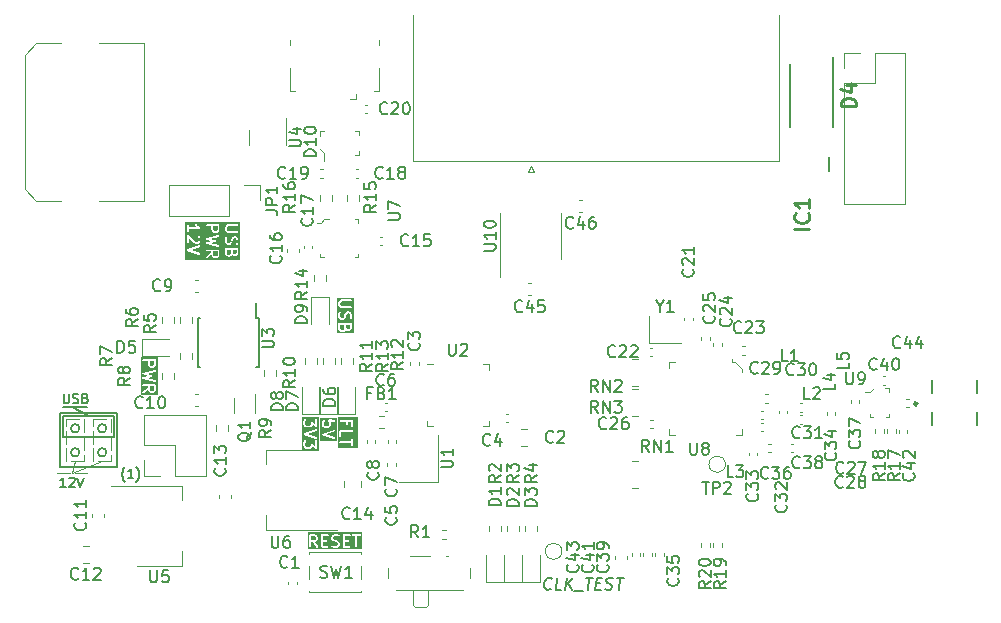
<source format=gbr>
%TF.GenerationSoftware,KiCad,Pcbnew,7.0.6*%
%TF.CreationDate,2023-10-05T23:13:59-06:00*%
%TF.ProjectId,CAN-USB RF Module,43414e2d-5553-4422-9052-46204d6f6475,1.0*%
%TF.SameCoordinates,Original*%
%TF.FileFunction,Legend,Top*%
%TF.FilePolarity,Positive*%
%FSLAX46Y46*%
G04 Gerber Fmt 4.6, Leading zero omitted, Abs format (unit mm)*
G04 Created by KiCad (PCBNEW 7.0.6) date 2023-10-05 23:13:59*
%MOMM*%
%LPD*%
G01*
G04 APERTURE LIST*
%ADD10C,0.150000*%
%ADD11C,0.100000*%
%ADD12C,0.160000*%
%ADD13C,0.254000*%
%ADD14C,0.120000*%
%ADD15C,0.200000*%
%ADD16C,0.127000*%
%ADD17C,0.300000*%
G04 APERTURE END LIST*
D10*
X99187000Y-103124000D02*
X103505000Y-103124000D01*
X103505000Y-104902000D01*
X99187000Y-104902000D01*
X99187000Y-103124000D01*
X101346000Y-103124000D02*
X99949000Y-102362000D01*
D11*
X99441000Y-103378000D02*
X100541000Y-103378000D01*
X100941000Y-103378000D02*
X100965000Y-103378000D01*
X100965000Y-103378000D02*
X100965000Y-104478000D01*
X100965000Y-104878000D02*
X100965000Y-105978000D01*
X100965000Y-106378000D02*
X100965000Y-106934000D01*
X100965000Y-106934000D02*
X99865000Y-106934000D01*
X99465000Y-106934000D02*
X99441000Y-106934000D01*
X99441000Y-106934000D02*
X99441000Y-105834000D01*
X99441000Y-105434000D02*
X99441000Y-104334000D01*
X99441000Y-103934000D02*
X99441000Y-103378000D01*
X99949000Y-107950000D02*
X100203000Y-106934000D01*
D10*
X98933000Y-102870000D02*
X103759000Y-102870000D01*
X103759000Y-107442000D01*
X98933000Y-107442000D01*
X98933000Y-102870000D01*
D11*
X101727000Y-103378000D02*
X102827000Y-103378000D01*
X103227000Y-103378000D02*
X103251000Y-103378000D01*
X103251000Y-103378000D02*
X103251000Y-104478000D01*
X103251000Y-104878000D02*
X103251000Y-105978000D01*
X103251000Y-106378000D02*
X103251000Y-106934000D01*
X103251000Y-106934000D02*
X102151000Y-106934000D01*
X101751000Y-106934000D02*
X101727000Y-106934000D01*
X101727000Y-106934000D02*
X101727000Y-105834000D01*
X101727000Y-105434000D02*
X101727000Y-104334000D01*
X101727000Y-103934000D02*
X101727000Y-103378000D01*
D10*
X100562210Y-104140000D02*
G75*
G03*
X100562210Y-104140000I-359210J0D01*
G01*
X102848210Y-106172000D02*
G75*
G03*
X102848210Y-106172000I-359210J0D01*
G01*
X99187000Y-102362000D02*
X101219000Y-102362000D01*
X102848210Y-104140000D02*
G75*
G03*
X102848210Y-104140000I-359210J0D01*
G01*
D11*
X98679000Y-107950000D02*
X99779000Y-107950000D01*
X100179000Y-107950000D02*
X101219000Y-107950000D01*
D10*
X100562210Y-106172000D02*
G75*
G03*
X100562210Y-106172000I-359210J0D01*
G01*
D11*
X102489000Y-106934000D02*
X99949000Y-107950000D01*
D10*
X99387207Y-109114295D02*
X98930064Y-109114295D01*
X99158636Y-109114295D02*
X99158636Y-108314295D01*
X99158636Y-108314295D02*
X99082445Y-108428580D01*
X99082445Y-108428580D02*
X99006255Y-108504771D01*
X99006255Y-108504771D02*
X98930064Y-108542866D01*
X99691969Y-108390485D02*
X99730065Y-108352390D01*
X99730065Y-108352390D02*
X99806255Y-108314295D01*
X99806255Y-108314295D02*
X99996731Y-108314295D01*
X99996731Y-108314295D02*
X100072922Y-108352390D01*
X100072922Y-108352390D02*
X100111017Y-108390485D01*
X100111017Y-108390485D02*
X100149112Y-108466676D01*
X100149112Y-108466676D02*
X100149112Y-108542866D01*
X100149112Y-108542866D02*
X100111017Y-108657152D01*
X100111017Y-108657152D02*
X99653874Y-109114295D01*
X99653874Y-109114295D02*
X100149112Y-109114295D01*
X100377684Y-108314295D02*
X100644351Y-109114295D01*
X100644351Y-109114295D02*
X100911017Y-108314295D01*
D12*
G36*
X106880700Y-100865282D02*
G01*
X106847333Y-100932015D01*
X106818071Y-100961276D01*
X106751339Y-100994643D01*
X106646252Y-100994643D01*
X106579518Y-100961276D01*
X106550257Y-100932014D01*
X106516891Y-100865282D01*
X106516891Y-100583215D01*
X106880700Y-100583215D01*
X106880700Y-100865282D01*
G37*
G36*
X106880700Y-98722425D02*
G01*
X106847333Y-98789158D01*
X106818071Y-98818419D01*
X106751339Y-98851786D01*
X106646252Y-98851786D01*
X106579518Y-98818419D01*
X106550257Y-98789157D01*
X106516891Y-98722425D01*
X106516891Y-98440358D01*
X106880700Y-98440358D01*
X106880700Y-98722425D01*
G37*
G36*
X107183557Y-101297500D02*
G01*
X105737983Y-101297500D01*
X105737983Y-100489323D01*
X105881915Y-100489323D01*
X105891418Y-100543215D01*
X105933338Y-100578390D01*
X105960700Y-100583215D01*
X106356891Y-100583215D01*
X106356891Y-100699657D01*
X105914823Y-101009104D01*
X105883429Y-101053926D01*
X105888190Y-101108442D01*
X105926880Y-101147143D01*
X105981394Y-101151920D01*
X106006577Y-101140182D01*
X106357731Y-100894373D01*
X106365337Y-100919944D01*
X106412956Y-101015182D01*
X106414222Y-101016381D01*
X106427941Y-101035974D01*
X106475560Y-101083592D01*
X106477141Y-101084329D01*
X106496352Y-101098578D01*
X106591590Y-101146197D01*
X106596341Y-101146743D01*
X106600005Y-101149818D01*
X106627367Y-101154643D01*
X106770224Y-101154643D01*
X106774718Y-101153006D01*
X106779370Y-101154118D01*
X106806001Y-101146197D01*
X106901239Y-101098578D01*
X106902438Y-101097311D01*
X106922031Y-101083593D01*
X106969649Y-101035974D01*
X106970386Y-101034392D01*
X106984635Y-101015182D01*
X107032254Y-100919944D01*
X107032800Y-100915192D01*
X107035875Y-100911529D01*
X107040700Y-100884167D01*
X107040700Y-100503215D01*
X107033591Y-100483683D01*
X107029982Y-100463215D01*
X107024452Y-100458575D01*
X107021984Y-100451792D01*
X107003982Y-100441398D01*
X106988062Y-100428040D01*
X106977670Y-100426207D01*
X106974592Y-100424430D01*
X106971091Y-100425047D01*
X106960700Y-100423215D01*
X105960700Y-100423215D01*
X105909277Y-100441931D01*
X105881915Y-100489323D01*
X105737983Y-100489323D01*
X105737983Y-99507949D01*
X105880840Y-99507949D01*
X105884172Y-99515652D01*
X105883451Y-99524013D01*
X105894755Y-99540116D01*
X105902567Y-99558174D01*
X105910069Y-99561932D01*
X105914892Y-99568802D01*
X105940087Y-99580514D01*
X106364501Y-99693691D01*
X105940087Y-99806868D01*
X105933206Y-99811673D01*
X105924870Y-99812639D01*
X105911352Y-99826936D01*
X105895223Y-99838202D01*
X105893041Y-99846304D01*
X105887275Y-99852404D01*
X105886110Y-99872046D01*
X105880996Y-99891044D01*
X105884533Y-99898654D01*
X105884037Y-99907032D01*
X105895770Y-99922826D01*
X105904064Y-99940668D01*
X105911665Y-99944223D01*
X105916670Y-99950960D01*
X105942170Y-99961991D01*
X106942170Y-100200087D01*
X106996530Y-100193791D01*
X107034125Y-100154025D01*
X107037363Y-100099398D01*
X107004730Y-100055470D01*
X106979230Y-100044438D01*
X106287649Y-99879776D01*
X106695599Y-99770990D01*
X106701595Y-99766802D01*
X106708882Y-99766156D01*
X106723498Y-99751505D01*
X106740464Y-99739656D01*
X106742365Y-99732592D01*
X106747532Y-99727414D01*
X106749310Y-99706797D01*
X106754691Y-99686814D01*
X106751607Y-99680180D01*
X106752236Y-99672893D01*
X106740347Y-99655958D01*
X106731623Y-99637190D01*
X106724995Y-99634089D01*
X106720794Y-99628105D01*
X106695599Y-99616392D01*
X106287651Y-99507606D01*
X106979230Y-99342944D01*
X107024919Y-99312827D01*
X107040560Y-99260386D01*
X107018833Y-99210161D01*
X106969906Y-99185652D01*
X106942170Y-99187295D01*
X105942170Y-99425390D01*
X105935163Y-99430008D01*
X105926804Y-99430750D01*
X105912908Y-99444679D01*
X105896481Y-99455508D01*
X105894082Y-99463550D01*
X105888155Y-99469492D01*
X105886463Y-99489093D01*
X105880840Y-99507949D01*
X105737983Y-99507949D01*
X105737983Y-98346466D01*
X105881915Y-98346466D01*
X105891418Y-98400358D01*
X105933338Y-98435533D01*
X105960700Y-98440358D01*
X106356891Y-98440358D01*
X106356891Y-98741310D01*
X106358527Y-98745804D01*
X106357416Y-98750456D01*
X106365337Y-98777087D01*
X106412956Y-98872325D01*
X106414222Y-98873524D01*
X106427941Y-98893117D01*
X106475560Y-98940735D01*
X106477141Y-98941472D01*
X106496352Y-98955721D01*
X106591590Y-99003340D01*
X106596341Y-99003886D01*
X106600005Y-99006961D01*
X106627367Y-99011786D01*
X106770224Y-99011786D01*
X106774718Y-99010149D01*
X106779370Y-99011261D01*
X106806001Y-99003340D01*
X106901239Y-98955721D01*
X106902438Y-98954454D01*
X106922031Y-98940736D01*
X106969649Y-98893117D01*
X106970386Y-98891535D01*
X106984635Y-98872325D01*
X107032254Y-98777087D01*
X107032800Y-98772335D01*
X107035875Y-98768672D01*
X107040700Y-98741310D01*
X107040700Y-98360358D01*
X107033591Y-98340826D01*
X107029982Y-98320358D01*
X107024452Y-98315718D01*
X107021984Y-98308935D01*
X107003982Y-98298541D01*
X106988062Y-98285183D01*
X106977670Y-98283350D01*
X106974592Y-98281573D01*
X106971091Y-98282190D01*
X106960700Y-98280358D01*
X105960700Y-98280358D01*
X105909277Y-98299074D01*
X105881915Y-98346466D01*
X105737983Y-98346466D01*
X105737983Y-98137501D01*
X107183557Y-98137501D01*
X107183557Y-101297500D01*
G37*
D10*
X99222160Y-101202295D02*
X99222160Y-101849914D01*
X99222160Y-101849914D02*
X99260255Y-101926104D01*
X99260255Y-101926104D02*
X99298350Y-101964200D01*
X99298350Y-101964200D02*
X99374541Y-102002295D01*
X99374541Y-102002295D02*
X99526922Y-102002295D01*
X99526922Y-102002295D02*
X99603112Y-101964200D01*
X99603112Y-101964200D02*
X99641207Y-101926104D01*
X99641207Y-101926104D02*
X99679303Y-101849914D01*
X99679303Y-101849914D02*
X99679303Y-101202295D01*
X100022159Y-101964200D02*
X100136445Y-102002295D01*
X100136445Y-102002295D02*
X100326921Y-102002295D01*
X100326921Y-102002295D02*
X100403112Y-101964200D01*
X100403112Y-101964200D02*
X100441207Y-101926104D01*
X100441207Y-101926104D02*
X100479302Y-101849914D01*
X100479302Y-101849914D02*
X100479302Y-101773723D01*
X100479302Y-101773723D02*
X100441207Y-101697533D01*
X100441207Y-101697533D02*
X100403112Y-101659438D01*
X100403112Y-101659438D02*
X100326921Y-101621342D01*
X100326921Y-101621342D02*
X100174540Y-101583247D01*
X100174540Y-101583247D02*
X100098350Y-101545152D01*
X100098350Y-101545152D02*
X100060255Y-101507057D01*
X100060255Y-101507057D02*
X100022159Y-101430866D01*
X100022159Y-101430866D02*
X100022159Y-101354676D01*
X100022159Y-101354676D02*
X100060255Y-101278485D01*
X100060255Y-101278485D02*
X100098350Y-101240390D01*
X100098350Y-101240390D02*
X100174540Y-101202295D01*
X100174540Y-101202295D02*
X100365017Y-101202295D01*
X100365017Y-101202295D02*
X100479302Y-101240390D01*
X101088826Y-101583247D02*
X101203112Y-101621342D01*
X101203112Y-101621342D02*
X101241207Y-101659438D01*
X101241207Y-101659438D02*
X101279303Y-101735628D01*
X101279303Y-101735628D02*
X101279303Y-101849914D01*
X101279303Y-101849914D02*
X101241207Y-101926104D01*
X101241207Y-101926104D02*
X101203112Y-101964200D01*
X101203112Y-101964200D02*
X101126922Y-102002295D01*
X101126922Y-102002295D02*
X100822160Y-102002295D01*
X100822160Y-102002295D02*
X100822160Y-101202295D01*
X100822160Y-101202295D02*
X101088826Y-101202295D01*
X101088826Y-101202295D02*
X101165017Y-101240390D01*
X101165017Y-101240390D02*
X101203112Y-101278485D01*
X101203112Y-101278485D02*
X101241207Y-101354676D01*
X101241207Y-101354676D02*
X101241207Y-101430866D01*
X101241207Y-101430866D02*
X101203112Y-101507057D01*
X101203112Y-101507057D02*
X101165017Y-101545152D01*
X101165017Y-101545152D02*
X101088826Y-101583247D01*
X101088826Y-101583247D02*
X100822160Y-101583247D01*
D12*
G36*
X120835157Y-106023548D02*
G01*
X119389443Y-106023548D01*
X119389443Y-105610215D01*
X119532300Y-105610215D01*
X119533936Y-105614710D01*
X119532825Y-105619362D01*
X119540746Y-105645993D01*
X119588366Y-105741231D01*
X119589634Y-105742432D01*
X119603351Y-105762022D01*
X119650970Y-105809640D01*
X119652551Y-105810377D01*
X119671762Y-105824626D01*
X119767000Y-105872245D01*
X119771751Y-105872791D01*
X119775415Y-105875866D01*
X119802777Y-105880691D01*
X120040872Y-105880691D01*
X120045366Y-105879054D01*
X120050018Y-105880166D01*
X120076649Y-105872245D01*
X120171887Y-105824626D01*
X120173086Y-105823359D01*
X120192679Y-105809641D01*
X120240297Y-105762022D01*
X120241034Y-105760440D01*
X120255283Y-105741230D01*
X120302902Y-105645992D01*
X120303448Y-105641240D01*
X120305622Y-105638649D01*
X120559620Y-105860897D01*
X120579727Y-105868690D01*
X120598408Y-105879476D01*
X120604693Y-105878367D01*
X120610644Y-105880674D01*
X120631060Y-105873718D01*
X120652300Y-105869973D01*
X120656401Y-105865084D01*
X120662444Y-105863026D01*
X120673613Y-105844572D01*
X120687475Y-105828053D01*
X120689062Y-105819047D01*
X120690780Y-105816211D01*
X120690210Y-105812539D01*
X120692300Y-105800691D01*
X120692300Y-105181644D01*
X120673584Y-105130221D01*
X120626192Y-105102859D01*
X120572300Y-105112362D01*
X120537125Y-105154282D01*
X120532300Y-105181644D01*
X120532300Y-105624390D01*
X120284028Y-105407152D01*
X120263920Y-105399358D01*
X120245240Y-105388573D01*
X120238954Y-105389681D01*
X120233004Y-105387375D01*
X120212587Y-105394330D01*
X120191348Y-105398076D01*
X120187246Y-105402964D01*
X120181204Y-105405023D01*
X120170035Y-105423475D01*
X120156173Y-105439996D01*
X120154584Y-105449002D01*
X120152868Y-105451839D01*
X120153437Y-105455510D01*
X120151348Y-105467358D01*
X120151348Y-105591329D01*
X120117981Y-105658063D01*
X120088719Y-105687324D01*
X120021987Y-105720691D01*
X119821662Y-105720691D01*
X119754928Y-105687324D01*
X119725667Y-105658062D01*
X119692300Y-105591328D01*
X119692300Y-105343387D01*
X119725667Y-105276653D01*
X119764107Y-105238213D01*
X119787235Y-105188617D01*
X119773071Y-105135758D01*
X119728244Y-105104370D01*
X119673730Y-105109140D01*
X119650970Y-105125076D01*
X119603351Y-105172694D01*
X119602610Y-105174282D01*
X119588366Y-105193485D01*
X119540746Y-105288723D01*
X119540199Y-105293475D01*
X119537125Y-105297139D01*
X119532300Y-105324501D01*
X119532300Y-105610215D01*
X119389443Y-105610215D01*
X119389443Y-104621950D01*
X119533165Y-104621950D01*
X119534261Y-104623975D01*
X119533924Y-104626253D01*
X119547168Y-104647810D01*
X119559222Y-104670071D01*
X119561364Y-104670917D01*
X119562570Y-104672880D01*
X119587002Y-104686110D01*
X120587001Y-105019443D01*
X120641704Y-105017948D01*
X120682649Y-104981641D01*
X120690675Y-104927509D01*
X120662030Y-104880883D01*
X120637598Y-104867653D01*
X119865283Y-104610215D01*
X120637598Y-104352777D01*
X120680463Y-104318760D01*
X120691435Y-104265147D01*
X120665377Y-104217026D01*
X120614485Y-104196912D01*
X120587001Y-104200987D01*
X119587002Y-104534320D01*
X119585197Y-104535752D01*
X119582896Y-104535815D01*
X119563967Y-104552599D01*
X119544136Y-104568337D01*
X119543674Y-104570594D01*
X119541951Y-104572122D01*
X119538238Y-104597154D01*
X119533165Y-104621950D01*
X119389443Y-104621950D01*
X119389443Y-103800691D01*
X119532300Y-103800691D01*
X119533936Y-103805186D01*
X119532825Y-103809838D01*
X119540746Y-103836469D01*
X119588366Y-103931707D01*
X119589634Y-103932908D01*
X119603351Y-103952498D01*
X119650970Y-104000116D01*
X119652551Y-104000853D01*
X119671762Y-104015102D01*
X119767000Y-104062721D01*
X119771751Y-104063267D01*
X119775415Y-104066342D01*
X119802777Y-104071167D01*
X120040872Y-104071167D01*
X120045366Y-104069530D01*
X120050018Y-104070642D01*
X120076649Y-104062721D01*
X120171887Y-104015102D01*
X120173086Y-104013835D01*
X120192679Y-104000117D01*
X120240297Y-103952498D01*
X120241034Y-103950916D01*
X120255283Y-103931706D01*
X120302902Y-103836468D01*
X120303448Y-103831716D01*
X120305622Y-103829125D01*
X120559620Y-104051373D01*
X120579727Y-104059166D01*
X120598408Y-104069952D01*
X120604693Y-104068843D01*
X120610644Y-104071150D01*
X120631060Y-104064194D01*
X120652300Y-104060449D01*
X120656401Y-104055560D01*
X120662444Y-104053502D01*
X120673613Y-104035048D01*
X120687475Y-104018529D01*
X120689062Y-104009523D01*
X120690780Y-104006687D01*
X120690210Y-104003015D01*
X120692300Y-103991167D01*
X120692300Y-103372120D01*
X120673584Y-103320697D01*
X120626192Y-103293335D01*
X120572300Y-103302838D01*
X120537125Y-103344758D01*
X120532300Y-103372120D01*
X120532300Y-103814866D01*
X120284028Y-103597628D01*
X120263920Y-103589834D01*
X120245240Y-103579049D01*
X120238954Y-103580157D01*
X120233004Y-103577851D01*
X120212587Y-103584806D01*
X120191348Y-103588552D01*
X120187246Y-103593440D01*
X120181204Y-103595499D01*
X120170035Y-103613951D01*
X120156173Y-103630472D01*
X120154584Y-103639478D01*
X120152868Y-103642315D01*
X120153437Y-103645986D01*
X120151348Y-103657834D01*
X120151348Y-103781805D01*
X120117981Y-103848539D01*
X120088719Y-103877800D01*
X120021987Y-103911167D01*
X119821662Y-103911167D01*
X119754928Y-103877800D01*
X119725667Y-103848538D01*
X119692300Y-103781804D01*
X119692300Y-103533863D01*
X119725667Y-103467129D01*
X119764107Y-103428689D01*
X119787235Y-103379093D01*
X119773071Y-103326234D01*
X119728244Y-103294846D01*
X119673730Y-103299616D01*
X119650970Y-103315552D01*
X119603351Y-103363170D01*
X119602610Y-103364758D01*
X119588366Y-103383961D01*
X119540746Y-103479199D01*
X119540199Y-103483951D01*
X119537125Y-103487615D01*
X119532300Y-103514977D01*
X119532300Y-103800691D01*
X119389443Y-103800691D01*
X119389443Y-103150478D01*
X120835157Y-103150478D01*
X120835157Y-106023548D01*
G37*
D10*
X104403731Y-108657057D02*
X104365636Y-108618961D01*
X104365636Y-108618961D02*
X104289445Y-108504676D01*
X104289445Y-108504676D02*
X104251350Y-108428485D01*
X104251350Y-108428485D02*
X104213255Y-108314200D01*
X104213255Y-108314200D02*
X104175160Y-108123723D01*
X104175160Y-108123723D02*
X104175160Y-107971342D01*
X104175160Y-107971342D02*
X104213255Y-107780866D01*
X104213255Y-107780866D02*
X104251350Y-107666580D01*
X104251350Y-107666580D02*
X104289445Y-107590390D01*
X104289445Y-107590390D02*
X104365636Y-107476104D01*
X104365636Y-107476104D02*
X104403731Y-107438009D01*
X105127540Y-108352295D02*
X104670397Y-108352295D01*
X104898969Y-108352295D02*
X104898969Y-107552295D01*
X104898969Y-107552295D02*
X104822778Y-107666580D01*
X104822778Y-107666580D02*
X104746588Y-107742771D01*
X104746588Y-107742771D02*
X104670397Y-107780866D01*
X105394207Y-108657057D02*
X105432302Y-108618961D01*
X105432302Y-108618961D02*
X105508493Y-108504676D01*
X105508493Y-108504676D02*
X105546588Y-108428485D01*
X105546588Y-108428485D02*
X105584683Y-108314200D01*
X105584683Y-108314200D02*
X105622779Y-108123723D01*
X105622779Y-108123723D02*
X105622779Y-107971342D01*
X105622779Y-107971342D02*
X105584683Y-107780866D01*
X105584683Y-107780866D02*
X105546588Y-107666580D01*
X105546588Y-107666580D02*
X105508493Y-107590390D01*
X105508493Y-107590390D02*
X105432302Y-107476104D01*
X105432302Y-107476104D02*
X105394207Y-107438009D01*
D12*
G36*
X120533157Y-113282665D02*
G01*
X120562419Y-113311926D01*
X120595786Y-113378660D01*
X120595786Y-113483746D01*
X120562419Y-113550480D01*
X120533157Y-113579741D01*
X120466425Y-113613108D01*
X120184358Y-113613108D01*
X120184358Y-113249299D01*
X120466425Y-113249299D01*
X120533157Y-113282665D01*
G37*
G36*
X124516476Y-114392156D02*
G01*
X119881501Y-114392156D01*
X119881501Y-114169299D01*
X120024358Y-114169299D01*
X120043074Y-114220722D01*
X120090466Y-114248084D01*
X120144358Y-114238581D01*
X120179533Y-114196661D01*
X120184358Y-114169299D01*
X120184358Y-113773108D01*
X120300800Y-113773108D01*
X120610248Y-114215176D01*
X120655069Y-114246571D01*
X120709586Y-114241809D01*
X120748286Y-114203119D01*
X120751250Y-114169299D01*
X121024358Y-114169299D01*
X121031466Y-114188830D01*
X121035076Y-114209299D01*
X121040605Y-114213938D01*
X121043074Y-114220722D01*
X121061075Y-114231115D01*
X121076996Y-114244474D01*
X121087387Y-114246306D01*
X121090466Y-114248084D01*
X121093966Y-114247466D01*
X121104358Y-114249299D01*
X121580548Y-114249299D01*
X121631971Y-114230583D01*
X121659333Y-114183191D01*
X121649830Y-114129299D01*
X121607910Y-114094124D01*
X121580548Y-114089299D01*
X121184358Y-114089299D01*
X121184358Y-113725489D01*
X121437691Y-113725489D01*
X121489114Y-113706773D01*
X121516476Y-113659381D01*
X121506973Y-113605489D01*
X121465053Y-113570314D01*
X121437691Y-113565489D01*
X121184358Y-113565489D01*
X121184358Y-113455013D01*
X121881501Y-113455013D01*
X121883137Y-113459507D01*
X121882026Y-113464159D01*
X121889947Y-113490790D01*
X121937566Y-113586028D01*
X121938832Y-113587227D01*
X121952551Y-113606820D01*
X122000170Y-113654438D01*
X122001751Y-113655175D01*
X122020962Y-113669424D01*
X122116200Y-113717043D01*
X122119964Y-113717476D01*
X122132574Y-113723100D01*
X122314529Y-113768588D01*
X122390300Y-113806474D01*
X122419562Y-113835735D01*
X122452929Y-113902468D01*
X122452929Y-113959937D01*
X122419561Y-114026671D01*
X122390301Y-114055932D01*
X122323568Y-114089299D01*
X122117341Y-114089299D01*
X121986799Y-114045785D01*
X121932097Y-114047280D01*
X121891152Y-114083587D01*
X121883125Y-114137718D01*
X121911771Y-114184345D01*
X121936203Y-114197575D01*
X122079059Y-114245194D01*
X122080807Y-114245146D01*
X122104358Y-114249299D01*
X122342453Y-114249299D01*
X122346947Y-114247662D01*
X122351599Y-114248774D01*
X122378230Y-114240853D01*
X122473468Y-114193234D01*
X122474668Y-114191966D01*
X122494260Y-114178248D01*
X122503209Y-114169299D01*
X122881501Y-114169299D01*
X122888609Y-114188830D01*
X122892219Y-114209299D01*
X122897748Y-114213938D01*
X122900217Y-114220722D01*
X122918218Y-114231115D01*
X122934139Y-114244474D01*
X122944530Y-114246306D01*
X122947609Y-114248084D01*
X122951109Y-114247466D01*
X122961501Y-114249299D01*
X123437691Y-114249299D01*
X123489114Y-114230583D01*
X123516476Y-114183191D01*
X123506973Y-114129299D01*
X123465053Y-114094124D01*
X123437691Y-114089299D01*
X123041501Y-114089299D01*
X123041501Y-113725489D01*
X123294834Y-113725489D01*
X123346257Y-113706773D01*
X123373619Y-113659381D01*
X123364116Y-113605489D01*
X123322196Y-113570314D01*
X123294834Y-113565489D01*
X123041501Y-113565489D01*
X123041501Y-113249299D01*
X123437691Y-113249299D01*
X123489114Y-113230583D01*
X123516476Y-113183191D01*
X123511577Y-113155407D01*
X123644621Y-113155407D01*
X123654124Y-113209299D01*
X123696044Y-113244474D01*
X123723406Y-113249299D01*
X123929120Y-113249299D01*
X123929120Y-114169299D01*
X123947836Y-114220722D01*
X123995228Y-114248084D01*
X124049120Y-114238581D01*
X124084295Y-114196661D01*
X124089120Y-114169299D01*
X124089120Y-113249299D01*
X124294834Y-113249299D01*
X124346257Y-113230583D01*
X124373619Y-113183191D01*
X124364116Y-113129299D01*
X124322196Y-113094124D01*
X124294834Y-113089299D01*
X123723406Y-113089299D01*
X123671983Y-113108015D01*
X123644621Y-113155407D01*
X123511577Y-113155407D01*
X123506973Y-113129299D01*
X123465053Y-113094124D01*
X123437691Y-113089299D01*
X122961501Y-113089299D01*
X122941969Y-113096407D01*
X122921501Y-113100017D01*
X122916861Y-113105546D01*
X122910078Y-113108015D01*
X122899684Y-113126016D01*
X122886326Y-113141937D01*
X122884493Y-113152328D01*
X122882716Y-113155407D01*
X122883333Y-113158907D01*
X122881501Y-113169299D01*
X122881501Y-114169299D01*
X122503209Y-114169299D01*
X122541879Y-114130628D01*
X122542617Y-114129045D01*
X122556864Y-114109837D01*
X122604483Y-114014599D01*
X122605029Y-114009847D01*
X122608104Y-114006184D01*
X122612929Y-113978822D01*
X122612929Y-113883584D01*
X122611292Y-113879089D01*
X122612404Y-113874438D01*
X122604483Y-113847807D01*
X122556864Y-113752569D01*
X122555594Y-113751366D01*
X122541878Y-113731777D01*
X122494260Y-113684158D01*
X122492672Y-113683417D01*
X122473468Y-113669173D01*
X122378230Y-113621554D01*
X122374464Y-113621120D01*
X122361856Y-113615497D01*
X122179900Y-113570008D01*
X122104128Y-113532122D01*
X122074867Y-113502860D01*
X122041501Y-113436127D01*
X122041501Y-113378660D01*
X122074867Y-113311927D01*
X122104128Y-113282665D01*
X122170862Y-113249299D01*
X122377089Y-113249299D01*
X122507630Y-113292813D01*
X122562333Y-113291318D01*
X122603278Y-113255011D01*
X122611304Y-113200879D01*
X122582659Y-113154253D01*
X122558227Y-113141023D01*
X122415370Y-113093404D01*
X122413621Y-113093451D01*
X122390072Y-113089299D01*
X122151977Y-113089299D01*
X122147482Y-113090935D01*
X122142831Y-113089824D01*
X122116200Y-113097745D01*
X122020962Y-113145364D01*
X122019759Y-113146633D01*
X122000170Y-113160350D01*
X121952551Y-113207968D01*
X121951810Y-113209555D01*
X121937566Y-113228760D01*
X121889947Y-113323998D01*
X121889400Y-113328749D01*
X121886326Y-113332413D01*
X121881501Y-113359775D01*
X121881501Y-113455013D01*
X121184358Y-113455013D01*
X121184358Y-113249299D01*
X121580548Y-113249299D01*
X121631971Y-113230583D01*
X121659333Y-113183191D01*
X121649830Y-113129299D01*
X121607910Y-113094124D01*
X121580548Y-113089299D01*
X121104358Y-113089299D01*
X121084826Y-113096407D01*
X121064358Y-113100017D01*
X121059718Y-113105546D01*
X121052935Y-113108015D01*
X121042541Y-113126016D01*
X121029183Y-113141937D01*
X121027350Y-113152328D01*
X121025573Y-113155407D01*
X121026190Y-113158907D01*
X121024358Y-113169299D01*
X121024358Y-114169299D01*
X120751250Y-114169299D01*
X120753063Y-114148605D01*
X120741325Y-114123422D01*
X120495517Y-113772267D01*
X120521087Y-113764662D01*
X120616325Y-113717043D01*
X120617524Y-113715776D01*
X120637117Y-113702058D01*
X120684735Y-113654439D01*
X120685472Y-113652857D01*
X120699721Y-113633647D01*
X120747340Y-113538409D01*
X120747886Y-113533657D01*
X120750961Y-113529994D01*
X120755786Y-113502632D01*
X120755786Y-113359775D01*
X120754149Y-113355280D01*
X120755261Y-113350629D01*
X120747340Y-113323998D01*
X120699721Y-113228760D01*
X120698451Y-113227557D01*
X120684735Y-113207968D01*
X120637117Y-113160349D01*
X120635529Y-113159608D01*
X120616325Y-113145364D01*
X120521087Y-113097745D01*
X120516335Y-113097198D01*
X120512672Y-113094124D01*
X120485310Y-113089299D01*
X120104358Y-113089299D01*
X120084826Y-113096407D01*
X120064358Y-113100017D01*
X120059718Y-113105546D01*
X120052935Y-113108015D01*
X120042541Y-113126016D01*
X120029183Y-113141937D01*
X120027350Y-113152328D01*
X120025573Y-113155407D01*
X120026190Y-113158907D01*
X120024358Y-113169299D01*
X120024358Y-114169299D01*
X119881501Y-114169299D01*
X119881501Y-112946442D01*
X124516476Y-112946442D01*
X124516476Y-114392156D01*
G37*
G36*
X124160777Y-105835038D02*
G01*
X122437443Y-105835038D01*
X122437443Y-105313790D01*
X122581515Y-105313790D01*
X122591018Y-105367682D01*
X122632938Y-105402857D01*
X122660300Y-105407682D01*
X123580300Y-105407682D01*
X123580300Y-105613396D01*
X123599016Y-105664819D01*
X123646408Y-105692181D01*
X123700300Y-105682678D01*
X123735475Y-105640758D01*
X123740300Y-105613396D01*
X123740300Y-105608635D01*
X123857920Y-105608635D01*
X123876636Y-105660058D01*
X123924028Y-105687420D01*
X123977920Y-105677917D01*
X124013095Y-105635997D01*
X124017920Y-105608635D01*
X124017920Y-103380063D01*
X123999204Y-103328640D01*
X123951812Y-103301278D01*
X123897920Y-103310781D01*
X123862745Y-103352701D01*
X123857920Y-103380063D01*
X123857920Y-105608635D01*
X123740300Y-105608635D01*
X123740300Y-105041968D01*
X123721584Y-104990545D01*
X123674192Y-104963183D01*
X123620300Y-104972686D01*
X123585125Y-105014606D01*
X123580300Y-105041968D01*
X123580300Y-105247682D01*
X122660300Y-105247682D01*
X122608877Y-105266398D01*
X122581515Y-105313790D01*
X122437443Y-105313790D01*
X122437443Y-104851491D01*
X122580300Y-104851491D01*
X122599016Y-104902914D01*
X122646408Y-104930276D01*
X122700300Y-104920773D01*
X122735475Y-104878853D01*
X122740300Y-104851491D01*
X122740300Y-104455301D01*
X123660300Y-104455301D01*
X123711723Y-104436585D01*
X123739085Y-104389193D01*
X123729582Y-104335301D01*
X123687662Y-104300126D01*
X123660300Y-104295301D01*
X122660300Y-104295301D01*
X122640768Y-104302409D01*
X122620300Y-104306019D01*
X122615660Y-104311548D01*
X122608877Y-104314017D01*
X122598483Y-104332018D01*
X122585125Y-104347939D01*
X122583292Y-104358330D01*
X122581515Y-104361409D01*
X122582132Y-104364909D01*
X122580300Y-104375301D01*
X122580300Y-104851491D01*
X122437443Y-104851491D01*
X122437443Y-103504266D01*
X122581515Y-103504266D01*
X122591018Y-103558158D01*
X122632938Y-103593333D01*
X122660300Y-103598158D01*
X123104110Y-103598158D01*
X123104110Y-103851491D01*
X123122826Y-103902914D01*
X123170218Y-103930276D01*
X123224110Y-103920773D01*
X123259285Y-103878853D01*
X123264110Y-103851491D01*
X123264110Y-103598158D01*
X123580300Y-103598158D01*
X123580300Y-103994348D01*
X123599016Y-104045771D01*
X123646408Y-104073133D01*
X123700300Y-104063630D01*
X123735475Y-104021710D01*
X123740300Y-103994348D01*
X123740300Y-103518158D01*
X123733191Y-103498626D01*
X123729582Y-103478158D01*
X123724052Y-103473518D01*
X123721584Y-103466735D01*
X123703582Y-103456341D01*
X123687662Y-103442983D01*
X123677270Y-103441150D01*
X123674192Y-103439373D01*
X123670691Y-103439990D01*
X123660300Y-103438158D01*
X122660300Y-103438158D01*
X122608877Y-103456874D01*
X122581515Y-103504266D01*
X122437443Y-103504266D01*
X122437443Y-103158421D01*
X124160777Y-103158421D01*
X124160777Y-105835038D01*
G37*
G36*
X123002510Y-95627707D02*
G01*
X122964968Y-95740333D01*
X122939881Y-95765419D01*
X122873149Y-95798786D01*
X122768062Y-95798786D01*
X122701328Y-95765419D01*
X122672067Y-95736157D01*
X122638700Y-95669423D01*
X122638700Y-95387358D01*
X123002510Y-95387358D01*
X123002510Y-95627707D01*
G37*
G36*
X123478700Y-95621805D02*
G01*
X123445333Y-95688539D01*
X123416071Y-95717800D01*
X123349339Y-95751167D01*
X123291871Y-95751167D01*
X123225137Y-95717800D01*
X123195876Y-95688538D01*
X123162510Y-95621805D01*
X123162510Y-95387358D01*
X123478700Y-95387358D01*
X123478700Y-95621805D01*
G37*
G36*
X123781557Y-96101643D02*
G01*
X122335843Y-96101643D01*
X122335843Y-95688310D01*
X122478700Y-95688310D01*
X122480336Y-95692805D01*
X122479225Y-95697457D01*
X122487146Y-95724088D01*
X122534766Y-95819326D01*
X122536034Y-95820527D01*
X122549751Y-95840117D01*
X122597370Y-95887735D01*
X122598951Y-95888472D01*
X122618162Y-95902721D01*
X122713400Y-95950340D01*
X122718151Y-95950886D01*
X122721815Y-95953961D01*
X122749177Y-95958786D01*
X122892034Y-95958786D01*
X122896528Y-95957149D01*
X122901180Y-95958261D01*
X122927811Y-95950340D01*
X123023049Y-95902721D01*
X123024248Y-95901454D01*
X123043841Y-95887736D01*
X123091459Y-95840117D01*
X123093480Y-95835781D01*
X123097556Y-95833278D01*
X123103452Y-95822389D01*
X123121179Y-95840116D01*
X123122760Y-95840853D01*
X123141971Y-95855102D01*
X123237209Y-95902721D01*
X123241960Y-95903267D01*
X123245624Y-95906342D01*
X123272986Y-95911167D01*
X123368224Y-95911167D01*
X123372718Y-95909530D01*
X123377370Y-95910642D01*
X123404001Y-95902721D01*
X123499239Y-95855102D01*
X123500438Y-95853835D01*
X123520031Y-95840117D01*
X123567649Y-95792498D01*
X123568386Y-95790916D01*
X123582635Y-95771706D01*
X123630254Y-95676468D01*
X123630800Y-95671716D01*
X123633875Y-95668053D01*
X123638700Y-95640691D01*
X123638700Y-95307358D01*
X123631591Y-95287826D01*
X123627982Y-95267358D01*
X123622452Y-95262718D01*
X123619984Y-95255935D01*
X123601982Y-95245541D01*
X123586062Y-95232183D01*
X123575670Y-95230350D01*
X123572592Y-95228573D01*
X123569091Y-95229190D01*
X123558700Y-95227358D01*
X122558700Y-95227358D01*
X122539168Y-95234466D01*
X122518700Y-95238076D01*
X122514060Y-95243605D01*
X122507277Y-95246074D01*
X122496883Y-95264075D01*
X122483525Y-95279996D01*
X122481692Y-95290387D01*
X122479915Y-95293466D01*
X122480532Y-95296966D01*
X122478700Y-95307358D01*
X122478700Y-95688310D01*
X122335843Y-95688310D01*
X122335843Y-94688310D01*
X122478700Y-94688310D01*
X122480336Y-94692805D01*
X122479225Y-94697457D01*
X122487146Y-94724088D01*
X122534766Y-94819326D01*
X122536034Y-94820527D01*
X122549751Y-94840117D01*
X122597370Y-94887735D01*
X122598951Y-94888472D01*
X122618162Y-94902721D01*
X122713400Y-94950340D01*
X122718151Y-94950886D01*
X122721815Y-94953961D01*
X122749177Y-94958786D01*
X122844415Y-94958786D01*
X122848909Y-94957149D01*
X122853561Y-94958261D01*
X122880192Y-94950340D01*
X122975430Y-94902721D01*
X122976629Y-94901454D01*
X122996222Y-94887736D01*
X123043840Y-94840117D01*
X123044577Y-94838535D01*
X123058826Y-94819325D01*
X123106445Y-94724087D01*
X123106878Y-94720322D01*
X123112502Y-94707713D01*
X123157991Y-94525756D01*
X123195876Y-94449986D01*
X123225137Y-94420724D01*
X123291871Y-94387358D01*
X123349339Y-94387358D01*
X123416071Y-94420724D01*
X123445333Y-94449985D01*
X123478700Y-94516719D01*
X123478700Y-94722946D01*
X123435186Y-94853488D01*
X123436681Y-94908190D01*
X123472988Y-94949135D01*
X123527119Y-94957162D01*
X123573746Y-94928516D01*
X123586976Y-94904084D01*
X123634595Y-94761228D01*
X123634547Y-94759479D01*
X123638700Y-94735929D01*
X123638700Y-94497834D01*
X123637063Y-94493339D01*
X123638175Y-94488688D01*
X123630254Y-94462057D01*
X123582635Y-94366819D01*
X123581365Y-94365616D01*
X123567649Y-94346027D01*
X123520031Y-94298408D01*
X123518443Y-94297667D01*
X123499239Y-94283423D01*
X123404001Y-94235804D01*
X123399249Y-94235257D01*
X123395586Y-94232183D01*
X123368224Y-94227358D01*
X123272986Y-94227358D01*
X123268491Y-94228994D01*
X123263840Y-94227883D01*
X123237209Y-94235804D01*
X123141971Y-94283423D01*
X123140768Y-94284692D01*
X123121179Y-94298409D01*
X123073560Y-94346027D01*
X123072819Y-94347614D01*
X123058575Y-94366819D01*
X123010956Y-94462057D01*
X123010522Y-94465822D01*
X123004899Y-94478431D01*
X122959410Y-94660386D01*
X122921524Y-94736158D01*
X122892262Y-94765419D01*
X122825530Y-94798786D01*
X122768062Y-94798786D01*
X122701328Y-94765419D01*
X122672067Y-94736157D01*
X122638700Y-94669423D01*
X122638700Y-94463199D01*
X122682215Y-94332657D01*
X122680721Y-94277954D01*
X122644414Y-94237009D01*
X122590282Y-94228982D01*
X122543656Y-94257627D01*
X122530426Y-94282059D01*
X122482805Y-94424916D01*
X122482852Y-94426665D01*
X122478700Y-94450215D01*
X122478700Y-94688310D01*
X122335843Y-94688310D01*
X122335843Y-93688310D01*
X122478700Y-93688310D01*
X122480336Y-93692805D01*
X122479225Y-93697457D01*
X122487146Y-93724088D01*
X122534766Y-93819326D01*
X122536034Y-93820527D01*
X122549751Y-93840117D01*
X122597370Y-93887735D01*
X122598951Y-93888472D01*
X122618162Y-93902721D01*
X122713400Y-93950340D01*
X122718151Y-93950886D01*
X122721815Y-93953961D01*
X122749177Y-93958786D01*
X123558700Y-93958786D01*
X123610123Y-93940070D01*
X123637485Y-93892678D01*
X123627982Y-93838786D01*
X123586062Y-93803611D01*
X123558700Y-93798786D01*
X122768062Y-93798786D01*
X122701328Y-93765419D01*
X122672067Y-93736157D01*
X122638700Y-93669423D01*
X122638700Y-93516720D01*
X122672067Y-93449986D01*
X122701328Y-93420724D01*
X122768062Y-93387358D01*
X123558700Y-93387358D01*
X123610123Y-93368642D01*
X123637485Y-93321250D01*
X123627982Y-93267358D01*
X123586062Y-93232183D01*
X123558700Y-93227358D01*
X122749177Y-93227358D01*
X122744682Y-93228994D01*
X122740031Y-93227883D01*
X122713400Y-93235804D01*
X122618162Y-93283423D01*
X122616959Y-93284692D01*
X122597370Y-93298409D01*
X122549751Y-93346027D01*
X122549010Y-93347615D01*
X122534766Y-93366818D01*
X122487146Y-93462056D01*
X122486599Y-93466808D01*
X122483525Y-93470472D01*
X122478700Y-93497834D01*
X122478700Y-93688310D01*
X122335843Y-93688310D01*
X122335843Y-93084501D01*
X123781557Y-93084501D01*
X123781557Y-96101643D01*
G37*
D10*
G36*
X112266180Y-89456883D02*
G01*
X112231922Y-89525398D01*
X112201515Y-89555806D01*
X112132999Y-89590064D01*
X112025552Y-89590064D01*
X111957036Y-89555806D01*
X111926629Y-89525399D01*
X111892371Y-89456883D01*
X111892371Y-89168636D01*
X112266180Y-89168636D01*
X112266180Y-89456883D01*
G37*
G36*
X113399990Y-89271941D02*
G01*
X113361819Y-89386455D01*
X113335325Y-89412949D01*
X113266809Y-89447207D01*
X113159362Y-89447207D01*
X113090846Y-89412949D01*
X113060438Y-89382541D01*
X113026180Y-89314024D01*
X113026180Y-89025779D01*
X113399990Y-89025779D01*
X113399990Y-89271941D01*
G37*
G36*
X113876180Y-89266406D02*
G01*
X113841921Y-89334923D01*
X113811514Y-89365330D01*
X113742999Y-89399588D01*
X113683171Y-89399588D01*
X113614655Y-89365330D01*
X113584247Y-89334922D01*
X113549990Y-89266407D01*
X113549990Y-89025779D01*
X113876180Y-89025779D01*
X113876180Y-89266406D01*
G37*
G36*
X112266180Y-87314026D02*
G01*
X112231922Y-87382542D01*
X112201515Y-87412949D01*
X112132999Y-87447207D01*
X112025552Y-87447207D01*
X111957036Y-87412949D01*
X111926629Y-87382541D01*
X111892371Y-87314026D01*
X111892371Y-87025779D01*
X112266180Y-87025779D01*
X112266180Y-87314026D01*
G37*
G36*
X114169037Y-89882921D02*
G01*
X109513323Y-89882921D01*
X109513323Y-89057018D01*
X109656991Y-89057018D01*
X109658019Y-89058917D01*
X109657703Y-89061053D01*
X109670121Y-89081266D01*
X109681420Y-89102132D01*
X109683427Y-89102925D01*
X109684558Y-89104765D01*
X109707463Y-89117168D01*
X110707463Y-89450501D01*
X110758746Y-89449100D01*
X110797132Y-89415062D01*
X110804657Y-89364314D01*
X110777802Y-89320601D01*
X110754897Y-89308199D01*
X110072138Y-89080612D01*
X111267319Y-89080612D01*
X111276228Y-89131136D01*
X111315528Y-89164113D01*
X111341180Y-89168636D01*
X111742371Y-89168636D01*
X111742371Y-89292681D01*
X111298170Y-89603622D01*
X111268739Y-89645643D01*
X111273202Y-89696751D01*
X111309474Y-89733033D01*
X111360581Y-89737511D01*
X111384190Y-89726506D01*
X111742716Y-89475537D01*
X111743904Y-89478801D01*
X111742863Y-89483162D01*
X111750289Y-89508129D01*
X111797908Y-89603367D01*
X111799097Y-89604492D01*
X111811957Y-89622859D01*
X111859576Y-89670478D01*
X111861057Y-89671169D01*
X111879068Y-89684527D01*
X111974306Y-89732146D01*
X111978759Y-89732658D01*
X111982195Y-89735541D01*
X112007847Y-89740064D01*
X112150704Y-89740064D01*
X112154917Y-89738530D01*
X112159278Y-89739572D01*
X112184245Y-89732146D01*
X112279483Y-89684527D01*
X112280608Y-89683337D01*
X112298975Y-89670478D01*
X112346594Y-89622859D01*
X112347285Y-89621377D01*
X112360643Y-89603367D01*
X112408262Y-89508129D01*
X112408774Y-89503675D01*
X112411657Y-89500240D01*
X112416180Y-89474588D01*
X112416180Y-89331731D01*
X112876180Y-89331731D01*
X112877713Y-89335944D01*
X112876672Y-89340306D01*
X112884098Y-89365273D01*
X112931718Y-89460511D01*
X112932909Y-89461638D01*
X112945767Y-89480002D01*
X112993386Y-89527621D01*
X112994867Y-89528312D01*
X113012878Y-89541670D01*
X113108116Y-89589289D01*
X113112569Y-89589801D01*
X113116005Y-89592684D01*
X113141657Y-89597207D01*
X113284514Y-89597207D01*
X113288727Y-89595673D01*
X113293088Y-89596715D01*
X113318055Y-89589289D01*
X113413293Y-89541670D01*
X113414418Y-89540480D01*
X113432785Y-89527621D01*
X113480404Y-89480002D01*
X113482299Y-89475937D01*
X113486119Y-89473591D01*
X113494783Y-89457590D01*
X113517195Y-89480002D01*
X113518676Y-89480693D01*
X113536687Y-89494051D01*
X113631925Y-89541670D01*
X113636378Y-89542182D01*
X113639814Y-89545065D01*
X113665466Y-89549588D01*
X113760704Y-89549588D01*
X113764917Y-89548054D01*
X113769278Y-89549096D01*
X113794245Y-89541670D01*
X113889483Y-89494051D01*
X113890608Y-89492861D01*
X113908975Y-89480002D01*
X113956594Y-89432383D01*
X113957285Y-89430901D01*
X113970643Y-89412891D01*
X114018262Y-89317653D01*
X114018774Y-89313199D01*
X114021657Y-89309764D01*
X114026180Y-89284112D01*
X114026180Y-88950779D01*
X114019516Y-88932470D01*
X114016132Y-88913279D01*
X114010947Y-88908928D01*
X114008633Y-88902570D01*
X113991759Y-88892827D01*
X113976832Y-88880302D01*
X113967089Y-88878584D01*
X113964204Y-88876918D01*
X113960921Y-88877496D01*
X113951180Y-88875779D01*
X112951180Y-88875779D01*
X112932871Y-88882442D01*
X112913680Y-88885827D01*
X112909329Y-88891011D01*
X112902971Y-88893326D01*
X112893228Y-88910199D01*
X112880703Y-88925127D01*
X112878985Y-88934869D01*
X112877319Y-88937755D01*
X112877897Y-88941037D01*
X112876180Y-88950779D01*
X112876180Y-89331731D01*
X112416180Y-89331731D01*
X112416180Y-89093636D01*
X112409516Y-89075327D01*
X112406132Y-89056136D01*
X112400947Y-89051785D01*
X112398633Y-89045427D01*
X112381759Y-89035684D01*
X112366832Y-89023159D01*
X112357089Y-89021441D01*
X112354204Y-89019775D01*
X112350921Y-89020353D01*
X112341180Y-89018636D01*
X111341180Y-89018636D01*
X111292971Y-89036183D01*
X111267319Y-89080612D01*
X110072138Y-89080612D01*
X109968350Y-89046016D01*
X110754897Y-88783835D01*
X110795083Y-88751944D01*
X110805369Y-88701683D01*
X110780940Y-88656569D01*
X110733228Y-88637712D01*
X110707463Y-88641533D01*
X109707463Y-88974866D01*
X109705771Y-88976208D01*
X109703613Y-88976267D01*
X109685851Y-88992016D01*
X109667277Y-89006757D01*
X109666844Y-89008870D01*
X109665228Y-89010304D01*
X109661747Y-89033774D01*
X109656991Y-89057018D01*
X109513323Y-89057018D01*
X109513323Y-88426969D01*
X109656180Y-88426969D01*
X109673727Y-88475178D01*
X109718156Y-88500830D01*
X109768680Y-88491921D01*
X109801657Y-88452621D01*
X109806180Y-88426969D01*
X109806180Y-87988987D01*
X110249576Y-88432383D01*
X110253640Y-88434278D01*
X110255987Y-88438098D01*
X110278892Y-88450501D01*
X110421748Y-88498120D01*
X110423383Y-88498075D01*
X110445466Y-88501969D01*
X110540704Y-88501969D01*
X110544917Y-88500435D01*
X110549278Y-88501477D01*
X110574245Y-88494051D01*
X110669483Y-88446432D01*
X110670608Y-88445242D01*
X110688975Y-88432383D01*
X110736594Y-88384764D01*
X110737285Y-88383282D01*
X110750643Y-88365272D01*
X110798262Y-88270034D01*
X110798774Y-88265580D01*
X110801657Y-88262145D01*
X110806180Y-88236493D01*
X110806180Y-88098074D01*
X111266311Y-88098074D01*
X111269435Y-88105296D01*
X111268759Y-88113134D01*
X111279356Y-88128230D01*
X111286680Y-88145160D01*
X111293714Y-88148683D01*
X111298235Y-88155124D01*
X111321855Y-88166104D01*
X111764386Y-88284112D01*
X111321855Y-88402120D01*
X111315403Y-88406625D01*
X111307589Y-88407531D01*
X111294915Y-88420936D01*
X111279795Y-88431497D01*
X111277750Y-88439091D01*
X111272344Y-88444810D01*
X111271252Y-88463223D01*
X111266457Y-88481035D01*
X111269774Y-88488171D01*
X111269309Y-88496024D01*
X111280306Y-88510828D01*
X111288083Y-88527557D01*
X111295210Y-88530890D01*
X111299902Y-88537207D01*
X111323808Y-88547548D01*
X112323808Y-88785644D01*
X112374771Y-88779741D01*
X112410016Y-88742462D01*
X112413051Y-88691248D01*
X112382458Y-88650065D01*
X112358551Y-88639724D01*
X111647695Y-88470471D01*
X112074791Y-88356580D01*
X112080413Y-88352652D01*
X112087244Y-88352047D01*
X112100949Y-88338309D01*
X112110368Y-88331731D01*
X112876180Y-88331731D01*
X112877713Y-88335944D01*
X112876672Y-88340306D01*
X112884098Y-88365273D01*
X112931718Y-88460511D01*
X112932909Y-88461638D01*
X112945767Y-88480002D01*
X112993386Y-88527621D01*
X112994867Y-88528312D01*
X113012878Y-88541670D01*
X113108116Y-88589289D01*
X113112569Y-88589801D01*
X113116005Y-88592684D01*
X113141657Y-88597207D01*
X113236895Y-88597207D01*
X113241108Y-88595673D01*
X113245469Y-88596715D01*
X113270436Y-88589289D01*
X113365674Y-88541670D01*
X113366799Y-88540480D01*
X113385166Y-88527621D01*
X113432785Y-88480002D01*
X113433476Y-88478520D01*
X113446834Y-88460510D01*
X113494453Y-88365272D01*
X113494859Y-88361743D01*
X113500132Y-88349921D01*
X113545754Y-88167430D01*
X113584247Y-88090444D01*
X113614655Y-88060036D01*
X113683171Y-88025779D01*
X113742999Y-88025779D01*
X113811514Y-88060037D01*
X113841922Y-88090444D01*
X113876180Y-88158960D01*
X113876180Y-88367179D01*
X113832410Y-88498490D01*
X113833811Y-88549774D01*
X113867848Y-88588159D01*
X113918597Y-88595684D01*
X113962309Y-88568829D01*
X113974712Y-88545924D01*
X114022331Y-88403068D01*
X114022286Y-88401432D01*
X114026180Y-88379350D01*
X114026180Y-88141255D01*
X114024646Y-88137041D01*
X114025688Y-88132680D01*
X114018262Y-88107714D01*
X113970643Y-88012476D01*
X113969453Y-88011350D01*
X113956594Y-87992984D01*
X113908975Y-87945365D01*
X113907493Y-87944674D01*
X113889483Y-87931316D01*
X113794245Y-87883697D01*
X113789791Y-87883184D01*
X113786356Y-87880302D01*
X113760704Y-87875779D01*
X113665466Y-87875779D01*
X113661252Y-87877312D01*
X113656891Y-87876271D01*
X113631925Y-87883697D01*
X113536687Y-87931316D01*
X113535561Y-87932505D01*
X113517195Y-87945365D01*
X113469576Y-87992984D01*
X113468885Y-87994465D01*
X113455527Y-88012476D01*
X113407908Y-88107714D01*
X113407501Y-88111242D01*
X113402229Y-88123065D01*
X113356606Y-88305554D01*
X113318112Y-88382542D01*
X113287706Y-88412949D01*
X113219190Y-88447207D01*
X113159362Y-88447207D01*
X113090846Y-88412949D01*
X113060438Y-88382541D01*
X113026180Y-88314024D01*
X113026180Y-88105807D01*
X113069951Y-87974496D01*
X113068550Y-87923212D01*
X113034513Y-87884827D01*
X112983765Y-87877301D01*
X112940052Y-87904156D01*
X112927649Y-87927061D01*
X112880029Y-88069918D01*
X112880073Y-88071553D01*
X112876180Y-88093636D01*
X112876180Y-88331731D01*
X112110368Y-88331731D01*
X112116851Y-88327203D01*
X112118633Y-88320584D01*
X112123478Y-88315728D01*
X112125146Y-88296394D01*
X112130189Y-88277665D01*
X112127298Y-88271446D01*
X112127888Y-88264614D01*
X112116741Y-88248735D01*
X112108563Y-88231142D01*
X112102350Y-88228236D01*
X112098411Y-88222624D01*
X112074791Y-88211644D01*
X111647696Y-88097752D01*
X112358552Y-87928501D01*
X112401385Y-87900265D01*
X112416049Y-87851103D01*
X112395680Y-87804017D01*
X112349811Y-87781039D01*
X112323809Y-87782581D01*
X111323808Y-88020676D01*
X111317239Y-88025005D01*
X111309402Y-88025701D01*
X111296372Y-88038761D01*
X111280975Y-88048912D01*
X111278726Y-88056450D01*
X111273169Y-88062021D01*
X111271583Y-88080397D01*
X111266311Y-88098074D01*
X110806180Y-88098074D01*
X110806180Y-87998398D01*
X110804646Y-87994184D01*
X110805688Y-87989823D01*
X110798262Y-87964857D01*
X110750643Y-87869619D01*
X110749453Y-87868493D01*
X110736594Y-87850127D01*
X110688975Y-87802508D01*
X110642478Y-87780827D01*
X110592924Y-87794104D01*
X110563497Y-87836130D01*
X110567969Y-87887237D01*
X110582909Y-87908574D01*
X110621921Y-87947586D01*
X110656180Y-88016103D01*
X110656180Y-88218787D01*
X110621922Y-88287304D01*
X110591515Y-88317711D01*
X110522999Y-88351969D01*
X110457636Y-88351969D01*
X110343122Y-88313797D01*
X109784213Y-87754889D01*
X109763759Y-87745351D01*
X109744204Y-87734061D01*
X109740823Y-87734657D01*
X109737716Y-87733208D01*
X109715913Y-87739049D01*
X109693680Y-87742970D01*
X109691475Y-87745597D01*
X109688162Y-87746485D01*
X109675213Y-87764976D01*
X109660703Y-87782270D01*
X109659894Y-87786854D01*
X109658735Y-87788511D01*
X109659022Y-87791799D01*
X109656180Y-87807922D01*
X109656180Y-88426969D01*
X109513323Y-88426969D01*
X109513323Y-87474588D01*
X109656180Y-87474588D01*
X109673727Y-87522797D01*
X109718156Y-87548449D01*
X109768680Y-87539540D01*
X109801657Y-87500240D01*
X109806180Y-87474588D01*
X109806180Y-87263874D01*
X110731180Y-87263874D01*
X110735233Y-87262398D01*
X110739423Y-87263419D01*
X110758935Y-87253771D01*
X110779389Y-87246327D01*
X110781544Y-87242592D01*
X110785412Y-87240681D01*
X110794158Y-87220746D01*
X110805041Y-87201898D01*
X110804292Y-87197650D01*
X110806025Y-87193701D01*
X110799911Y-87172806D01*
X110796132Y-87151374D01*
X110792829Y-87148602D01*
X110791618Y-87144463D01*
X110772783Y-87126470D01*
X110636103Y-87035350D01*
X110554724Y-86953971D01*
X110546616Y-86937755D01*
X111267319Y-86937755D01*
X111276228Y-86988279D01*
X111315528Y-87021256D01*
X111341180Y-87025779D01*
X111742371Y-87025779D01*
X111742371Y-87331731D01*
X111743904Y-87335944D01*
X111742863Y-87340305D01*
X111750289Y-87365272D01*
X111797908Y-87460510D01*
X111799097Y-87461635D01*
X111811957Y-87480002D01*
X111859576Y-87527621D01*
X111861057Y-87528312D01*
X111879068Y-87541670D01*
X111974306Y-87589289D01*
X111978759Y-87589801D01*
X111982195Y-87592684D01*
X112007847Y-87597207D01*
X112150704Y-87597207D01*
X112154917Y-87595673D01*
X112159278Y-87596715D01*
X112184245Y-87589289D01*
X112279483Y-87541670D01*
X112280608Y-87540480D01*
X112298975Y-87527621D01*
X112346594Y-87480002D01*
X112347285Y-87478520D01*
X112360643Y-87460510D01*
X112408262Y-87365272D01*
X112408774Y-87360818D01*
X112411657Y-87357383D01*
X112416180Y-87331731D01*
X112876180Y-87331731D01*
X112877713Y-87335944D01*
X112876672Y-87340306D01*
X112884098Y-87365273D01*
X112931718Y-87460511D01*
X112932909Y-87461638D01*
X112945767Y-87480002D01*
X112993386Y-87527621D01*
X112994867Y-87528312D01*
X113012878Y-87541670D01*
X113108116Y-87589289D01*
X113112569Y-87589801D01*
X113116005Y-87592684D01*
X113141657Y-87597207D01*
X113951180Y-87597207D01*
X113999389Y-87579660D01*
X114025041Y-87535231D01*
X114016132Y-87484707D01*
X113976832Y-87451730D01*
X113951180Y-87447207D01*
X113159362Y-87447207D01*
X113090846Y-87412949D01*
X113060438Y-87382541D01*
X113026180Y-87314024D01*
X113026180Y-87158961D01*
X113060438Y-87090444D01*
X113090846Y-87060037D01*
X113159362Y-87025779D01*
X113951180Y-87025779D01*
X113999389Y-87008232D01*
X114025041Y-86963803D01*
X114016132Y-86913279D01*
X113976832Y-86880302D01*
X113951180Y-86875779D01*
X113141657Y-86875779D01*
X113137443Y-86877312D01*
X113133082Y-86876271D01*
X113108116Y-86883697D01*
X113012878Y-86931316D01*
X113011752Y-86932505D01*
X112993386Y-86945365D01*
X112945767Y-86992984D01*
X112945075Y-86994466D01*
X112931718Y-87012475D01*
X112884098Y-87107713D01*
X112883585Y-87112167D01*
X112880703Y-87115603D01*
X112876180Y-87141255D01*
X112876180Y-87331731D01*
X112416180Y-87331731D01*
X112416180Y-86950779D01*
X112409516Y-86932470D01*
X112406132Y-86913279D01*
X112400947Y-86908928D01*
X112398633Y-86902570D01*
X112381759Y-86892827D01*
X112366832Y-86880302D01*
X112357089Y-86878584D01*
X112354204Y-86876918D01*
X112350921Y-86877496D01*
X112341180Y-86875779D01*
X111341180Y-86875779D01*
X111292971Y-86893326D01*
X111267319Y-86937755D01*
X110546616Y-86937755D01*
X110512548Y-86869619D01*
X110475294Y-86834347D01*
X110424083Y-86831272D01*
X110382878Y-86861836D01*
X110370958Y-86911734D01*
X110378384Y-86936701D01*
X110426003Y-87031939D01*
X110427192Y-87033064D01*
X110440052Y-87051431D01*
X110502495Y-87113874D01*
X109806180Y-87113874D01*
X109806180Y-86903160D01*
X109788633Y-86854951D01*
X109744204Y-86829299D01*
X109693680Y-86838208D01*
X109660703Y-86877508D01*
X109656180Y-86903160D01*
X109656180Y-87474588D01*
X109513323Y-87474588D01*
X109513323Y-86686442D01*
X114169037Y-86686442D01*
X114169037Y-89882921D01*
G37*
D12*
G36*
X122384557Y-105213100D02*
G01*
X120938843Y-105213100D01*
X120938843Y-104672750D01*
X121082565Y-104672750D01*
X121083661Y-104674775D01*
X121083324Y-104677053D01*
X121096568Y-104698610D01*
X121108622Y-104720871D01*
X121110764Y-104721717D01*
X121111970Y-104723680D01*
X121136402Y-104736910D01*
X122136401Y-105070243D01*
X122191104Y-105068748D01*
X122232049Y-105032441D01*
X122240075Y-104978309D01*
X122211430Y-104931683D01*
X122186998Y-104918453D01*
X121414683Y-104661015D01*
X122186998Y-104403577D01*
X122229863Y-104369560D01*
X122240835Y-104315947D01*
X122214777Y-104267826D01*
X122163885Y-104247712D01*
X122136401Y-104251787D01*
X121136402Y-104585120D01*
X121134597Y-104586552D01*
X121132296Y-104586615D01*
X121113367Y-104603399D01*
X121093536Y-104619137D01*
X121093074Y-104621394D01*
X121091351Y-104622922D01*
X121087638Y-104647954D01*
X121082565Y-104672750D01*
X120938843Y-104672750D01*
X120938843Y-103851491D01*
X121081700Y-103851491D01*
X121083336Y-103855986D01*
X121082225Y-103860638D01*
X121090146Y-103887269D01*
X121137766Y-103982507D01*
X121139034Y-103983708D01*
X121152751Y-104003298D01*
X121200370Y-104050916D01*
X121201951Y-104051653D01*
X121221162Y-104065902D01*
X121316400Y-104113521D01*
X121321151Y-104114067D01*
X121324815Y-104117142D01*
X121352177Y-104121967D01*
X121590272Y-104121967D01*
X121594766Y-104120330D01*
X121599418Y-104121442D01*
X121626049Y-104113521D01*
X121721287Y-104065902D01*
X121722486Y-104064635D01*
X121742079Y-104050917D01*
X121789697Y-104003298D01*
X121790434Y-104001716D01*
X121804683Y-103982506D01*
X121852302Y-103887268D01*
X121852848Y-103882516D01*
X121855923Y-103878853D01*
X121860748Y-103851491D01*
X121860748Y-103613396D01*
X121859111Y-103608901D01*
X121860223Y-103604250D01*
X121852302Y-103577619D01*
X121847037Y-103567090D01*
X122081700Y-103590557D01*
X122081700Y-103994348D01*
X122100416Y-104045771D01*
X122147808Y-104073133D01*
X122201700Y-104063630D01*
X122236875Y-104021710D01*
X122241700Y-103994348D01*
X122241700Y-103518158D01*
X122235889Y-103502192D01*
X122234618Y-103485250D01*
X122226809Y-103477245D01*
X122222984Y-103466735D01*
X122208267Y-103458238D01*
X122196406Y-103446079D01*
X122178465Y-103441032D01*
X122175592Y-103439373D01*
X122173733Y-103439700D01*
X122169660Y-103438555D01*
X121693470Y-103390936D01*
X121692960Y-103391065D01*
X121692483Y-103390843D01*
X121666498Y-103397805D01*
X121640440Y-103404442D01*
X121640132Y-103404869D01*
X121639624Y-103405006D01*
X121624205Y-103427026D01*
X121608498Y-103448877D01*
X121608537Y-103449402D01*
X121608236Y-103449833D01*
X121610579Y-103476621D01*
X121612592Y-103503447D01*
X121612959Y-103503823D01*
X121613005Y-103504348D01*
X121628941Y-103527108D01*
X121667381Y-103565547D01*
X121700748Y-103632281D01*
X121700748Y-103832605D01*
X121667381Y-103899339D01*
X121638119Y-103928600D01*
X121571387Y-103961967D01*
X121371062Y-103961967D01*
X121304328Y-103928600D01*
X121275067Y-103899338D01*
X121241699Y-103832604D01*
X121241699Y-103632282D01*
X121275067Y-103565548D01*
X121313507Y-103527108D01*
X121336635Y-103477512D01*
X121322471Y-103424653D01*
X121277644Y-103393265D01*
X121223130Y-103398035D01*
X121200370Y-103413971D01*
X121152751Y-103461589D01*
X121152010Y-103463177D01*
X121137766Y-103482380D01*
X121090146Y-103577618D01*
X121089599Y-103582370D01*
X121086525Y-103586034D01*
X121081700Y-103613396D01*
X121081700Y-103851491D01*
X120938843Y-103851491D01*
X120938843Y-103247986D01*
X122384557Y-103247986D01*
X122384557Y-105213100D01*
G37*
D10*
X125277666Y-101150009D02*
X124944333Y-101150009D01*
X124944333Y-101673819D02*
X124944333Y-100673819D01*
X124944333Y-100673819D02*
X125420523Y-100673819D01*
X126134809Y-101150009D02*
X126277666Y-101197628D01*
X126277666Y-101197628D02*
X126325285Y-101245247D01*
X126325285Y-101245247D02*
X126372904Y-101340485D01*
X126372904Y-101340485D02*
X126372904Y-101483342D01*
X126372904Y-101483342D02*
X126325285Y-101578580D01*
X126325285Y-101578580D02*
X126277666Y-101626200D01*
X126277666Y-101626200D02*
X126182428Y-101673819D01*
X126182428Y-101673819D02*
X125801476Y-101673819D01*
X125801476Y-101673819D02*
X125801476Y-100673819D01*
X125801476Y-100673819D02*
X126134809Y-100673819D01*
X126134809Y-100673819D02*
X126230047Y-100721438D01*
X126230047Y-100721438D02*
X126277666Y-100769057D01*
X126277666Y-100769057D02*
X126325285Y-100864295D01*
X126325285Y-100864295D02*
X126325285Y-100959533D01*
X126325285Y-100959533D02*
X126277666Y-101054771D01*
X126277666Y-101054771D02*
X126230047Y-101102390D01*
X126230047Y-101102390D02*
X126134809Y-101150009D01*
X126134809Y-101150009D02*
X125801476Y-101150009D01*
X127325285Y-101673819D02*
X126753857Y-101673819D01*
X127039571Y-101673819D02*
X127039571Y-100673819D01*
X127039571Y-100673819D02*
X126944333Y-100816676D01*
X126944333Y-100816676D02*
X126849095Y-100911914D01*
X126849095Y-100911914D02*
X126753857Y-100959533D01*
X142359142Y-87133580D02*
X142311523Y-87181200D01*
X142311523Y-87181200D02*
X142168666Y-87228819D01*
X142168666Y-87228819D02*
X142073428Y-87228819D01*
X142073428Y-87228819D02*
X141930571Y-87181200D01*
X141930571Y-87181200D02*
X141835333Y-87085961D01*
X141835333Y-87085961D02*
X141787714Y-86990723D01*
X141787714Y-86990723D02*
X141740095Y-86800247D01*
X141740095Y-86800247D02*
X141740095Y-86657390D01*
X141740095Y-86657390D02*
X141787714Y-86466914D01*
X141787714Y-86466914D02*
X141835333Y-86371676D01*
X141835333Y-86371676D02*
X141930571Y-86276438D01*
X141930571Y-86276438D02*
X142073428Y-86228819D01*
X142073428Y-86228819D02*
X142168666Y-86228819D01*
X142168666Y-86228819D02*
X142311523Y-86276438D01*
X142311523Y-86276438D02*
X142359142Y-86324057D01*
X143216285Y-86562152D02*
X143216285Y-87228819D01*
X142978190Y-86181200D02*
X142740095Y-86895485D01*
X142740095Y-86895485D02*
X143359142Y-86895485D01*
X144168666Y-86228819D02*
X143978190Y-86228819D01*
X143978190Y-86228819D02*
X143882952Y-86276438D01*
X143882952Y-86276438D02*
X143835333Y-86324057D01*
X143835333Y-86324057D02*
X143740095Y-86466914D01*
X143740095Y-86466914D02*
X143692476Y-86657390D01*
X143692476Y-86657390D02*
X143692476Y-87038342D01*
X143692476Y-87038342D02*
X143740095Y-87133580D01*
X143740095Y-87133580D02*
X143787714Y-87181200D01*
X143787714Y-87181200D02*
X143882952Y-87228819D01*
X143882952Y-87228819D02*
X144073428Y-87228819D01*
X144073428Y-87228819D02*
X144168666Y-87181200D01*
X144168666Y-87181200D02*
X144216285Y-87133580D01*
X144216285Y-87133580D02*
X144263904Y-87038342D01*
X144263904Y-87038342D02*
X144263904Y-86800247D01*
X144263904Y-86800247D02*
X144216285Y-86705009D01*
X144216285Y-86705009D02*
X144168666Y-86657390D01*
X144168666Y-86657390D02*
X144073428Y-86609771D01*
X144073428Y-86609771D02*
X143882952Y-86609771D01*
X143882952Y-86609771D02*
X143787714Y-86657390D01*
X143787714Y-86657390D02*
X143740095Y-86705009D01*
X143740095Y-86705009D02*
X143692476Y-86800247D01*
X138041142Y-94212580D02*
X137993523Y-94260200D01*
X137993523Y-94260200D02*
X137850666Y-94307819D01*
X137850666Y-94307819D02*
X137755428Y-94307819D01*
X137755428Y-94307819D02*
X137612571Y-94260200D01*
X137612571Y-94260200D02*
X137517333Y-94164961D01*
X137517333Y-94164961D02*
X137469714Y-94069723D01*
X137469714Y-94069723D02*
X137422095Y-93879247D01*
X137422095Y-93879247D02*
X137422095Y-93736390D01*
X137422095Y-93736390D02*
X137469714Y-93545914D01*
X137469714Y-93545914D02*
X137517333Y-93450676D01*
X137517333Y-93450676D02*
X137612571Y-93355438D01*
X137612571Y-93355438D02*
X137755428Y-93307819D01*
X137755428Y-93307819D02*
X137850666Y-93307819D01*
X137850666Y-93307819D02*
X137993523Y-93355438D01*
X137993523Y-93355438D02*
X138041142Y-93403057D01*
X138898285Y-93641152D02*
X138898285Y-94307819D01*
X138660190Y-93260200D02*
X138422095Y-93974485D01*
X138422095Y-93974485D02*
X139041142Y-93974485D01*
X139898285Y-93307819D02*
X139422095Y-93307819D01*
X139422095Y-93307819D02*
X139374476Y-93784009D01*
X139374476Y-93784009D02*
X139422095Y-93736390D01*
X139422095Y-93736390D02*
X139517333Y-93688771D01*
X139517333Y-93688771D02*
X139755428Y-93688771D01*
X139755428Y-93688771D02*
X139850666Y-93736390D01*
X139850666Y-93736390D02*
X139898285Y-93784009D01*
X139898285Y-93784009D02*
X139945904Y-93879247D01*
X139945904Y-93879247D02*
X139945904Y-94117342D01*
X139945904Y-94117342D02*
X139898285Y-94212580D01*
X139898285Y-94212580D02*
X139850666Y-94260200D01*
X139850666Y-94260200D02*
X139755428Y-94307819D01*
X139755428Y-94307819D02*
X139517333Y-94307819D01*
X139517333Y-94307819D02*
X139422095Y-94260200D01*
X139422095Y-94260200D02*
X139374476Y-94212580D01*
X134794819Y-89096094D02*
X135604342Y-89096094D01*
X135604342Y-89096094D02*
X135699580Y-89048475D01*
X135699580Y-89048475D02*
X135747200Y-89000856D01*
X135747200Y-89000856D02*
X135794819Y-88905618D01*
X135794819Y-88905618D02*
X135794819Y-88715142D01*
X135794819Y-88715142D02*
X135747200Y-88619904D01*
X135747200Y-88619904D02*
X135699580Y-88572285D01*
X135699580Y-88572285D02*
X135604342Y-88524666D01*
X135604342Y-88524666D02*
X134794819Y-88524666D01*
X135794819Y-87524666D02*
X135794819Y-88096094D01*
X135794819Y-87810380D02*
X134794819Y-87810380D01*
X134794819Y-87810380D02*
X134937676Y-87905618D01*
X134937676Y-87905618D02*
X135032914Y-88000856D01*
X135032914Y-88000856D02*
X135080533Y-88096094D01*
X134794819Y-86905618D02*
X134794819Y-86810380D01*
X134794819Y-86810380D02*
X134842438Y-86715142D01*
X134842438Y-86715142D02*
X134890057Y-86667523D01*
X134890057Y-86667523D02*
X134985295Y-86619904D01*
X134985295Y-86619904D02*
X135175771Y-86572285D01*
X135175771Y-86572285D02*
X135413866Y-86572285D01*
X135413866Y-86572285D02*
X135604342Y-86619904D01*
X135604342Y-86619904D02*
X135699580Y-86667523D01*
X135699580Y-86667523D02*
X135747200Y-86715142D01*
X135747200Y-86715142D02*
X135794819Y-86810380D01*
X135794819Y-86810380D02*
X135794819Y-86905618D01*
X135794819Y-86905618D02*
X135747200Y-87000856D01*
X135747200Y-87000856D02*
X135699580Y-87048475D01*
X135699580Y-87048475D02*
X135604342Y-87096094D01*
X135604342Y-87096094D02*
X135413866Y-87143713D01*
X135413866Y-87143713D02*
X135175771Y-87143713D01*
X135175771Y-87143713D02*
X134985295Y-87096094D01*
X134985295Y-87096094D02*
X134890057Y-87048475D01*
X134890057Y-87048475D02*
X134842438Y-87000856D01*
X134842438Y-87000856D02*
X134794819Y-86905618D01*
X116786819Y-104306666D02*
X116310628Y-104639999D01*
X116786819Y-104878094D02*
X115786819Y-104878094D01*
X115786819Y-104878094D02*
X115786819Y-104497142D01*
X115786819Y-104497142D02*
X115834438Y-104401904D01*
X115834438Y-104401904D02*
X115882057Y-104354285D01*
X115882057Y-104354285D02*
X115977295Y-104306666D01*
X115977295Y-104306666D02*
X116120152Y-104306666D01*
X116120152Y-104306666D02*
X116215390Y-104354285D01*
X116215390Y-104354285D02*
X116263009Y-104401904D01*
X116263009Y-104401904D02*
X116310628Y-104497142D01*
X116310628Y-104497142D02*
X116310628Y-104878094D01*
X116786819Y-103830475D02*
X116786819Y-103639999D01*
X116786819Y-103639999D02*
X116739200Y-103544761D01*
X116739200Y-103544761D02*
X116691580Y-103497142D01*
X116691580Y-103497142D02*
X116548723Y-103401904D01*
X116548723Y-103401904D02*
X116358247Y-103354285D01*
X116358247Y-103354285D02*
X115977295Y-103354285D01*
X115977295Y-103354285D02*
X115882057Y-103401904D01*
X115882057Y-103401904D02*
X115834438Y-103449523D01*
X115834438Y-103449523D02*
X115786819Y-103544761D01*
X115786819Y-103544761D02*
X115786819Y-103735237D01*
X115786819Y-103735237D02*
X115834438Y-103830475D01*
X115834438Y-103830475D02*
X115882057Y-103878094D01*
X115882057Y-103878094D02*
X115977295Y-103925713D01*
X115977295Y-103925713D02*
X116215390Y-103925713D01*
X116215390Y-103925713D02*
X116310628Y-103878094D01*
X116310628Y-103878094D02*
X116358247Y-103830475D01*
X116358247Y-103830475D02*
X116405866Y-103735237D01*
X116405866Y-103735237D02*
X116405866Y-103544761D01*
X116405866Y-103544761D02*
X116358247Y-103449523D01*
X116358247Y-103449523D02*
X116310628Y-103401904D01*
X116310628Y-103401904D02*
X116215390Y-103354285D01*
X157980142Y-99419580D02*
X157932523Y-99467200D01*
X157932523Y-99467200D02*
X157789666Y-99514819D01*
X157789666Y-99514819D02*
X157694428Y-99514819D01*
X157694428Y-99514819D02*
X157551571Y-99467200D01*
X157551571Y-99467200D02*
X157456333Y-99371961D01*
X157456333Y-99371961D02*
X157408714Y-99276723D01*
X157408714Y-99276723D02*
X157361095Y-99086247D01*
X157361095Y-99086247D02*
X157361095Y-98943390D01*
X157361095Y-98943390D02*
X157408714Y-98752914D01*
X157408714Y-98752914D02*
X157456333Y-98657676D01*
X157456333Y-98657676D02*
X157551571Y-98562438D01*
X157551571Y-98562438D02*
X157694428Y-98514819D01*
X157694428Y-98514819D02*
X157789666Y-98514819D01*
X157789666Y-98514819D02*
X157932523Y-98562438D01*
X157932523Y-98562438D02*
X157980142Y-98610057D01*
X158361095Y-98610057D02*
X158408714Y-98562438D01*
X158408714Y-98562438D02*
X158503952Y-98514819D01*
X158503952Y-98514819D02*
X158742047Y-98514819D01*
X158742047Y-98514819D02*
X158837285Y-98562438D01*
X158837285Y-98562438D02*
X158884904Y-98610057D01*
X158884904Y-98610057D02*
X158932523Y-98705295D01*
X158932523Y-98705295D02*
X158932523Y-98800533D01*
X158932523Y-98800533D02*
X158884904Y-98943390D01*
X158884904Y-98943390D02*
X158313476Y-99514819D01*
X158313476Y-99514819D02*
X158932523Y-99514819D01*
X159408714Y-99514819D02*
X159599190Y-99514819D01*
X159599190Y-99514819D02*
X159694428Y-99467200D01*
X159694428Y-99467200D02*
X159742047Y-99419580D01*
X159742047Y-99419580D02*
X159837285Y-99276723D01*
X159837285Y-99276723D02*
X159884904Y-99086247D01*
X159884904Y-99086247D02*
X159884904Y-98705295D01*
X159884904Y-98705295D02*
X159837285Y-98610057D01*
X159837285Y-98610057D02*
X159789666Y-98562438D01*
X159789666Y-98562438D02*
X159694428Y-98514819D01*
X159694428Y-98514819D02*
X159503952Y-98514819D01*
X159503952Y-98514819D02*
X159408714Y-98562438D01*
X159408714Y-98562438D02*
X159361095Y-98610057D01*
X159361095Y-98610057D02*
X159313476Y-98705295D01*
X159313476Y-98705295D02*
X159313476Y-98943390D01*
X159313476Y-98943390D02*
X159361095Y-99038628D01*
X159361095Y-99038628D02*
X159408714Y-99086247D01*
X159408714Y-99086247D02*
X159503952Y-99133866D01*
X159503952Y-99133866D02*
X159694428Y-99133866D01*
X159694428Y-99133866D02*
X159789666Y-99086247D01*
X159789666Y-99086247D02*
X159837285Y-99038628D01*
X159837285Y-99038628D02*
X159884904Y-98943390D01*
X119072819Y-102592094D02*
X118072819Y-102592094D01*
X118072819Y-102592094D02*
X118072819Y-102353999D01*
X118072819Y-102353999D02*
X118120438Y-102211142D01*
X118120438Y-102211142D02*
X118215676Y-102115904D01*
X118215676Y-102115904D02*
X118310914Y-102068285D01*
X118310914Y-102068285D02*
X118501390Y-102020666D01*
X118501390Y-102020666D02*
X118644247Y-102020666D01*
X118644247Y-102020666D02*
X118834723Y-102068285D01*
X118834723Y-102068285D02*
X118929961Y-102115904D01*
X118929961Y-102115904D02*
X119025200Y-102211142D01*
X119025200Y-102211142D02*
X119072819Y-102353999D01*
X119072819Y-102353999D02*
X119072819Y-102592094D01*
X118072819Y-101687332D02*
X118072819Y-101020666D01*
X118072819Y-101020666D02*
X119072819Y-101449237D01*
X168729819Y-107957857D02*
X168253628Y-108291190D01*
X168729819Y-108529285D02*
X167729819Y-108529285D01*
X167729819Y-108529285D02*
X167729819Y-108148333D01*
X167729819Y-108148333D02*
X167777438Y-108053095D01*
X167777438Y-108053095D02*
X167825057Y-108005476D01*
X167825057Y-108005476D02*
X167920295Y-107957857D01*
X167920295Y-107957857D02*
X168063152Y-107957857D01*
X168063152Y-107957857D02*
X168158390Y-108005476D01*
X168158390Y-108005476D02*
X168206009Y-108053095D01*
X168206009Y-108053095D02*
X168253628Y-108148333D01*
X168253628Y-108148333D02*
X168253628Y-108529285D01*
X168729819Y-107005476D02*
X168729819Y-107576904D01*
X168729819Y-107291190D02*
X167729819Y-107291190D01*
X167729819Y-107291190D02*
X167872676Y-107386428D01*
X167872676Y-107386428D02*
X167967914Y-107481666D01*
X167967914Y-107481666D02*
X168015533Y-107576904D01*
X168158390Y-106434047D02*
X168110771Y-106529285D01*
X168110771Y-106529285D02*
X168063152Y-106576904D01*
X168063152Y-106576904D02*
X167967914Y-106624523D01*
X167967914Y-106624523D02*
X167920295Y-106624523D01*
X167920295Y-106624523D02*
X167825057Y-106576904D01*
X167825057Y-106576904D02*
X167777438Y-106529285D01*
X167777438Y-106529285D02*
X167729819Y-106434047D01*
X167729819Y-106434047D02*
X167729819Y-106243571D01*
X167729819Y-106243571D02*
X167777438Y-106148333D01*
X167777438Y-106148333D02*
X167825057Y-106100714D01*
X167825057Y-106100714D02*
X167920295Y-106053095D01*
X167920295Y-106053095D02*
X167967914Y-106053095D01*
X167967914Y-106053095D02*
X168063152Y-106100714D01*
X168063152Y-106100714D02*
X168110771Y-106148333D01*
X168110771Y-106148333D02*
X168158390Y-106243571D01*
X168158390Y-106243571D02*
X168158390Y-106434047D01*
X168158390Y-106434047D02*
X168206009Y-106529285D01*
X168206009Y-106529285D02*
X168253628Y-106576904D01*
X168253628Y-106576904D02*
X168348866Y-106624523D01*
X168348866Y-106624523D02*
X168539342Y-106624523D01*
X168539342Y-106624523D02*
X168634580Y-106576904D01*
X168634580Y-106576904D02*
X168682200Y-106529285D01*
X168682200Y-106529285D02*
X168729819Y-106434047D01*
X168729819Y-106434047D02*
X168729819Y-106243571D01*
X168729819Y-106243571D02*
X168682200Y-106148333D01*
X168682200Y-106148333D02*
X168634580Y-106100714D01*
X168634580Y-106100714D02*
X168539342Y-106053095D01*
X168539342Y-106053095D02*
X168348866Y-106053095D01*
X168348866Y-106053095D02*
X168253628Y-106100714D01*
X168253628Y-106100714D02*
X168206009Y-106148333D01*
X168206009Y-106148333D02*
X168158390Y-106243571D01*
X165681819Y-98591666D02*
X165681819Y-99067856D01*
X165681819Y-99067856D02*
X164681819Y-99067856D01*
X164681819Y-97782142D02*
X164681819Y-98258332D01*
X164681819Y-98258332D02*
X165158009Y-98305951D01*
X165158009Y-98305951D02*
X165110390Y-98258332D01*
X165110390Y-98258332D02*
X165062771Y-98163094D01*
X165062771Y-98163094D02*
X165062771Y-97924999D01*
X165062771Y-97924999D02*
X165110390Y-97829761D01*
X165110390Y-97829761D02*
X165158009Y-97782142D01*
X165158009Y-97782142D02*
X165253247Y-97734523D01*
X165253247Y-97734523D02*
X165491342Y-97734523D01*
X165491342Y-97734523D02*
X165586580Y-97782142D01*
X165586580Y-97782142D02*
X165634200Y-97829761D01*
X165634200Y-97829761D02*
X165681819Y-97924999D01*
X165681819Y-97924999D02*
X165681819Y-98163094D01*
X165681819Y-98163094D02*
X165634200Y-98258332D01*
X165634200Y-98258332D02*
X165586580Y-98305951D01*
X155680580Y-94876857D02*
X155728200Y-94924476D01*
X155728200Y-94924476D02*
X155775819Y-95067333D01*
X155775819Y-95067333D02*
X155775819Y-95162571D01*
X155775819Y-95162571D02*
X155728200Y-95305428D01*
X155728200Y-95305428D02*
X155632961Y-95400666D01*
X155632961Y-95400666D02*
X155537723Y-95448285D01*
X155537723Y-95448285D02*
X155347247Y-95495904D01*
X155347247Y-95495904D02*
X155204390Y-95495904D01*
X155204390Y-95495904D02*
X155013914Y-95448285D01*
X155013914Y-95448285D02*
X154918676Y-95400666D01*
X154918676Y-95400666D02*
X154823438Y-95305428D01*
X154823438Y-95305428D02*
X154775819Y-95162571D01*
X154775819Y-95162571D02*
X154775819Y-95067333D01*
X154775819Y-95067333D02*
X154823438Y-94924476D01*
X154823438Y-94924476D02*
X154871057Y-94876857D01*
X154871057Y-94495904D02*
X154823438Y-94448285D01*
X154823438Y-94448285D02*
X154775819Y-94353047D01*
X154775819Y-94353047D02*
X154775819Y-94114952D01*
X154775819Y-94114952D02*
X154823438Y-94019714D01*
X154823438Y-94019714D02*
X154871057Y-93972095D01*
X154871057Y-93972095D02*
X154966295Y-93924476D01*
X154966295Y-93924476D02*
X155061533Y-93924476D01*
X155061533Y-93924476D02*
X155204390Y-93972095D01*
X155204390Y-93972095D02*
X155775819Y-94543523D01*
X155775819Y-94543523D02*
X155775819Y-93924476D01*
X155109152Y-93067333D02*
X155775819Y-93067333D01*
X154728200Y-93305428D02*
X155442485Y-93543523D01*
X155442485Y-93543523D02*
X155442485Y-92924476D01*
X157938580Y-109690139D02*
X157986200Y-109737758D01*
X157986200Y-109737758D02*
X158033819Y-109880615D01*
X158033819Y-109880615D02*
X158033819Y-109975853D01*
X158033819Y-109975853D02*
X157986200Y-110118710D01*
X157986200Y-110118710D02*
X157890961Y-110213948D01*
X157890961Y-110213948D02*
X157795723Y-110261567D01*
X157795723Y-110261567D02*
X157605247Y-110309186D01*
X157605247Y-110309186D02*
X157462390Y-110309186D01*
X157462390Y-110309186D02*
X157271914Y-110261567D01*
X157271914Y-110261567D02*
X157176676Y-110213948D01*
X157176676Y-110213948D02*
X157081438Y-110118710D01*
X157081438Y-110118710D02*
X157033819Y-109975853D01*
X157033819Y-109975853D02*
X157033819Y-109880615D01*
X157033819Y-109880615D02*
X157081438Y-109737758D01*
X157081438Y-109737758D02*
X157129057Y-109690139D01*
X157033819Y-109356805D02*
X157033819Y-108737758D01*
X157033819Y-108737758D02*
X157414771Y-109071091D01*
X157414771Y-109071091D02*
X157414771Y-108928234D01*
X157414771Y-108928234D02*
X157462390Y-108832996D01*
X157462390Y-108832996D02*
X157510009Y-108785377D01*
X157510009Y-108785377D02*
X157605247Y-108737758D01*
X157605247Y-108737758D02*
X157843342Y-108737758D01*
X157843342Y-108737758D02*
X157938580Y-108785377D01*
X157938580Y-108785377D02*
X157986200Y-108832996D01*
X157986200Y-108832996D02*
X158033819Y-108928234D01*
X158033819Y-108928234D02*
X158033819Y-109213948D01*
X158033819Y-109213948D02*
X157986200Y-109309186D01*
X157986200Y-109309186D02*
X157938580Y-109356805D01*
X157033819Y-108404424D02*
X157033819Y-107785377D01*
X157033819Y-107785377D02*
X157414771Y-108118710D01*
X157414771Y-108118710D02*
X157414771Y-107975853D01*
X157414771Y-107975853D02*
X157462390Y-107880615D01*
X157462390Y-107880615D02*
X157510009Y-107832996D01*
X157510009Y-107832996D02*
X157605247Y-107785377D01*
X157605247Y-107785377D02*
X157843342Y-107785377D01*
X157843342Y-107785377D02*
X157938580Y-107832996D01*
X157938580Y-107832996D02*
X157986200Y-107880615D01*
X157986200Y-107880615D02*
X158033819Y-107975853D01*
X158033819Y-107975853D02*
X158033819Y-108261567D01*
X158033819Y-108261567D02*
X157986200Y-108356805D01*
X157986200Y-108356805D02*
X157938580Y-108404424D01*
X169999819Y-107957857D02*
X169523628Y-108291190D01*
X169999819Y-108529285D02*
X168999819Y-108529285D01*
X168999819Y-108529285D02*
X168999819Y-108148333D01*
X168999819Y-108148333D02*
X169047438Y-108053095D01*
X169047438Y-108053095D02*
X169095057Y-108005476D01*
X169095057Y-108005476D02*
X169190295Y-107957857D01*
X169190295Y-107957857D02*
X169333152Y-107957857D01*
X169333152Y-107957857D02*
X169428390Y-108005476D01*
X169428390Y-108005476D02*
X169476009Y-108053095D01*
X169476009Y-108053095D02*
X169523628Y-108148333D01*
X169523628Y-108148333D02*
X169523628Y-108529285D01*
X169999819Y-107005476D02*
X169999819Y-107576904D01*
X169999819Y-107291190D02*
X168999819Y-107291190D01*
X168999819Y-107291190D02*
X169142676Y-107386428D01*
X169142676Y-107386428D02*
X169237914Y-107481666D01*
X169237914Y-107481666D02*
X169285533Y-107576904D01*
X168999819Y-106672142D02*
X168999819Y-106005476D01*
X168999819Y-106005476D02*
X169999819Y-106434047D01*
X125676819Y-85224857D02*
X125200628Y-85558190D01*
X125676819Y-85796285D02*
X124676819Y-85796285D01*
X124676819Y-85796285D02*
X124676819Y-85415333D01*
X124676819Y-85415333D02*
X124724438Y-85320095D01*
X124724438Y-85320095D02*
X124772057Y-85272476D01*
X124772057Y-85272476D02*
X124867295Y-85224857D01*
X124867295Y-85224857D02*
X125010152Y-85224857D01*
X125010152Y-85224857D02*
X125105390Y-85272476D01*
X125105390Y-85272476D02*
X125153009Y-85320095D01*
X125153009Y-85320095D02*
X125200628Y-85415333D01*
X125200628Y-85415333D02*
X125200628Y-85796285D01*
X125676819Y-84272476D02*
X125676819Y-84843904D01*
X125676819Y-84558190D02*
X124676819Y-84558190D01*
X124676819Y-84558190D02*
X124819676Y-84653428D01*
X124819676Y-84653428D02*
X124914914Y-84748666D01*
X124914914Y-84748666D02*
X124962533Y-84843904D01*
X124676819Y-83367714D02*
X124676819Y-83843904D01*
X124676819Y-83843904D02*
X125153009Y-83891523D01*
X125153009Y-83891523D02*
X125105390Y-83843904D01*
X125105390Y-83843904D02*
X125057771Y-83748666D01*
X125057771Y-83748666D02*
X125057771Y-83510571D01*
X125057771Y-83510571D02*
X125105390Y-83415333D01*
X125105390Y-83415333D02*
X125153009Y-83367714D01*
X125153009Y-83367714D02*
X125248247Y-83320095D01*
X125248247Y-83320095D02*
X125486342Y-83320095D01*
X125486342Y-83320095D02*
X125581580Y-83367714D01*
X125581580Y-83367714D02*
X125629200Y-83415333D01*
X125629200Y-83415333D02*
X125676819Y-83510571D01*
X125676819Y-83510571D02*
X125676819Y-83748666D01*
X125676819Y-83748666D02*
X125629200Y-83843904D01*
X125629200Y-83843904D02*
X125581580Y-83891523D01*
X142726580Y-115704857D02*
X142774200Y-115752476D01*
X142774200Y-115752476D02*
X142821819Y-115895333D01*
X142821819Y-115895333D02*
X142821819Y-115990571D01*
X142821819Y-115990571D02*
X142774200Y-116133428D01*
X142774200Y-116133428D02*
X142678961Y-116228666D01*
X142678961Y-116228666D02*
X142583723Y-116276285D01*
X142583723Y-116276285D02*
X142393247Y-116323904D01*
X142393247Y-116323904D02*
X142250390Y-116323904D01*
X142250390Y-116323904D02*
X142059914Y-116276285D01*
X142059914Y-116276285D02*
X141964676Y-116228666D01*
X141964676Y-116228666D02*
X141869438Y-116133428D01*
X141869438Y-116133428D02*
X141821819Y-115990571D01*
X141821819Y-115990571D02*
X141821819Y-115895333D01*
X141821819Y-115895333D02*
X141869438Y-115752476D01*
X141869438Y-115752476D02*
X141917057Y-115704857D01*
X142155152Y-114847714D02*
X142821819Y-114847714D01*
X141774200Y-115085809D02*
X142488485Y-115323904D01*
X142488485Y-115323904D02*
X142488485Y-114704857D01*
X141821819Y-114419142D02*
X141821819Y-113800095D01*
X141821819Y-113800095D02*
X142202771Y-114133428D01*
X142202771Y-114133428D02*
X142202771Y-113990571D01*
X142202771Y-113990571D02*
X142250390Y-113895333D01*
X142250390Y-113895333D02*
X142298009Y-113847714D01*
X142298009Y-113847714D02*
X142393247Y-113800095D01*
X142393247Y-113800095D02*
X142631342Y-113800095D01*
X142631342Y-113800095D02*
X142726580Y-113847714D01*
X142726580Y-113847714D02*
X142774200Y-113895333D01*
X142774200Y-113895333D02*
X142821819Y-113990571D01*
X142821819Y-113990571D02*
X142821819Y-114276285D01*
X142821819Y-114276285D02*
X142774200Y-114371523D01*
X142774200Y-114371523D02*
X142726580Y-114419142D01*
X140468285Y-117707580D02*
X140414713Y-117755200D01*
X140414713Y-117755200D02*
X140265904Y-117802819D01*
X140265904Y-117802819D02*
X140170666Y-117802819D01*
X140170666Y-117802819D02*
X140033761Y-117755200D01*
X140033761Y-117755200D02*
X139950428Y-117659961D01*
X139950428Y-117659961D02*
X139914713Y-117564723D01*
X139914713Y-117564723D02*
X139890904Y-117374247D01*
X139890904Y-117374247D02*
X139908761Y-117231390D01*
X139908761Y-117231390D02*
X139980189Y-117040914D01*
X139980189Y-117040914D02*
X140039713Y-116945676D01*
X140039713Y-116945676D02*
X140146856Y-116850438D01*
X140146856Y-116850438D02*
X140295666Y-116802819D01*
X140295666Y-116802819D02*
X140390904Y-116802819D01*
X140390904Y-116802819D02*
X140527809Y-116850438D01*
X140527809Y-116850438D02*
X140569475Y-116898057D01*
X141361142Y-117802819D02*
X140884951Y-117802819D01*
X140884951Y-117802819D02*
X141009951Y-116802819D01*
X141694475Y-117802819D02*
X141819475Y-116802819D01*
X142265904Y-117802819D02*
X141908761Y-117231390D01*
X142390904Y-116802819D02*
X141748047Y-117374247D01*
X142444475Y-117898057D02*
X143206380Y-117898057D01*
X143438523Y-116802819D02*
X144009952Y-116802819D01*
X143599238Y-117802819D02*
X143724238Y-116802819D01*
X144283762Y-117279009D02*
X144617095Y-117279009D01*
X144694476Y-117802819D02*
X144218285Y-117802819D01*
X144218285Y-117802819D02*
X144343285Y-116802819D01*
X144343285Y-116802819D02*
X144819476Y-116802819D01*
X145081381Y-117755200D02*
X145218285Y-117802819D01*
X145218285Y-117802819D02*
X145456381Y-117802819D01*
X145456381Y-117802819D02*
X145557571Y-117755200D01*
X145557571Y-117755200D02*
X145611143Y-117707580D01*
X145611143Y-117707580D02*
X145670666Y-117612342D01*
X145670666Y-117612342D02*
X145682571Y-117517104D01*
X145682571Y-117517104D02*
X145646857Y-117421866D01*
X145646857Y-117421866D02*
X145605190Y-117374247D01*
X145605190Y-117374247D02*
X145515905Y-117326628D01*
X145515905Y-117326628D02*
X145331381Y-117279009D01*
X145331381Y-117279009D02*
X145242095Y-117231390D01*
X145242095Y-117231390D02*
X145200428Y-117183771D01*
X145200428Y-117183771D02*
X145164714Y-117088533D01*
X145164714Y-117088533D02*
X145176619Y-116993295D01*
X145176619Y-116993295D02*
X145236143Y-116898057D01*
X145236143Y-116898057D02*
X145289714Y-116850438D01*
X145289714Y-116850438D02*
X145390905Y-116802819D01*
X145390905Y-116802819D02*
X145629000Y-116802819D01*
X145629000Y-116802819D02*
X145765905Y-116850438D01*
X146057571Y-116802819D02*
X146629000Y-116802819D01*
X146218286Y-117802819D02*
X146343286Y-116802819D01*
X158869142Y-108309580D02*
X158821523Y-108357200D01*
X158821523Y-108357200D02*
X158678666Y-108404819D01*
X158678666Y-108404819D02*
X158583428Y-108404819D01*
X158583428Y-108404819D02*
X158440571Y-108357200D01*
X158440571Y-108357200D02*
X158345333Y-108261961D01*
X158345333Y-108261961D02*
X158297714Y-108166723D01*
X158297714Y-108166723D02*
X158250095Y-107976247D01*
X158250095Y-107976247D02*
X158250095Y-107833390D01*
X158250095Y-107833390D02*
X158297714Y-107642914D01*
X158297714Y-107642914D02*
X158345333Y-107547676D01*
X158345333Y-107547676D02*
X158440571Y-107452438D01*
X158440571Y-107452438D02*
X158583428Y-107404819D01*
X158583428Y-107404819D02*
X158678666Y-107404819D01*
X158678666Y-107404819D02*
X158821523Y-107452438D01*
X158821523Y-107452438D02*
X158869142Y-107500057D01*
X159202476Y-107404819D02*
X159821523Y-107404819D01*
X159821523Y-107404819D02*
X159488190Y-107785771D01*
X159488190Y-107785771D02*
X159631047Y-107785771D01*
X159631047Y-107785771D02*
X159726285Y-107833390D01*
X159726285Y-107833390D02*
X159773904Y-107881009D01*
X159773904Y-107881009D02*
X159821523Y-107976247D01*
X159821523Y-107976247D02*
X159821523Y-108214342D01*
X159821523Y-108214342D02*
X159773904Y-108309580D01*
X159773904Y-108309580D02*
X159726285Y-108357200D01*
X159726285Y-108357200D02*
X159631047Y-108404819D01*
X159631047Y-108404819D02*
X159345333Y-108404819D01*
X159345333Y-108404819D02*
X159250095Y-108357200D01*
X159250095Y-108357200D02*
X159202476Y-108309580D01*
X160678666Y-107404819D02*
X160488190Y-107404819D01*
X160488190Y-107404819D02*
X160392952Y-107452438D01*
X160392952Y-107452438D02*
X160345333Y-107500057D01*
X160345333Y-107500057D02*
X160250095Y-107642914D01*
X160250095Y-107642914D02*
X160202476Y-107833390D01*
X160202476Y-107833390D02*
X160202476Y-108214342D01*
X160202476Y-108214342D02*
X160250095Y-108309580D01*
X160250095Y-108309580D02*
X160297714Y-108357200D01*
X160297714Y-108357200D02*
X160392952Y-108404819D01*
X160392952Y-108404819D02*
X160583428Y-108404819D01*
X160583428Y-108404819D02*
X160678666Y-108357200D01*
X160678666Y-108357200D02*
X160726285Y-108309580D01*
X160726285Y-108309580D02*
X160773904Y-108214342D01*
X160773904Y-108214342D02*
X160773904Y-107976247D01*
X160773904Y-107976247D02*
X160726285Y-107881009D01*
X160726285Y-107881009D02*
X160678666Y-107833390D01*
X160678666Y-107833390D02*
X160583428Y-107785771D01*
X160583428Y-107785771D02*
X160392952Y-107785771D01*
X160392952Y-107785771D02*
X160297714Y-107833390D01*
X160297714Y-107833390D02*
X160250095Y-107881009D01*
X160250095Y-107881009D02*
X160202476Y-107976247D01*
X106553095Y-116167819D02*
X106553095Y-116977342D01*
X106553095Y-116977342D02*
X106600714Y-117072580D01*
X106600714Y-117072580D02*
X106648333Y-117120200D01*
X106648333Y-117120200D02*
X106743571Y-117167819D01*
X106743571Y-117167819D02*
X106934047Y-117167819D01*
X106934047Y-117167819D02*
X107029285Y-117120200D01*
X107029285Y-117120200D02*
X107076904Y-117072580D01*
X107076904Y-117072580D02*
X107124523Y-116977342D01*
X107124523Y-116977342D02*
X107124523Y-116167819D01*
X108076904Y-116167819D02*
X107600714Y-116167819D01*
X107600714Y-116167819D02*
X107553095Y-116644009D01*
X107553095Y-116644009D02*
X107600714Y-116596390D01*
X107600714Y-116596390D02*
X107695952Y-116548771D01*
X107695952Y-116548771D02*
X107934047Y-116548771D01*
X107934047Y-116548771D02*
X108029285Y-116596390D01*
X108029285Y-116596390D02*
X108076904Y-116644009D01*
X108076904Y-116644009D02*
X108124523Y-116739247D01*
X108124523Y-116739247D02*
X108124523Y-116977342D01*
X108124523Y-116977342D02*
X108076904Y-117072580D01*
X108076904Y-117072580D02*
X108029285Y-117120200D01*
X108029285Y-117120200D02*
X107934047Y-117167819D01*
X107934047Y-117167819D02*
X107695952Y-117167819D01*
X107695952Y-117167819D02*
X107600714Y-117120200D01*
X107600714Y-117120200D02*
X107553095Y-117072580D01*
X154283580Y-94622857D02*
X154331200Y-94670476D01*
X154331200Y-94670476D02*
X154378819Y-94813333D01*
X154378819Y-94813333D02*
X154378819Y-94908571D01*
X154378819Y-94908571D02*
X154331200Y-95051428D01*
X154331200Y-95051428D02*
X154235961Y-95146666D01*
X154235961Y-95146666D02*
X154140723Y-95194285D01*
X154140723Y-95194285D02*
X153950247Y-95241904D01*
X153950247Y-95241904D02*
X153807390Y-95241904D01*
X153807390Y-95241904D02*
X153616914Y-95194285D01*
X153616914Y-95194285D02*
X153521676Y-95146666D01*
X153521676Y-95146666D02*
X153426438Y-95051428D01*
X153426438Y-95051428D02*
X153378819Y-94908571D01*
X153378819Y-94908571D02*
X153378819Y-94813333D01*
X153378819Y-94813333D02*
X153426438Y-94670476D01*
X153426438Y-94670476D02*
X153474057Y-94622857D01*
X153474057Y-94241904D02*
X153426438Y-94194285D01*
X153426438Y-94194285D02*
X153378819Y-94099047D01*
X153378819Y-94099047D02*
X153378819Y-93860952D01*
X153378819Y-93860952D02*
X153426438Y-93765714D01*
X153426438Y-93765714D02*
X153474057Y-93718095D01*
X153474057Y-93718095D02*
X153569295Y-93670476D01*
X153569295Y-93670476D02*
X153664533Y-93670476D01*
X153664533Y-93670476D02*
X153807390Y-93718095D01*
X153807390Y-93718095D02*
X154378819Y-94289523D01*
X154378819Y-94289523D02*
X154378819Y-93670476D01*
X153378819Y-92765714D02*
X153378819Y-93241904D01*
X153378819Y-93241904D02*
X153855009Y-93289523D01*
X153855009Y-93289523D02*
X153807390Y-93241904D01*
X153807390Y-93241904D02*
X153759771Y-93146666D01*
X153759771Y-93146666D02*
X153759771Y-92908571D01*
X153759771Y-92908571D02*
X153807390Y-92813333D01*
X153807390Y-92813333D02*
X153855009Y-92765714D01*
X153855009Y-92765714D02*
X153950247Y-92718095D01*
X153950247Y-92718095D02*
X154188342Y-92718095D01*
X154188342Y-92718095D02*
X154283580Y-92765714D01*
X154283580Y-92765714D02*
X154331200Y-92813333D01*
X154331200Y-92813333D02*
X154378819Y-92908571D01*
X154378819Y-92908571D02*
X154378819Y-93146666D01*
X154378819Y-93146666D02*
X154331200Y-93241904D01*
X154331200Y-93241904D02*
X154283580Y-93289523D01*
X168056142Y-99111580D02*
X168008523Y-99159200D01*
X168008523Y-99159200D02*
X167865666Y-99206819D01*
X167865666Y-99206819D02*
X167770428Y-99206819D01*
X167770428Y-99206819D02*
X167627571Y-99159200D01*
X167627571Y-99159200D02*
X167532333Y-99063961D01*
X167532333Y-99063961D02*
X167484714Y-98968723D01*
X167484714Y-98968723D02*
X167437095Y-98778247D01*
X167437095Y-98778247D02*
X167437095Y-98635390D01*
X167437095Y-98635390D02*
X167484714Y-98444914D01*
X167484714Y-98444914D02*
X167532333Y-98349676D01*
X167532333Y-98349676D02*
X167627571Y-98254438D01*
X167627571Y-98254438D02*
X167770428Y-98206819D01*
X167770428Y-98206819D02*
X167865666Y-98206819D01*
X167865666Y-98206819D02*
X168008523Y-98254438D01*
X168008523Y-98254438D02*
X168056142Y-98302057D01*
X168913285Y-98540152D02*
X168913285Y-99206819D01*
X168675190Y-98159200D02*
X168437095Y-98873485D01*
X168437095Y-98873485D02*
X169056142Y-98873485D01*
X169627571Y-98206819D02*
X169722809Y-98206819D01*
X169722809Y-98206819D02*
X169818047Y-98254438D01*
X169818047Y-98254438D02*
X169865666Y-98302057D01*
X169865666Y-98302057D02*
X169913285Y-98397295D01*
X169913285Y-98397295D02*
X169960904Y-98587771D01*
X169960904Y-98587771D02*
X169960904Y-98825866D01*
X169960904Y-98825866D02*
X169913285Y-99016342D01*
X169913285Y-99016342D02*
X169865666Y-99111580D01*
X169865666Y-99111580D02*
X169818047Y-99159200D01*
X169818047Y-99159200D02*
X169722809Y-99206819D01*
X169722809Y-99206819D02*
X169627571Y-99206819D01*
X169627571Y-99206819D02*
X169532333Y-99159200D01*
X169532333Y-99159200D02*
X169484714Y-99111580D01*
X169484714Y-99111580D02*
X169437095Y-99016342D01*
X169437095Y-99016342D02*
X169389476Y-98825866D01*
X169389476Y-98825866D02*
X169389476Y-98587771D01*
X169389476Y-98587771D02*
X169437095Y-98397295D01*
X169437095Y-98397295D02*
X169484714Y-98302057D01*
X169484714Y-98302057D02*
X169532333Y-98254438D01*
X169532333Y-98254438D02*
X169627571Y-98206819D01*
X103324819Y-98210666D02*
X102848628Y-98543999D01*
X103324819Y-98782094D02*
X102324819Y-98782094D01*
X102324819Y-98782094D02*
X102324819Y-98401142D01*
X102324819Y-98401142D02*
X102372438Y-98305904D01*
X102372438Y-98305904D02*
X102420057Y-98258285D01*
X102420057Y-98258285D02*
X102515295Y-98210666D01*
X102515295Y-98210666D02*
X102658152Y-98210666D01*
X102658152Y-98210666D02*
X102753390Y-98258285D01*
X102753390Y-98258285D02*
X102801009Y-98305904D01*
X102801009Y-98305904D02*
X102848628Y-98401142D01*
X102848628Y-98401142D02*
X102848628Y-98782094D01*
X102324819Y-97877332D02*
X102324819Y-97210666D01*
X102324819Y-97210666D02*
X103324819Y-97639237D01*
X103782905Y-97736819D02*
X103782905Y-96736819D01*
X103782905Y-96736819D02*
X104021000Y-96736819D01*
X104021000Y-96736819D02*
X104163857Y-96784438D01*
X104163857Y-96784438D02*
X104259095Y-96879676D01*
X104259095Y-96879676D02*
X104306714Y-96974914D01*
X104306714Y-96974914D02*
X104354333Y-97165390D01*
X104354333Y-97165390D02*
X104354333Y-97308247D01*
X104354333Y-97308247D02*
X104306714Y-97498723D01*
X104306714Y-97498723D02*
X104259095Y-97593961D01*
X104259095Y-97593961D02*
X104163857Y-97689200D01*
X104163857Y-97689200D02*
X104021000Y-97736819D01*
X104021000Y-97736819D02*
X103782905Y-97736819D01*
X105259095Y-96736819D02*
X104782905Y-96736819D01*
X104782905Y-96736819D02*
X104735286Y-97213009D01*
X104735286Y-97213009D02*
X104782905Y-97165390D01*
X104782905Y-97165390D02*
X104878143Y-97117771D01*
X104878143Y-97117771D02*
X105116238Y-97117771D01*
X105116238Y-97117771D02*
X105211476Y-97165390D01*
X105211476Y-97165390D02*
X105259095Y-97213009D01*
X105259095Y-97213009D02*
X105306714Y-97308247D01*
X105306714Y-97308247D02*
X105306714Y-97546342D01*
X105306714Y-97546342D02*
X105259095Y-97641580D01*
X105259095Y-97641580D02*
X105211476Y-97689200D01*
X105211476Y-97689200D02*
X105116238Y-97736819D01*
X105116238Y-97736819D02*
X104878143Y-97736819D01*
X104878143Y-97736819D02*
X104782905Y-97689200D01*
X104782905Y-97689200D02*
X104735286Y-97641580D01*
X131153819Y-107441904D02*
X131963342Y-107441904D01*
X131963342Y-107441904D02*
X132058580Y-107394285D01*
X132058580Y-107394285D02*
X132106200Y-107346666D01*
X132106200Y-107346666D02*
X132153819Y-107251428D01*
X132153819Y-107251428D02*
X132153819Y-107060952D01*
X132153819Y-107060952D02*
X132106200Y-106965714D01*
X132106200Y-106965714D02*
X132058580Y-106918095D01*
X132058580Y-106918095D02*
X131963342Y-106870476D01*
X131963342Y-106870476D02*
X131153819Y-106870476D01*
X132153819Y-105870476D02*
X132153819Y-106441904D01*
X132153819Y-106156190D02*
X131153819Y-106156190D01*
X131153819Y-106156190D02*
X131296676Y-106251428D01*
X131296676Y-106251428D02*
X131391914Y-106346666D01*
X131391914Y-106346666D02*
X131439533Y-106441904D01*
X165481095Y-99403819D02*
X165481095Y-100213342D01*
X165481095Y-100213342D02*
X165528714Y-100308580D01*
X165528714Y-100308580D02*
X165576333Y-100356200D01*
X165576333Y-100356200D02*
X165671571Y-100403819D01*
X165671571Y-100403819D02*
X165862047Y-100403819D01*
X165862047Y-100403819D02*
X165957285Y-100356200D01*
X165957285Y-100356200D02*
X166004904Y-100308580D01*
X166004904Y-100308580D02*
X166052523Y-100213342D01*
X166052523Y-100213342D02*
X166052523Y-99403819D01*
X166576333Y-100403819D02*
X166766809Y-100403819D01*
X166766809Y-100403819D02*
X166862047Y-100356200D01*
X166862047Y-100356200D02*
X166909666Y-100308580D01*
X166909666Y-100308580D02*
X167004904Y-100165723D01*
X167004904Y-100165723D02*
X167052523Y-99975247D01*
X167052523Y-99975247D02*
X167052523Y-99594295D01*
X167052523Y-99594295D02*
X167004904Y-99499057D01*
X167004904Y-99499057D02*
X166957285Y-99451438D01*
X166957285Y-99451438D02*
X166862047Y-99403819D01*
X166862047Y-99403819D02*
X166671571Y-99403819D01*
X166671571Y-99403819D02*
X166576333Y-99451438D01*
X166576333Y-99451438D02*
X166528714Y-99499057D01*
X166528714Y-99499057D02*
X166481095Y-99594295D01*
X166481095Y-99594295D02*
X166481095Y-99832390D01*
X166481095Y-99832390D02*
X166528714Y-99927628D01*
X166528714Y-99927628D02*
X166576333Y-99975247D01*
X166576333Y-99975247D02*
X166671571Y-100022866D01*
X166671571Y-100022866D02*
X166862047Y-100022866D01*
X166862047Y-100022866D02*
X166957285Y-99975247D01*
X166957285Y-99975247D02*
X167004904Y-99927628D01*
X167004904Y-99927628D02*
X167052523Y-99832390D01*
X127962819Y-98559857D02*
X127486628Y-98893190D01*
X127962819Y-99131285D02*
X126962819Y-99131285D01*
X126962819Y-99131285D02*
X126962819Y-98750333D01*
X126962819Y-98750333D02*
X127010438Y-98655095D01*
X127010438Y-98655095D02*
X127058057Y-98607476D01*
X127058057Y-98607476D02*
X127153295Y-98559857D01*
X127153295Y-98559857D02*
X127296152Y-98559857D01*
X127296152Y-98559857D02*
X127391390Y-98607476D01*
X127391390Y-98607476D02*
X127439009Y-98655095D01*
X127439009Y-98655095D02*
X127486628Y-98750333D01*
X127486628Y-98750333D02*
X127486628Y-99131285D01*
X127962819Y-97607476D02*
X127962819Y-98178904D01*
X127962819Y-97893190D02*
X126962819Y-97893190D01*
X126962819Y-97893190D02*
X127105676Y-97988428D01*
X127105676Y-97988428D02*
X127200914Y-98083666D01*
X127200914Y-98083666D02*
X127248533Y-98178904D01*
X127058057Y-97226523D02*
X127010438Y-97178904D01*
X127010438Y-97178904D02*
X126962819Y-97083666D01*
X126962819Y-97083666D02*
X126962819Y-96845571D01*
X126962819Y-96845571D02*
X127010438Y-96750333D01*
X127010438Y-96750333D02*
X127058057Y-96702714D01*
X127058057Y-96702714D02*
X127153295Y-96655095D01*
X127153295Y-96655095D02*
X127248533Y-96655095D01*
X127248533Y-96655095D02*
X127391390Y-96702714D01*
X127391390Y-96702714D02*
X127962819Y-97274142D01*
X127962819Y-97274142D02*
X127962819Y-96655095D01*
X118818819Y-100083857D02*
X118342628Y-100417190D01*
X118818819Y-100655285D02*
X117818819Y-100655285D01*
X117818819Y-100655285D02*
X117818819Y-100274333D01*
X117818819Y-100274333D02*
X117866438Y-100179095D01*
X117866438Y-100179095D02*
X117914057Y-100131476D01*
X117914057Y-100131476D02*
X118009295Y-100083857D01*
X118009295Y-100083857D02*
X118152152Y-100083857D01*
X118152152Y-100083857D02*
X118247390Y-100131476D01*
X118247390Y-100131476D02*
X118295009Y-100179095D01*
X118295009Y-100179095D02*
X118342628Y-100274333D01*
X118342628Y-100274333D02*
X118342628Y-100655285D01*
X118818819Y-99131476D02*
X118818819Y-99702904D01*
X118818819Y-99417190D02*
X117818819Y-99417190D01*
X117818819Y-99417190D02*
X117961676Y-99512428D01*
X117961676Y-99512428D02*
X118056914Y-99607666D01*
X118056914Y-99607666D02*
X118104533Y-99702904D01*
X117818819Y-98512428D02*
X117818819Y-98417190D01*
X117818819Y-98417190D02*
X117866438Y-98321952D01*
X117866438Y-98321952D02*
X117914057Y-98274333D01*
X117914057Y-98274333D02*
X118009295Y-98226714D01*
X118009295Y-98226714D02*
X118199771Y-98179095D01*
X118199771Y-98179095D02*
X118437866Y-98179095D01*
X118437866Y-98179095D02*
X118628342Y-98226714D01*
X118628342Y-98226714D02*
X118723580Y-98274333D01*
X118723580Y-98274333D02*
X118771200Y-98321952D01*
X118771200Y-98321952D02*
X118818819Y-98417190D01*
X118818819Y-98417190D02*
X118818819Y-98512428D01*
X118818819Y-98512428D02*
X118771200Y-98607666D01*
X118771200Y-98607666D02*
X118723580Y-98655285D01*
X118723580Y-98655285D02*
X118628342Y-98702904D01*
X118628342Y-98702904D02*
X118437866Y-98750523D01*
X118437866Y-98750523D02*
X118199771Y-98750523D01*
X118199771Y-98750523D02*
X118009295Y-98702904D01*
X118009295Y-98702904D02*
X117914057Y-98655285D01*
X117914057Y-98655285D02*
X117866438Y-98607666D01*
X117866438Y-98607666D02*
X117818819Y-98512428D01*
X118169131Y-115845580D02*
X118121512Y-115893200D01*
X118121512Y-115893200D02*
X117978655Y-115940819D01*
X117978655Y-115940819D02*
X117883417Y-115940819D01*
X117883417Y-115940819D02*
X117740560Y-115893200D01*
X117740560Y-115893200D02*
X117645322Y-115797961D01*
X117645322Y-115797961D02*
X117597703Y-115702723D01*
X117597703Y-115702723D02*
X117550084Y-115512247D01*
X117550084Y-115512247D02*
X117550084Y-115369390D01*
X117550084Y-115369390D02*
X117597703Y-115178914D01*
X117597703Y-115178914D02*
X117645322Y-115083676D01*
X117645322Y-115083676D02*
X117740560Y-114988438D01*
X117740560Y-114988438D02*
X117883417Y-114940819D01*
X117883417Y-114940819D02*
X117978655Y-114940819D01*
X117978655Y-114940819D02*
X118121512Y-114988438D01*
X118121512Y-114988438D02*
X118169131Y-115036057D01*
X119121512Y-115940819D02*
X118550084Y-115940819D01*
X118835798Y-115940819D02*
X118835798Y-114940819D01*
X118835798Y-114940819D02*
X118740560Y-115083676D01*
X118740560Y-115083676D02*
X118645322Y-115178914D01*
X118645322Y-115178914D02*
X118550084Y-115226533D01*
X153997819Y-117101857D02*
X153521628Y-117435190D01*
X153997819Y-117673285D02*
X152997819Y-117673285D01*
X152997819Y-117673285D02*
X152997819Y-117292333D01*
X152997819Y-117292333D02*
X153045438Y-117197095D01*
X153045438Y-117197095D02*
X153093057Y-117149476D01*
X153093057Y-117149476D02*
X153188295Y-117101857D01*
X153188295Y-117101857D02*
X153331152Y-117101857D01*
X153331152Y-117101857D02*
X153426390Y-117149476D01*
X153426390Y-117149476D02*
X153474009Y-117197095D01*
X153474009Y-117197095D02*
X153521628Y-117292333D01*
X153521628Y-117292333D02*
X153521628Y-117673285D01*
X153093057Y-116720904D02*
X153045438Y-116673285D01*
X153045438Y-116673285D02*
X152997819Y-116578047D01*
X152997819Y-116578047D02*
X152997819Y-116339952D01*
X152997819Y-116339952D02*
X153045438Y-116244714D01*
X153045438Y-116244714D02*
X153093057Y-116197095D01*
X153093057Y-116197095D02*
X153188295Y-116149476D01*
X153188295Y-116149476D02*
X153283533Y-116149476D01*
X153283533Y-116149476D02*
X153426390Y-116197095D01*
X153426390Y-116197095D02*
X153997819Y-116768523D01*
X153997819Y-116768523D02*
X153997819Y-116149476D01*
X152997819Y-115530428D02*
X152997819Y-115435190D01*
X152997819Y-115435190D02*
X153045438Y-115339952D01*
X153045438Y-115339952D02*
X153093057Y-115292333D01*
X153093057Y-115292333D02*
X153188295Y-115244714D01*
X153188295Y-115244714D02*
X153378771Y-115197095D01*
X153378771Y-115197095D02*
X153616866Y-115197095D01*
X153616866Y-115197095D02*
X153807342Y-115244714D01*
X153807342Y-115244714D02*
X153902580Y-115292333D01*
X153902580Y-115292333D02*
X153950200Y-115339952D01*
X153950200Y-115339952D02*
X153997819Y-115435190D01*
X153997819Y-115435190D02*
X153997819Y-115530428D01*
X153997819Y-115530428D02*
X153950200Y-115625666D01*
X153950200Y-115625666D02*
X153902580Y-115673285D01*
X153902580Y-115673285D02*
X153807342Y-115720904D01*
X153807342Y-115720904D02*
X153616866Y-115768523D01*
X153616866Y-115768523D02*
X153378771Y-115768523D01*
X153378771Y-115768523D02*
X153188295Y-115720904D01*
X153188295Y-115720904D02*
X153093057Y-115673285D01*
X153093057Y-115673285D02*
X153045438Y-115625666D01*
X153045438Y-115625666D02*
X152997819Y-115530428D01*
X117975142Y-82909580D02*
X117927523Y-82957200D01*
X117927523Y-82957200D02*
X117784666Y-83004819D01*
X117784666Y-83004819D02*
X117689428Y-83004819D01*
X117689428Y-83004819D02*
X117546571Y-82957200D01*
X117546571Y-82957200D02*
X117451333Y-82861961D01*
X117451333Y-82861961D02*
X117403714Y-82766723D01*
X117403714Y-82766723D02*
X117356095Y-82576247D01*
X117356095Y-82576247D02*
X117356095Y-82433390D01*
X117356095Y-82433390D02*
X117403714Y-82242914D01*
X117403714Y-82242914D02*
X117451333Y-82147676D01*
X117451333Y-82147676D02*
X117546571Y-82052438D01*
X117546571Y-82052438D02*
X117689428Y-82004819D01*
X117689428Y-82004819D02*
X117784666Y-82004819D01*
X117784666Y-82004819D02*
X117927523Y-82052438D01*
X117927523Y-82052438D02*
X117975142Y-82100057D01*
X118927523Y-83004819D02*
X118356095Y-83004819D01*
X118641809Y-83004819D02*
X118641809Y-82004819D01*
X118641809Y-82004819D02*
X118546571Y-82147676D01*
X118546571Y-82147676D02*
X118451333Y-82242914D01*
X118451333Y-82242914D02*
X118356095Y-82290533D01*
X119403714Y-83004819D02*
X119594190Y-83004819D01*
X119594190Y-83004819D02*
X119689428Y-82957200D01*
X119689428Y-82957200D02*
X119737047Y-82909580D01*
X119737047Y-82909580D02*
X119832285Y-82766723D01*
X119832285Y-82766723D02*
X119879904Y-82576247D01*
X119879904Y-82576247D02*
X119879904Y-82195295D01*
X119879904Y-82195295D02*
X119832285Y-82100057D01*
X119832285Y-82100057D02*
X119784666Y-82052438D01*
X119784666Y-82052438D02*
X119689428Y-82004819D01*
X119689428Y-82004819D02*
X119498952Y-82004819D01*
X119498952Y-82004819D02*
X119403714Y-82052438D01*
X119403714Y-82052438D02*
X119356095Y-82100057D01*
X119356095Y-82100057D02*
X119308476Y-82195295D01*
X119308476Y-82195295D02*
X119308476Y-82433390D01*
X119308476Y-82433390D02*
X119356095Y-82528628D01*
X119356095Y-82528628D02*
X119403714Y-82576247D01*
X119403714Y-82576247D02*
X119498952Y-82623866D01*
X119498952Y-82623866D02*
X119689428Y-82623866D01*
X119689428Y-82623866D02*
X119784666Y-82576247D01*
X119784666Y-82576247D02*
X119832285Y-82528628D01*
X119832285Y-82528628D02*
X119879904Y-82433390D01*
X123436142Y-111738580D02*
X123388523Y-111786200D01*
X123388523Y-111786200D02*
X123245666Y-111833819D01*
X123245666Y-111833819D02*
X123150428Y-111833819D01*
X123150428Y-111833819D02*
X123007571Y-111786200D01*
X123007571Y-111786200D02*
X122912333Y-111690961D01*
X122912333Y-111690961D02*
X122864714Y-111595723D01*
X122864714Y-111595723D02*
X122817095Y-111405247D01*
X122817095Y-111405247D02*
X122817095Y-111262390D01*
X122817095Y-111262390D02*
X122864714Y-111071914D01*
X122864714Y-111071914D02*
X122912333Y-110976676D01*
X122912333Y-110976676D02*
X123007571Y-110881438D01*
X123007571Y-110881438D02*
X123150428Y-110833819D01*
X123150428Y-110833819D02*
X123245666Y-110833819D01*
X123245666Y-110833819D02*
X123388523Y-110881438D01*
X123388523Y-110881438D02*
X123436142Y-110929057D01*
X124388523Y-111833819D02*
X123817095Y-111833819D01*
X124102809Y-111833819D02*
X124102809Y-110833819D01*
X124102809Y-110833819D02*
X124007571Y-110976676D01*
X124007571Y-110976676D02*
X123912333Y-111071914D01*
X123912333Y-111071914D02*
X123817095Y-111119533D01*
X125245666Y-111167152D02*
X125245666Y-111833819D01*
X125007571Y-110786200D02*
X124769476Y-111500485D01*
X124769476Y-111500485D02*
X125388523Y-111500485D01*
X112881580Y-107526057D02*
X112929200Y-107573676D01*
X112929200Y-107573676D02*
X112976819Y-107716533D01*
X112976819Y-107716533D02*
X112976819Y-107811771D01*
X112976819Y-107811771D02*
X112929200Y-107954628D01*
X112929200Y-107954628D02*
X112833961Y-108049866D01*
X112833961Y-108049866D02*
X112738723Y-108097485D01*
X112738723Y-108097485D02*
X112548247Y-108145104D01*
X112548247Y-108145104D02*
X112405390Y-108145104D01*
X112405390Y-108145104D02*
X112214914Y-108097485D01*
X112214914Y-108097485D02*
X112119676Y-108049866D01*
X112119676Y-108049866D02*
X112024438Y-107954628D01*
X112024438Y-107954628D02*
X111976819Y-107811771D01*
X111976819Y-107811771D02*
X111976819Y-107716533D01*
X111976819Y-107716533D02*
X112024438Y-107573676D01*
X112024438Y-107573676D02*
X112072057Y-107526057D01*
X112976819Y-106573676D02*
X112976819Y-107145104D01*
X112976819Y-106859390D02*
X111976819Y-106859390D01*
X111976819Y-106859390D02*
X112119676Y-106954628D01*
X112119676Y-106954628D02*
X112214914Y-107049866D01*
X112214914Y-107049866D02*
X112262533Y-107145104D01*
X111976819Y-106240342D02*
X111976819Y-105621295D01*
X111976819Y-105621295D02*
X112357771Y-105954628D01*
X112357771Y-105954628D02*
X112357771Y-105811771D01*
X112357771Y-105811771D02*
X112405390Y-105716533D01*
X112405390Y-105716533D02*
X112453009Y-105668914D01*
X112453009Y-105668914D02*
X112548247Y-105621295D01*
X112548247Y-105621295D02*
X112786342Y-105621295D01*
X112786342Y-105621295D02*
X112881580Y-105668914D01*
X112881580Y-105668914D02*
X112929200Y-105716533D01*
X112929200Y-105716533D02*
X112976819Y-105811771D01*
X112976819Y-105811771D02*
X112976819Y-106097485D01*
X112976819Y-106097485D02*
X112929200Y-106192723D01*
X112929200Y-106192723D02*
X112881580Y-106240342D01*
X156583142Y-95990580D02*
X156535523Y-96038200D01*
X156535523Y-96038200D02*
X156392666Y-96085819D01*
X156392666Y-96085819D02*
X156297428Y-96085819D01*
X156297428Y-96085819D02*
X156154571Y-96038200D01*
X156154571Y-96038200D02*
X156059333Y-95942961D01*
X156059333Y-95942961D02*
X156011714Y-95847723D01*
X156011714Y-95847723D02*
X155964095Y-95657247D01*
X155964095Y-95657247D02*
X155964095Y-95514390D01*
X155964095Y-95514390D02*
X156011714Y-95323914D01*
X156011714Y-95323914D02*
X156059333Y-95228676D01*
X156059333Y-95228676D02*
X156154571Y-95133438D01*
X156154571Y-95133438D02*
X156297428Y-95085819D01*
X156297428Y-95085819D02*
X156392666Y-95085819D01*
X156392666Y-95085819D02*
X156535523Y-95133438D01*
X156535523Y-95133438D02*
X156583142Y-95181057D01*
X156964095Y-95181057D02*
X157011714Y-95133438D01*
X157011714Y-95133438D02*
X157106952Y-95085819D01*
X157106952Y-95085819D02*
X157345047Y-95085819D01*
X157345047Y-95085819D02*
X157440285Y-95133438D01*
X157440285Y-95133438D02*
X157487904Y-95181057D01*
X157487904Y-95181057D02*
X157535523Y-95276295D01*
X157535523Y-95276295D02*
X157535523Y-95371533D01*
X157535523Y-95371533D02*
X157487904Y-95514390D01*
X157487904Y-95514390D02*
X156916476Y-96085819D01*
X156916476Y-96085819D02*
X157535523Y-96085819D01*
X157868857Y-95085819D02*
X158487904Y-95085819D01*
X158487904Y-95085819D02*
X158154571Y-95466771D01*
X158154571Y-95466771D02*
X158297428Y-95466771D01*
X158297428Y-95466771D02*
X158392666Y-95514390D01*
X158392666Y-95514390D02*
X158440285Y-95562009D01*
X158440285Y-95562009D02*
X158487904Y-95657247D01*
X158487904Y-95657247D02*
X158487904Y-95895342D01*
X158487904Y-95895342D02*
X158440285Y-95990580D01*
X158440285Y-95990580D02*
X158392666Y-96038200D01*
X158392666Y-96038200D02*
X158297428Y-96085819D01*
X158297428Y-96085819D02*
X158011714Y-96085819D01*
X158011714Y-96085819D02*
X157916476Y-96038200D01*
X157916476Y-96038200D02*
X157868857Y-95990580D01*
X105910142Y-102340580D02*
X105862523Y-102388200D01*
X105862523Y-102388200D02*
X105719666Y-102435819D01*
X105719666Y-102435819D02*
X105624428Y-102435819D01*
X105624428Y-102435819D02*
X105481571Y-102388200D01*
X105481571Y-102388200D02*
X105386333Y-102292961D01*
X105386333Y-102292961D02*
X105338714Y-102197723D01*
X105338714Y-102197723D02*
X105291095Y-102007247D01*
X105291095Y-102007247D02*
X105291095Y-101864390D01*
X105291095Y-101864390D02*
X105338714Y-101673914D01*
X105338714Y-101673914D02*
X105386333Y-101578676D01*
X105386333Y-101578676D02*
X105481571Y-101483438D01*
X105481571Y-101483438D02*
X105624428Y-101435819D01*
X105624428Y-101435819D02*
X105719666Y-101435819D01*
X105719666Y-101435819D02*
X105862523Y-101483438D01*
X105862523Y-101483438D02*
X105910142Y-101531057D01*
X106862523Y-102435819D02*
X106291095Y-102435819D01*
X106576809Y-102435819D02*
X106576809Y-101435819D01*
X106576809Y-101435819D02*
X106481571Y-101578676D01*
X106481571Y-101578676D02*
X106386333Y-101673914D01*
X106386333Y-101673914D02*
X106291095Y-101721533D01*
X107481571Y-101435819D02*
X107576809Y-101435819D01*
X107576809Y-101435819D02*
X107672047Y-101483438D01*
X107672047Y-101483438D02*
X107719666Y-101531057D01*
X107719666Y-101531057D02*
X107767285Y-101626295D01*
X107767285Y-101626295D02*
X107814904Y-101816771D01*
X107814904Y-101816771D02*
X107814904Y-102054866D01*
X107814904Y-102054866D02*
X107767285Y-102245342D01*
X107767285Y-102245342D02*
X107719666Y-102340580D01*
X107719666Y-102340580D02*
X107672047Y-102388200D01*
X107672047Y-102388200D02*
X107576809Y-102435819D01*
X107576809Y-102435819D02*
X107481571Y-102435819D01*
X107481571Y-102435819D02*
X107386333Y-102388200D01*
X107386333Y-102388200D02*
X107338714Y-102340580D01*
X107338714Y-102340580D02*
X107291095Y-102245342D01*
X107291095Y-102245342D02*
X107243476Y-102054866D01*
X107243476Y-102054866D02*
X107243476Y-101816771D01*
X107243476Y-101816771D02*
X107291095Y-101626295D01*
X107291095Y-101626295D02*
X107338714Y-101531057D01*
X107338714Y-101531057D02*
X107386333Y-101483438D01*
X107386333Y-101483438D02*
X107481571Y-101435819D01*
X125295819Y-98686857D02*
X124819628Y-99020190D01*
X125295819Y-99258285D02*
X124295819Y-99258285D01*
X124295819Y-99258285D02*
X124295819Y-98877333D01*
X124295819Y-98877333D02*
X124343438Y-98782095D01*
X124343438Y-98782095D02*
X124391057Y-98734476D01*
X124391057Y-98734476D02*
X124486295Y-98686857D01*
X124486295Y-98686857D02*
X124629152Y-98686857D01*
X124629152Y-98686857D02*
X124724390Y-98734476D01*
X124724390Y-98734476D02*
X124772009Y-98782095D01*
X124772009Y-98782095D02*
X124819628Y-98877333D01*
X124819628Y-98877333D02*
X124819628Y-99258285D01*
X125295819Y-97734476D02*
X125295819Y-98305904D01*
X125295819Y-98020190D02*
X124295819Y-98020190D01*
X124295819Y-98020190D02*
X124438676Y-98115428D01*
X124438676Y-98115428D02*
X124533914Y-98210666D01*
X124533914Y-98210666D02*
X124581533Y-98305904D01*
X125295819Y-96782095D02*
X125295819Y-97353523D01*
X125295819Y-97067809D02*
X124295819Y-97067809D01*
X124295819Y-97067809D02*
X124438676Y-97163047D01*
X124438676Y-97163047D02*
X124533914Y-97258285D01*
X124533914Y-97258285D02*
X124581533Y-97353523D01*
X162393333Y-101673819D02*
X161917143Y-101673819D01*
X161917143Y-101673819D02*
X161917143Y-100673819D01*
X162679048Y-100769057D02*
X162726667Y-100721438D01*
X162726667Y-100721438D02*
X162821905Y-100673819D01*
X162821905Y-100673819D02*
X163060000Y-100673819D01*
X163060000Y-100673819D02*
X163155238Y-100721438D01*
X163155238Y-100721438D02*
X163202857Y-100769057D01*
X163202857Y-100769057D02*
X163250476Y-100864295D01*
X163250476Y-100864295D02*
X163250476Y-100959533D01*
X163250476Y-100959533D02*
X163202857Y-101102390D01*
X163202857Y-101102390D02*
X162631429Y-101673819D01*
X162631429Y-101673819D02*
X163250476Y-101673819D01*
X126692819Y-98686857D02*
X126216628Y-99020190D01*
X126692819Y-99258285D02*
X125692819Y-99258285D01*
X125692819Y-99258285D02*
X125692819Y-98877333D01*
X125692819Y-98877333D02*
X125740438Y-98782095D01*
X125740438Y-98782095D02*
X125788057Y-98734476D01*
X125788057Y-98734476D02*
X125883295Y-98686857D01*
X125883295Y-98686857D02*
X126026152Y-98686857D01*
X126026152Y-98686857D02*
X126121390Y-98734476D01*
X126121390Y-98734476D02*
X126169009Y-98782095D01*
X126169009Y-98782095D02*
X126216628Y-98877333D01*
X126216628Y-98877333D02*
X126216628Y-99258285D01*
X126692819Y-97734476D02*
X126692819Y-98305904D01*
X126692819Y-98020190D02*
X125692819Y-98020190D01*
X125692819Y-98020190D02*
X125835676Y-98115428D01*
X125835676Y-98115428D02*
X125930914Y-98210666D01*
X125930914Y-98210666D02*
X125978533Y-98305904D01*
X125692819Y-97401142D02*
X125692819Y-96782095D01*
X125692819Y-96782095D02*
X126073771Y-97115428D01*
X126073771Y-97115428D02*
X126073771Y-96972571D01*
X126073771Y-96972571D02*
X126121390Y-96877333D01*
X126121390Y-96877333D02*
X126169009Y-96829714D01*
X126169009Y-96829714D02*
X126264247Y-96782095D01*
X126264247Y-96782095D02*
X126502342Y-96782095D01*
X126502342Y-96782095D02*
X126597580Y-96829714D01*
X126597580Y-96829714D02*
X126645200Y-96877333D01*
X126645200Y-96877333D02*
X126692819Y-96972571D01*
X126692819Y-96972571D02*
X126692819Y-97258285D01*
X126692819Y-97258285D02*
X126645200Y-97353523D01*
X126645200Y-97353523D02*
X126597580Y-97401142D01*
X122214819Y-102211094D02*
X121214819Y-102211094D01*
X121214819Y-102211094D02*
X121214819Y-101972999D01*
X121214819Y-101972999D02*
X121262438Y-101830142D01*
X121262438Y-101830142D02*
X121357676Y-101734904D01*
X121357676Y-101734904D02*
X121452914Y-101687285D01*
X121452914Y-101687285D02*
X121643390Y-101639666D01*
X121643390Y-101639666D02*
X121786247Y-101639666D01*
X121786247Y-101639666D02*
X121976723Y-101687285D01*
X121976723Y-101687285D02*
X122071961Y-101734904D01*
X122071961Y-101734904D02*
X122167200Y-101830142D01*
X122167200Y-101830142D02*
X122214819Y-101972999D01*
X122214819Y-101972999D02*
X122214819Y-102211094D01*
X121214819Y-100782523D02*
X121214819Y-100972999D01*
X121214819Y-100972999D02*
X121262438Y-101068237D01*
X121262438Y-101068237D02*
X121310057Y-101115856D01*
X121310057Y-101115856D02*
X121452914Y-101211094D01*
X121452914Y-101211094D02*
X121643390Y-101258713D01*
X121643390Y-101258713D02*
X122024342Y-101258713D01*
X122024342Y-101258713D02*
X122119580Y-101211094D01*
X122119580Y-101211094D02*
X122167200Y-101163475D01*
X122167200Y-101163475D02*
X122214819Y-101068237D01*
X122214819Y-101068237D02*
X122214819Y-100877761D01*
X122214819Y-100877761D02*
X122167200Y-100782523D01*
X122167200Y-100782523D02*
X122119580Y-100734904D01*
X122119580Y-100734904D02*
X122024342Y-100687285D01*
X122024342Y-100687285D02*
X121786247Y-100687285D01*
X121786247Y-100687285D02*
X121691009Y-100734904D01*
X121691009Y-100734904D02*
X121643390Y-100782523D01*
X121643390Y-100782523D02*
X121595771Y-100877761D01*
X121595771Y-100877761D02*
X121595771Y-101068237D01*
X121595771Y-101068237D02*
X121643390Y-101163475D01*
X121643390Y-101163475D02*
X121691009Y-101211094D01*
X121691009Y-101211094D02*
X121786247Y-101258713D01*
X117580580Y-89542857D02*
X117628200Y-89590476D01*
X117628200Y-89590476D02*
X117675819Y-89733333D01*
X117675819Y-89733333D02*
X117675819Y-89828571D01*
X117675819Y-89828571D02*
X117628200Y-89971428D01*
X117628200Y-89971428D02*
X117532961Y-90066666D01*
X117532961Y-90066666D02*
X117437723Y-90114285D01*
X117437723Y-90114285D02*
X117247247Y-90161904D01*
X117247247Y-90161904D02*
X117104390Y-90161904D01*
X117104390Y-90161904D02*
X116913914Y-90114285D01*
X116913914Y-90114285D02*
X116818676Y-90066666D01*
X116818676Y-90066666D02*
X116723438Y-89971428D01*
X116723438Y-89971428D02*
X116675819Y-89828571D01*
X116675819Y-89828571D02*
X116675819Y-89733333D01*
X116675819Y-89733333D02*
X116723438Y-89590476D01*
X116723438Y-89590476D02*
X116771057Y-89542857D01*
X117675819Y-88590476D02*
X117675819Y-89161904D01*
X117675819Y-88876190D02*
X116675819Y-88876190D01*
X116675819Y-88876190D02*
X116818676Y-88971428D01*
X116818676Y-88971428D02*
X116913914Y-89066666D01*
X116913914Y-89066666D02*
X116961533Y-89161904D01*
X116675819Y-87733333D02*
X116675819Y-87923809D01*
X116675819Y-87923809D02*
X116723438Y-88019047D01*
X116723438Y-88019047D02*
X116771057Y-88066666D01*
X116771057Y-88066666D02*
X116913914Y-88161904D01*
X116913914Y-88161904D02*
X117104390Y-88209523D01*
X117104390Y-88209523D02*
X117485342Y-88209523D01*
X117485342Y-88209523D02*
X117580580Y-88161904D01*
X117580580Y-88161904D02*
X117628200Y-88114285D01*
X117628200Y-88114285D02*
X117675819Y-88019047D01*
X117675819Y-88019047D02*
X117675819Y-87828571D01*
X117675819Y-87828571D02*
X117628200Y-87733333D01*
X117628200Y-87733333D02*
X117580580Y-87685714D01*
X117580580Y-87685714D02*
X117485342Y-87638095D01*
X117485342Y-87638095D02*
X117247247Y-87638095D01*
X117247247Y-87638095D02*
X117152009Y-87685714D01*
X117152009Y-87685714D02*
X117104390Y-87733333D01*
X117104390Y-87733333D02*
X117056771Y-87828571D01*
X117056771Y-87828571D02*
X117056771Y-88019047D01*
X117056771Y-88019047D02*
X117104390Y-88114285D01*
X117104390Y-88114285D02*
X117152009Y-88161904D01*
X117152009Y-88161904D02*
X117247247Y-88209523D01*
X144470523Y-101038819D02*
X144137190Y-100562628D01*
X143899095Y-101038819D02*
X143899095Y-100038819D01*
X143899095Y-100038819D02*
X144280047Y-100038819D01*
X144280047Y-100038819D02*
X144375285Y-100086438D01*
X144375285Y-100086438D02*
X144422904Y-100134057D01*
X144422904Y-100134057D02*
X144470523Y-100229295D01*
X144470523Y-100229295D02*
X144470523Y-100372152D01*
X144470523Y-100372152D02*
X144422904Y-100467390D01*
X144422904Y-100467390D02*
X144375285Y-100515009D01*
X144375285Y-100515009D02*
X144280047Y-100562628D01*
X144280047Y-100562628D02*
X143899095Y-100562628D01*
X144899095Y-101038819D02*
X144899095Y-100038819D01*
X144899095Y-100038819D02*
X145470523Y-101038819D01*
X145470523Y-101038819D02*
X145470523Y-100038819D01*
X145899095Y-100134057D02*
X145946714Y-100086438D01*
X145946714Y-100086438D02*
X146041952Y-100038819D01*
X146041952Y-100038819D02*
X146280047Y-100038819D01*
X146280047Y-100038819D02*
X146375285Y-100086438D01*
X146375285Y-100086438D02*
X146422904Y-100134057D01*
X146422904Y-100134057D02*
X146470523Y-100229295D01*
X146470523Y-100229295D02*
X146470523Y-100324533D01*
X146470523Y-100324533D02*
X146422904Y-100467390D01*
X146422904Y-100467390D02*
X145851476Y-101038819D01*
X145851476Y-101038819D02*
X146470523Y-101038819D01*
X137741819Y-110720094D02*
X136741819Y-110720094D01*
X136741819Y-110720094D02*
X136741819Y-110481999D01*
X136741819Y-110481999D02*
X136789438Y-110339142D01*
X136789438Y-110339142D02*
X136884676Y-110243904D01*
X136884676Y-110243904D02*
X136979914Y-110196285D01*
X136979914Y-110196285D02*
X137170390Y-110148666D01*
X137170390Y-110148666D02*
X137313247Y-110148666D01*
X137313247Y-110148666D02*
X137503723Y-110196285D01*
X137503723Y-110196285D02*
X137598961Y-110243904D01*
X137598961Y-110243904D02*
X137694200Y-110339142D01*
X137694200Y-110339142D02*
X137741819Y-110481999D01*
X137741819Y-110481999D02*
X137741819Y-110720094D01*
X136837057Y-109767713D02*
X136789438Y-109720094D01*
X136789438Y-109720094D02*
X136741819Y-109624856D01*
X136741819Y-109624856D02*
X136741819Y-109386761D01*
X136741819Y-109386761D02*
X136789438Y-109291523D01*
X136789438Y-109291523D02*
X136837057Y-109243904D01*
X136837057Y-109243904D02*
X136932295Y-109196285D01*
X136932295Y-109196285D02*
X137027533Y-109196285D01*
X137027533Y-109196285D02*
X137170390Y-109243904D01*
X137170390Y-109243904D02*
X137741819Y-109815332D01*
X137741819Y-109815332D02*
X137741819Y-109196285D01*
X166587580Y-105204257D02*
X166635200Y-105251876D01*
X166635200Y-105251876D02*
X166682819Y-105394733D01*
X166682819Y-105394733D02*
X166682819Y-105489971D01*
X166682819Y-105489971D02*
X166635200Y-105632828D01*
X166635200Y-105632828D02*
X166539961Y-105728066D01*
X166539961Y-105728066D02*
X166444723Y-105775685D01*
X166444723Y-105775685D02*
X166254247Y-105823304D01*
X166254247Y-105823304D02*
X166111390Y-105823304D01*
X166111390Y-105823304D02*
X165920914Y-105775685D01*
X165920914Y-105775685D02*
X165825676Y-105728066D01*
X165825676Y-105728066D02*
X165730438Y-105632828D01*
X165730438Y-105632828D02*
X165682819Y-105489971D01*
X165682819Y-105489971D02*
X165682819Y-105394733D01*
X165682819Y-105394733D02*
X165730438Y-105251876D01*
X165730438Y-105251876D02*
X165778057Y-105204257D01*
X165682819Y-104870923D02*
X165682819Y-104251876D01*
X165682819Y-104251876D02*
X166063771Y-104585209D01*
X166063771Y-104585209D02*
X166063771Y-104442352D01*
X166063771Y-104442352D02*
X166111390Y-104347114D01*
X166111390Y-104347114D02*
X166159009Y-104299495D01*
X166159009Y-104299495D02*
X166254247Y-104251876D01*
X166254247Y-104251876D02*
X166492342Y-104251876D01*
X166492342Y-104251876D02*
X166587580Y-104299495D01*
X166587580Y-104299495D02*
X166635200Y-104347114D01*
X166635200Y-104347114D02*
X166682819Y-104442352D01*
X166682819Y-104442352D02*
X166682819Y-104728066D01*
X166682819Y-104728066D02*
X166635200Y-104823304D01*
X166635200Y-104823304D02*
X166587580Y-104870923D01*
X165682819Y-103918542D02*
X165682819Y-103251876D01*
X165682819Y-103251876D02*
X166682819Y-103680447D01*
X128389142Y-88624580D02*
X128341523Y-88672200D01*
X128341523Y-88672200D02*
X128198666Y-88719819D01*
X128198666Y-88719819D02*
X128103428Y-88719819D01*
X128103428Y-88719819D02*
X127960571Y-88672200D01*
X127960571Y-88672200D02*
X127865333Y-88576961D01*
X127865333Y-88576961D02*
X127817714Y-88481723D01*
X127817714Y-88481723D02*
X127770095Y-88291247D01*
X127770095Y-88291247D02*
X127770095Y-88148390D01*
X127770095Y-88148390D02*
X127817714Y-87957914D01*
X127817714Y-87957914D02*
X127865333Y-87862676D01*
X127865333Y-87862676D02*
X127960571Y-87767438D01*
X127960571Y-87767438D02*
X128103428Y-87719819D01*
X128103428Y-87719819D02*
X128198666Y-87719819D01*
X128198666Y-87719819D02*
X128341523Y-87767438D01*
X128341523Y-87767438D02*
X128389142Y-87815057D01*
X129341523Y-88719819D02*
X128770095Y-88719819D01*
X129055809Y-88719819D02*
X129055809Y-87719819D01*
X129055809Y-87719819D02*
X128960571Y-87862676D01*
X128960571Y-87862676D02*
X128865333Y-87957914D01*
X128865333Y-87957914D02*
X128770095Y-88005533D01*
X130246285Y-87719819D02*
X129770095Y-87719819D01*
X129770095Y-87719819D02*
X129722476Y-88196009D01*
X129722476Y-88196009D02*
X129770095Y-88148390D01*
X129770095Y-88148390D02*
X129865333Y-88100771D01*
X129865333Y-88100771D02*
X130103428Y-88100771D01*
X130103428Y-88100771D02*
X130198666Y-88148390D01*
X130198666Y-88148390D02*
X130246285Y-88196009D01*
X130246285Y-88196009D02*
X130293904Y-88291247D01*
X130293904Y-88291247D02*
X130293904Y-88529342D01*
X130293904Y-88529342D02*
X130246285Y-88624580D01*
X130246285Y-88624580D02*
X130198666Y-88672200D01*
X130198666Y-88672200D02*
X130103428Y-88719819D01*
X130103428Y-88719819D02*
X129865333Y-88719819D01*
X129865333Y-88719819D02*
X129770095Y-88672200D01*
X129770095Y-88672200D02*
X129722476Y-88624580D01*
X139265819Y-110720094D02*
X138265819Y-110720094D01*
X138265819Y-110720094D02*
X138265819Y-110481999D01*
X138265819Y-110481999D02*
X138313438Y-110339142D01*
X138313438Y-110339142D02*
X138408676Y-110243904D01*
X138408676Y-110243904D02*
X138503914Y-110196285D01*
X138503914Y-110196285D02*
X138694390Y-110148666D01*
X138694390Y-110148666D02*
X138837247Y-110148666D01*
X138837247Y-110148666D02*
X139027723Y-110196285D01*
X139027723Y-110196285D02*
X139122961Y-110243904D01*
X139122961Y-110243904D02*
X139218200Y-110339142D01*
X139218200Y-110339142D02*
X139265819Y-110481999D01*
X139265819Y-110481999D02*
X139265819Y-110720094D01*
X138265819Y-109815332D02*
X138265819Y-109196285D01*
X138265819Y-109196285D02*
X138646771Y-109529618D01*
X138646771Y-109529618D02*
X138646771Y-109386761D01*
X138646771Y-109386761D02*
X138694390Y-109291523D01*
X138694390Y-109291523D02*
X138742009Y-109243904D01*
X138742009Y-109243904D02*
X138837247Y-109196285D01*
X138837247Y-109196285D02*
X139075342Y-109196285D01*
X139075342Y-109196285D02*
X139170580Y-109243904D01*
X139170580Y-109243904D02*
X139218200Y-109291523D01*
X139218200Y-109291523D02*
X139265819Y-109386761D01*
X139265819Y-109386761D02*
X139265819Y-109672475D01*
X139265819Y-109672475D02*
X139218200Y-109767713D01*
X139218200Y-109767713D02*
X139170580Y-109815332D01*
X160379580Y-110624857D02*
X160427200Y-110672476D01*
X160427200Y-110672476D02*
X160474819Y-110815333D01*
X160474819Y-110815333D02*
X160474819Y-110910571D01*
X160474819Y-110910571D02*
X160427200Y-111053428D01*
X160427200Y-111053428D02*
X160331961Y-111148666D01*
X160331961Y-111148666D02*
X160236723Y-111196285D01*
X160236723Y-111196285D02*
X160046247Y-111243904D01*
X160046247Y-111243904D02*
X159903390Y-111243904D01*
X159903390Y-111243904D02*
X159712914Y-111196285D01*
X159712914Y-111196285D02*
X159617676Y-111148666D01*
X159617676Y-111148666D02*
X159522438Y-111053428D01*
X159522438Y-111053428D02*
X159474819Y-110910571D01*
X159474819Y-110910571D02*
X159474819Y-110815333D01*
X159474819Y-110815333D02*
X159522438Y-110672476D01*
X159522438Y-110672476D02*
X159570057Y-110624857D01*
X159474819Y-110291523D02*
X159474819Y-109672476D01*
X159474819Y-109672476D02*
X159855771Y-110005809D01*
X159855771Y-110005809D02*
X159855771Y-109862952D01*
X159855771Y-109862952D02*
X159903390Y-109767714D01*
X159903390Y-109767714D02*
X159951009Y-109720095D01*
X159951009Y-109720095D02*
X160046247Y-109672476D01*
X160046247Y-109672476D02*
X160284342Y-109672476D01*
X160284342Y-109672476D02*
X160379580Y-109720095D01*
X160379580Y-109720095D02*
X160427200Y-109767714D01*
X160427200Y-109767714D02*
X160474819Y-109862952D01*
X160474819Y-109862952D02*
X160474819Y-110148666D01*
X160474819Y-110148666D02*
X160427200Y-110243904D01*
X160427200Y-110243904D02*
X160379580Y-110291523D01*
X159570057Y-109291523D02*
X159522438Y-109243904D01*
X159522438Y-109243904D02*
X159474819Y-109148666D01*
X159474819Y-109148666D02*
X159474819Y-108910571D01*
X159474819Y-108910571D02*
X159522438Y-108815333D01*
X159522438Y-108815333D02*
X159570057Y-108767714D01*
X159570057Y-108767714D02*
X159665295Y-108720095D01*
X159665295Y-108720095D02*
X159760533Y-108720095D01*
X159760533Y-108720095D02*
X159903390Y-108767714D01*
X159903390Y-108767714D02*
X160474819Y-109339142D01*
X160474819Y-109339142D02*
X160474819Y-108720095D01*
X144470523Y-102816819D02*
X144137190Y-102340628D01*
X143899095Y-102816819D02*
X143899095Y-101816819D01*
X143899095Y-101816819D02*
X144280047Y-101816819D01*
X144280047Y-101816819D02*
X144375285Y-101864438D01*
X144375285Y-101864438D02*
X144422904Y-101912057D01*
X144422904Y-101912057D02*
X144470523Y-102007295D01*
X144470523Y-102007295D02*
X144470523Y-102150152D01*
X144470523Y-102150152D02*
X144422904Y-102245390D01*
X144422904Y-102245390D02*
X144375285Y-102293009D01*
X144375285Y-102293009D02*
X144280047Y-102340628D01*
X144280047Y-102340628D02*
X143899095Y-102340628D01*
X144899095Y-102816819D02*
X144899095Y-101816819D01*
X144899095Y-101816819D02*
X145470523Y-102816819D01*
X145470523Y-102816819D02*
X145470523Y-101816819D01*
X145851476Y-101816819D02*
X146470523Y-101816819D01*
X146470523Y-101816819D02*
X146137190Y-102197771D01*
X146137190Y-102197771D02*
X146280047Y-102197771D01*
X146280047Y-102197771D02*
X146375285Y-102245390D01*
X146375285Y-102245390D02*
X146422904Y-102293009D01*
X146422904Y-102293009D02*
X146470523Y-102388247D01*
X146470523Y-102388247D02*
X146470523Y-102626342D01*
X146470523Y-102626342D02*
X146422904Y-102721580D01*
X146422904Y-102721580D02*
X146375285Y-102769200D01*
X146375285Y-102769200D02*
X146280047Y-102816819D01*
X146280047Y-102816819D02*
X145994333Y-102816819D01*
X145994333Y-102816819D02*
X145899095Y-102769200D01*
X145899095Y-102769200D02*
X145851476Y-102721580D01*
X145915142Y-98022580D02*
X145867523Y-98070200D01*
X145867523Y-98070200D02*
X145724666Y-98117819D01*
X145724666Y-98117819D02*
X145629428Y-98117819D01*
X145629428Y-98117819D02*
X145486571Y-98070200D01*
X145486571Y-98070200D02*
X145391333Y-97974961D01*
X145391333Y-97974961D02*
X145343714Y-97879723D01*
X145343714Y-97879723D02*
X145296095Y-97689247D01*
X145296095Y-97689247D02*
X145296095Y-97546390D01*
X145296095Y-97546390D02*
X145343714Y-97355914D01*
X145343714Y-97355914D02*
X145391333Y-97260676D01*
X145391333Y-97260676D02*
X145486571Y-97165438D01*
X145486571Y-97165438D02*
X145629428Y-97117819D01*
X145629428Y-97117819D02*
X145724666Y-97117819D01*
X145724666Y-97117819D02*
X145867523Y-97165438D01*
X145867523Y-97165438D02*
X145915142Y-97213057D01*
X146296095Y-97213057D02*
X146343714Y-97165438D01*
X146343714Y-97165438D02*
X146438952Y-97117819D01*
X146438952Y-97117819D02*
X146677047Y-97117819D01*
X146677047Y-97117819D02*
X146772285Y-97165438D01*
X146772285Y-97165438D02*
X146819904Y-97213057D01*
X146819904Y-97213057D02*
X146867523Y-97308295D01*
X146867523Y-97308295D02*
X146867523Y-97403533D01*
X146867523Y-97403533D02*
X146819904Y-97546390D01*
X146819904Y-97546390D02*
X146248476Y-98117819D01*
X146248476Y-98117819D02*
X146867523Y-98117819D01*
X147248476Y-97213057D02*
X147296095Y-97165438D01*
X147296095Y-97165438D02*
X147391333Y-97117819D01*
X147391333Y-97117819D02*
X147629428Y-97117819D01*
X147629428Y-97117819D02*
X147724666Y-97165438D01*
X147724666Y-97165438D02*
X147772285Y-97213057D01*
X147772285Y-97213057D02*
X147819904Y-97308295D01*
X147819904Y-97308295D02*
X147819904Y-97403533D01*
X147819904Y-97403533D02*
X147772285Y-97546390D01*
X147772285Y-97546390D02*
X147200857Y-98117819D01*
X147200857Y-98117819D02*
X147819904Y-98117819D01*
X120247580Y-86367857D02*
X120295200Y-86415476D01*
X120295200Y-86415476D02*
X120342819Y-86558333D01*
X120342819Y-86558333D02*
X120342819Y-86653571D01*
X120342819Y-86653571D02*
X120295200Y-86796428D01*
X120295200Y-86796428D02*
X120199961Y-86891666D01*
X120199961Y-86891666D02*
X120104723Y-86939285D01*
X120104723Y-86939285D02*
X119914247Y-86986904D01*
X119914247Y-86986904D02*
X119771390Y-86986904D01*
X119771390Y-86986904D02*
X119580914Y-86939285D01*
X119580914Y-86939285D02*
X119485676Y-86891666D01*
X119485676Y-86891666D02*
X119390438Y-86796428D01*
X119390438Y-86796428D02*
X119342819Y-86653571D01*
X119342819Y-86653571D02*
X119342819Y-86558333D01*
X119342819Y-86558333D02*
X119390438Y-86415476D01*
X119390438Y-86415476D02*
X119438057Y-86367857D01*
X120342819Y-85415476D02*
X120342819Y-85986904D01*
X120342819Y-85701190D02*
X119342819Y-85701190D01*
X119342819Y-85701190D02*
X119485676Y-85796428D01*
X119485676Y-85796428D02*
X119580914Y-85891666D01*
X119580914Y-85891666D02*
X119628533Y-85986904D01*
X119342819Y-85082142D02*
X119342819Y-84415476D01*
X119342819Y-84415476D02*
X120342819Y-84844047D01*
X127359580Y-111672666D02*
X127407200Y-111720285D01*
X127407200Y-111720285D02*
X127454819Y-111863142D01*
X127454819Y-111863142D02*
X127454819Y-111958380D01*
X127454819Y-111958380D02*
X127407200Y-112101237D01*
X127407200Y-112101237D02*
X127311961Y-112196475D01*
X127311961Y-112196475D02*
X127216723Y-112244094D01*
X127216723Y-112244094D02*
X127026247Y-112291713D01*
X127026247Y-112291713D02*
X126883390Y-112291713D01*
X126883390Y-112291713D02*
X126692914Y-112244094D01*
X126692914Y-112244094D02*
X126597676Y-112196475D01*
X126597676Y-112196475D02*
X126502438Y-112101237D01*
X126502438Y-112101237D02*
X126454819Y-111958380D01*
X126454819Y-111958380D02*
X126454819Y-111863142D01*
X126454819Y-111863142D02*
X126502438Y-111720285D01*
X126502438Y-111720285D02*
X126550057Y-111672666D01*
X126454819Y-110767904D02*
X126454819Y-111244094D01*
X126454819Y-111244094D02*
X126931009Y-111291713D01*
X126931009Y-111291713D02*
X126883390Y-111244094D01*
X126883390Y-111244094D02*
X126835771Y-111148856D01*
X126835771Y-111148856D02*
X126835771Y-110910761D01*
X126835771Y-110910761D02*
X126883390Y-110815523D01*
X126883390Y-110815523D02*
X126931009Y-110767904D01*
X126931009Y-110767904D02*
X127026247Y-110720285D01*
X127026247Y-110720285D02*
X127264342Y-110720285D01*
X127264342Y-110720285D02*
X127359580Y-110767904D01*
X127359580Y-110767904D02*
X127407200Y-110815523D01*
X127407200Y-110815523D02*
X127454819Y-110910761D01*
X127454819Y-110910761D02*
X127454819Y-111148856D01*
X127454819Y-111148856D02*
X127407200Y-111244094D01*
X127407200Y-111244094D02*
X127359580Y-111291713D01*
D13*
X166309318Y-76883381D02*
X165039318Y-76883381D01*
X165039318Y-76883381D02*
X165039318Y-76581000D01*
X165039318Y-76581000D02*
X165099794Y-76399571D01*
X165099794Y-76399571D02*
X165220746Y-76278619D01*
X165220746Y-76278619D02*
X165341699Y-76218142D01*
X165341699Y-76218142D02*
X165583603Y-76157666D01*
X165583603Y-76157666D02*
X165765032Y-76157666D01*
X165765032Y-76157666D02*
X166006937Y-76218142D01*
X166006937Y-76218142D02*
X166127889Y-76278619D01*
X166127889Y-76278619D02*
X166248842Y-76399571D01*
X166248842Y-76399571D02*
X166309318Y-76581000D01*
X166309318Y-76581000D02*
X166309318Y-76883381D01*
X165462651Y-75069095D02*
X166309318Y-75069095D01*
X164978842Y-75371476D02*
X165885984Y-75673857D01*
X165885984Y-75673857D02*
X165885984Y-74887666D01*
D10*
X145153142Y-104118580D02*
X145105523Y-104166200D01*
X145105523Y-104166200D02*
X144962666Y-104213819D01*
X144962666Y-104213819D02*
X144867428Y-104213819D01*
X144867428Y-104213819D02*
X144724571Y-104166200D01*
X144724571Y-104166200D02*
X144629333Y-104070961D01*
X144629333Y-104070961D02*
X144581714Y-103975723D01*
X144581714Y-103975723D02*
X144534095Y-103785247D01*
X144534095Y-103785247D02*
X144534095Y-103642390D01*
X144534095Y-103642390D02*
X144581714Y-103451914D01*
X144581714Y-103451914D02*
X144629333Y-103356676D01*
X144629333Y-103356676D02*
X144724571Y-103261438D01*
X144724571Y-103261438D02*
X144867428Y-103213819D01*
X144867428Y-103213819D02*
X144962666Y-103213819D01*
X144962666Y-103213819D02*
X145105523Y-103261438D01*
X145105523Y-103261438D02*
X145153142Y-103309057D01*
X145534095Y-103309057D02*
X145581714Y-103261438D01*
X145581714Y-103261438D02*
X145676952Y-103213819D01*
X145676952Y-103213819D02*
X145915047Y-103213819D01*
X145915047Y-103213819D02*
X146010285Y-103261438D01*
X146010285Y-103261438D02*
X146057904Y-103309057D01*
X146057904Y-103309057D02*
X146105523Y-103404295D01*
X146105523Y-103404295D02*
X146105523Y-103499533D01*
X146105523Y-103499533D02*
X146057904Y-103642390D01*
X146057904Y-103642390D02*
X145486476Y-104213819D01*
X145486476Y-104213819D02*
X146105523Y-104213819D01*
X146962666Y-103213819D02*
X146772190Y-103213819D01*
X146772190Y-103213819D02*
X146676952Y-103261438D01*
X146676952Y-103261438D02*
X146629333Y-103309057D01*
X146629333Y-103309057D02*
X146534095Y-103451914D01*
X146534095Y-103451914D02*
X146486476Y-103642390D01*
X146486476Y-103642390D02*
X146486476Y-104023342D01*
X146486476Y-104023342D02*
X146534095Y-104118580D01*
X146534095Y-104118580D02*
X146581714Y-104166200D01*
X146581714Y-104166200D02*
X146676952Y-104213819D01*
X146676952Y-104213819D02*
X146867428Y-104213819D01*
X146867428Y-104213819D02*
X146962666Y-104166200D01*
X146962666Y-104166200D02*
X147010285Y-104118580D01*
X147010285Y-104118580D02*
X147057904Y-104023342D01*
X147057904Y-104023342D02*
X147057904Y-103785247D01*
X147057904Y-103785247D02*
X147010285Y-103690009D01*
X147010285Y-103690009D02*
X146962666Y-103642390D01*
X146962666Y-103642390D02*
X146867428Y-103594771D01*
X146867428Y-103594771D02*
X146676952Y-103594771D01*
X146676952Y-103594771D02*
X146581714Y-103642390D01*
X146581714Y-103642390D02*
X146534095Y-103690009D01*
X146534095Y-103690009D02*
X146486476Y-103785247D01*
X164538819Y-100369666D02*
X164538819Y-100845856D01*
X164538819Y-100845856D02*
X163538819Y-100845856D01*
X163872152Y-99607761D02*
X164538819Y-99607761D01*
X163491200Y-99845856D02*
X164205485Y-100083951D01*
X164205485Y-100083951D02*
X164205485Y-99464904D01*
X165191142Y-109071580D02*
X165143523Y-109119200D01*
X165143523Y-109119200D02*
X165000666Y-109166819D01*
X165000666Y-109166819D02*
X164905428Y-109166819D01*
X164905428Y-109166819D02*
X164762571Y-109119200D01*
X164762571Y-109119200D02*
X164667333Y-109023961D01*
X164667333Y-109023961D02*
X164619714Y-108928723D01*
X164619714Y-108928723D02*
X164572095Y-108738247D01*
X164572095Y-108738247D02*
X164572095Y-108595390D01*
X164572095Y-108595390D02*
X164619714Y-108404914D01*
X164619714Y-108404914D02*
X164667333Y-108309676D01*
X164667333Y-108309676D02*
X164762571Y-108214438D01*
X164762571Y-108214438D02*
X164905428Y-108166819D01*
X164905428Y-108166819D02*
X165000666Y-108166819D01*
X165000666Y-108166819D02*
X165143523Y-108214438D01*
X165143523Y-108214438D02*
X165191142Y-108262057D01*
X165572095Y-108262057D02*
X165619714Y-108214438D01*
X165619714Y-108214438D02*
X165714952Y-108166819D01*
X165714952Y-108166819D02*
X165953047Y-108166819D01*
X165953047Y-108166819D02*
X166048285Y-108214438D01*
X166048285Y-108214438D02*
X166095904Y-108262057D01*
X166095904Y-108262057D02*
X166143523Y-108357295D01*
X166143523Y-108357295D02*
X166143523Y-108452533D01*
X166143523Y-108452533D02*
X166095904Y-108595390D01*
X166095904Y-108595390D02*
X165524476Y-109166819D01*
X165524476Y-109166819D02*
X166143523Y-109166819D01*
X166714952Y-108595390D02*
X166619714Y-108547771D01*
X166619714Y-108547771D02*
X166572095Y-108500152D01*
X166572095Y-108500152D02*
X166524476Y-108404914D01*
X166524476Y-108404914D02*
X166524476Y-108357295D01*
X166524476Y-108357295D02*
X166572095Y-108262057D01*
X166572095Y-108262057D02*
X166619714Y-108214438D01*
X166619714Y-108214438D02*
X166714952Y-108166819D01*
X166714952Y-108166819D02*
X166905428Y-108166819D01*
X166905428Y-108166819D02*
X167000666Y-108214438D01*
X167000666Y-108214438D02*
X167048285Y-108262057D01*
X167048285Y-108262057D02*
X167095904Y-108357295D01*
X167095904Y-108357295D02*
X167095904Y-108404914D01*
X167095904Y-108404914D02*
X167048285Y-108500152D01*
X167048285Y-108500152D02*
X167000666Y-108547771D01*
X167000666Y-108547771D02*
X166905428Y-108595390D01*
X166905428Y-108595390D02*
X166714952Y-108595390D01*
X166714952Y-108595390D02*
X166619714Y-108643009D01*
X166619714Y-108643009D02*
X166572095Y-108690628D01*
X166572095Y-108690628D02*
X166524476Y-108785866D01*
X166524476Y-108785866D02*
X166524476Y-108976342D01*
X166524476Y-108976342D02*
X166572095Y-109071580D01*
X166572095Y-109071580D02*
X166619714Y-109119200D01*
X166619714Y-109119200D02*
X166714952Y-109166819D01*
X166714952Y-109166819D02*
X166905428Y-109166819D01*
X166905428Y-109166819D02*
X167000666Y-109119200D01*
X167000666Y-109119200D02*
X167048285Y-109071580D01*
X167048285Y-109071580D02*
X167095904Y-108976342D01*
X167095904Y-108976342D02*
X167095904Y-108785866D01*
X167095904Y-108785866D02*
X167048285Y-108690628D01*
X167048285Y-108690628D02*
X167000666Y-108643009D01*
X167000666Y-108643009D02*
X166905428Y-108595390D01*
X118818819Y-85224857D02*
X118342628Y-85558190D01*
X118818819Y-85796285D02*
X117818819Y-85796285D01*
X117818819Y-85796285D02*
X117818819Y-85415333D01*
X117818819Y-85415333D02*
X117866438Y-85320095D01*
X117866438Y-85320095D02*
X117914057Y-85272476D01*
X117914057Y-85272476D02*
X118009295Y-85224857D01*
X118009295Y-85224857D02*
X118152152Y-85224857D01*
X118152152Y-85224857D02*
X118247390Y-85272476D01*
X118247390Y-85272476D02*
X118295009Y-85320095D01*
X118295009Y-85320095D02*
X118342628Y-85415333D01*
X118342628Y-85415333D02*
X118342628Y-85796285D01*
X118818819Y-84272476D02*
X118818819Y-84843904D01*
X118818819Y-84558190D02*
X117818819Y-84558190D01*
X117818819Y-84558190D02*
X117961676Y-84653428D01*
X117961676Y-84653428D02*
X118056914Y-84748666D01*
X118056914Y-84748666D02*
X118104533Y-84843904D01*
X117818819Y-83415333D02*
X117818819Y-83605809D01*
X117818819Y-83605809D02*
X117866438Y-83701047D01*
X117866438Y-83701047D02*
X117914057Y-83748666D01*
X117914057Y-83748666D02*
X118056914Y-83843904D01*
X118056914Y-83843904D02*
X118247390Y-83891523D01*
X118247390Y-83891523D02*
X118628342Y-83891523D01*
X118628342Y-83891523D02*
X118723580Y-83843904D01*
X118723580Y-83843904D02*
X118771200Y-83796285D01*
X118771200Y-83796285D02*
X118818819Y-83701047D01*
X118818819Y-83701047D02*
X118818819Y-83510571D01*
X118818819Y-83510571D02*
X118771200Y-83415333D01*
X118771200Y-83415333D02*
X118723580Y-83367714D01*
X118723580Y-83367714D02*
X118628342Y-83320095D01*
X118628342Y-83320095D02*
X118390247Y-83320095D01*
X118390247Y-83320095D02*
X118295009Y-83367714D01*
X118295009Y-83367714D02*
X118247390Y-83415333D01*
X118247390Y-83415333D02*
X118199771Y-83510571D01*
X118199771Y-83510571D02*
X118199771Y-83701047D01*
X118199771Y-83701047D02*
X118247390Y-83796285D01*
X118247390Y-83796285D02*
X118295009Y-83843904D01*
X118295009Y-83843904D02*
X118390247Y-83891523D01*
X100449142Y-116847580D02*
X100401523Y-116895200D01*
X100401523Y-116895200D02*
X100258666Y-116942819D01*
X100258666Y-116942819D02*
X100163428Y-116942819D01*
X100163428Y-116942819D02*
X100020571Y-116895200D01*
X100020571Y-116895200D02*
X99925333Y-116799961D01*
X99925333Y-116799961D02*
X99877714Y-116704723D01*
X99877714Y-116704723D02*
X99830095Y-116514247D01*
X99830095Y-116514247D02*
X99830095Y-116371390D01*
X99830095Y-116371390D02*
X99877714Y-116180914D01*
X99877714Y-116180914D02*
X99925333Y-116085676D01*
X99925333Y-116085676D02*
X100020571Y-115990438D01*
X100020571Y-115990438D02*
X100163428Y-115942819D01*
X100163428Y-115942819D02*
X100258666Y-115942819D01*
X100258666Y-115942819D02*
X100401523Y-115990438D01*
X100401523Y-115990438D02*
X100449142Y-116038057D01*
X101401523Y-116942819D02*
X100830095Y-116942819D01*
X101115809Y-116942819D02*
X101115809Y-115942819D01*
X101115809Y-115942819D02*
X101020571Y-116085676D01*
X101020571Y-116085676D02*
X100925333Y-116180914D01*
X100925333Y-116180914D02*
X100830095Y-116228533D01*
X101782476Y-116038057D02*
X101830095Y-115990438D01*
X101830095Y-115990438D02*
X101925333Y-115942819D01*
X101925333Y-115942819D02*
X102163428Y-115942819D01*
X102163428Y-115942819D02*
X102258666Y-115990438D01*
X102258666Y-115990438D02*
X102306285Y-116038057D01*
X102306285Y-116038057D02*
X102353904Y-116133295D01*
X102353904Y-116133295D02*
X102353904Y-116228533D01*
X102353904Y-116228533D02*
X102306285Y-116371390D01*
X102306285Y-116371390D02*
X101734857Y-116942819D01*
X101734857Y-116942819D02*
X102353904Y-116942819D01*
X148788523Y-106118819D02*
X148455190Y-105642628D01*
X148217095Y-106118819D02*
X148217095Y-105118819D01*
X148217095Y-105118819D02*
X148598047Y-105118819D01*
X148598047Y-105118819D02*
X148693285Y-105166438D01*
X148693285Y-105166438D02*
X148740904Y-105214057D01*
X148740904Y-105214057D02*
X148788523Y-105309295D01*
X148788523Y-105309295D02*
X148788523Y-105452152D01*
X148788523Y-105452152D02*
X148740904Y-105547390D01*
X148740904Y-105547390D02*
X148693285Y-105595009D01*
X148693285Y-105595009D02*
X148598047Y-105642628D01*
X148598047Y-105642628D02*
X148217095Y-105642628D01*
X149217095Y-106118819D02*
X149217095Y-105118819D01*
X149217095Y-105118819D02*
X149788523Y-106118819D01*
X149788523Y-106118819D02*
X149788523Y-105118819D01*
X150788523Y-106118819D02*
X150217095Y-106118819D01*
X150502809Y-106118819D02*
X150502809Y-105118819D01*
X150502809Y-105118819D02*
X150407571Y-105261676D01*
X150407571Y-105261676D02*
X150312333Y-105356914D01*
X150312333Y-105356914D02*
X150217095Y-105404533D01*
X136217819Y-108116666D02*
X135741628Y-108449999D01*
X136217819Y-108688094D02*
X135217819Y-108688094D01*
X135217819Y-108688094D02*
X135217819Y-108307142D01*
X135217819Y-108307142D02*
X135265438Y-108211904D01*
X135265438Y-108211904D02*
X135313057Y-108164285D01*
X135313057Y-108164285D02*
X135408295Y-108116666D01*
X135408295Y-108116666D02*
X135551152Y-108116666D01*
X135551152Y-108116666D02*
X135646390Y-108164285D01*
X135646390Y-108164285D02*
X135694009Y-108211904D01*
X135694009Y-108211904D02*
X135741628Y-108307142D01*
X135741628Y-108307142D02*
X135741628Y-108688094D01*
X135313057Y-107735713D02*
X135265438Y-107688094D01*
X135265438Y-107688094D02*
X135217819Y-107592856D01*
X135217819Y-107592856D02*
X135217819Y-107354761D01*
X135217819Y-107354761D02*
X135265438Y-107259523D01*
X135265438Y-107259523D02*
X135313057Y-107211904D01*
X135313057Y-107211904D02*
X135408295Y-107164285D01*
X135408295Y-107164285D02*
X135503533Y-107164285D01*
X135503533Y-107164285D02*
X135646390Y-107211904D01*
X135646390Y-107211904D02*
X136217819Y-107783332D01*
X136217819Y-107783332D02*
X136217819Y-107164285D01*
D13*
X162357318Y-87279762D02*
X161087318Y-87279762D01*
X162236365Y-85949285D02*
X162296842Y-86009761D01*
X162296842Y-86009761D02*
X162357318Y-86191190D01*
X162357318Y-86191190D02*
X162357318Y-86312142D01*
X162357318Y-86312142D02*
X162296842Y-86493571D01*
X162296842Y-86493571D02*
X162175889Y-86614523D01*
X162175889Y-86614523D02*
X162054937Y-86675000D01*
X162054937Y-86675000D02*
X161813032Y-86735476D01*
X161813032Y-86735476D02*
X161631603Y-86735476D01*
X161631603Y-86735476D02*
X161389699Y-86675000D01*
X161389699Y-86675000D02*
X161268746Y-86614523D01*
X161268746Y-86614523D02*
X161147794Y-86493571D01*
X161147794Y-86493571D02*
X161087318Y-86312142D01*
X161087318Y-86312142D02*
X161087318Y-86191190D01*
X161087318Y-86191190D02*
X161147794Y-86009761D01*
X161147794Y-86009761D02*
X161208270Y-85949285D01*
X162357318Y-84739761D02*
X162357318Y-85465476D01*
X162357318Y-85102619D02*
X161087318Y-85102619D01*
X161087318Y-85102619D02*
X161268746Y-85223571D01*
X161268746Y-85223571D02*
X161389699Y-85344523D01*
X161389699Y-85344523D02*
X161450175Y-85465476D01*
D10*
X161536142Y-107420580D02*
X161488523Y-107468200D01*
X161488523Y-107468200D02*
X161345666Y-107515819D01*
X161345666Y-107515819D02*
X161250428Y-107515819D01*
X161250428Y-107515819D02*
X161107571Y-107468200D01*
X161107571Y-107468200D02*
X161012333Y-107372961D01*
X161012333Y-107372961D02*
X160964714Y-107277723D01*
X160964714Y-107277723D02*
X160917095Y-107087247D01*
X160917095Y-107087247D02*
X160917095Y-106944390D01*
X160917095Y-106944390D02*
X160964714Y-106753914D01*
X160964714Y-106753914D02*
X161012333Y-106658676D01*
X161012333Y-106658676D02*
X161107571Y-106563438D01*
X161107571Y-106563438D02*
X161250428Y-106515819D01*
X161250428Y-106515819D02*
X161345666Y-106515819D01*
X161345666Y-106515819D02*
X161488523Y-106563438D01*
X161488523Y-106563438D02*
X161536142Y-106611057D01*
X161869476Y-106515819D02*
X162488523Y-106515819D01*
X162488523Y-106515819D02*
X162155190Y-106896771D01*
X162155190Y-106896771D02*
X162298047Y-106896771D01*
X162298047Y-106896771D02*
X162393285Y-106944390D01*
X162393285Y-106944390D02*
X162440904Y-106992009D01*
X162440904Y-106992009D02*
X162488523Y-107087247D01*
X162488523Y-107087247D02*
X162488523Y-107325342D01*
X162488523Y-107325342D02*
X162440904Y-107420580D01*
X162440904Y-107420580D02*
X162393285Y-107468200D01*
X162393285Y-107468200D02*
X162298047Y-107515819D01*
X162298047Y-107515819D02*
X162012333Y-107515819D01*
X162012333Y-107515819D02*
X161917095Y-107468200D01*
X161917095Y-107468200D02*
X161869476Y-107420580D01*
X163059952Y-106944390D02*
X162964714Y-106896771D01*
X162964714Y-106896771D02*
X162917095Y-106849152D01*
X162917095Y-106849152D02*
X162869476Y-106753914D01*
X162869476Y-106753914D02*
X162869476Y-106706295D01*
X162869476Y-106706295D02*
X162917095Y-106611057D01*
X162917095Y-106611057D02*
X162964714Y-106563438D01*
X162964714Y-106563438D02*
X163059952Y-106515819D01*
X163059952Y-106515819D02*
X163250428Y-106515819D01*
X163250428Y-106515819D02*
X163345666Y-106563438D01*
X163345666Y-106563438D02*
X163393285Y-106611057D01*
X163393285Y-106611057D02*
X163440904Y-106706295D01*
X163440904Y-106706295D02*
X163440904Y-106753914D01*
X163440904Y-106753914D02*
X163393285Y-106849152D01*
X163393285Y-106849152D02*
X163345666Y-106896771D01*
X163345666Y-106896771D02*
X163250428Y-106944390D01*
X163250428Y-106944390D02*
X163059952Y-106944390D01*
X163059952Y-106944390D02*
X162964714Y-106992009D01*
X162964714Y-106992009D02*
X162917095Y-107039628D01*
X162917095Y-107039628D02*
X162869476Y-107134866D01*
X162869476Y-107134866D02*
X162869476Y-107325342D01*
X162869476Y-107325342D02*
X162917095Y-107420580D01*
X162917095Y-107420580D02*
X162964714Y-107468200D01*
X162964714Y-107468200D02*
X163059952Y-107515819D01*
X163059952Y-107515819D02*
X163250428Y-107515819D01*
X163250428Y-107515819D02*
X163345666Y-107468200D01*
X163345666Y-107468200D02*
X163393285Y-107420580D01*
X163393285Y-107420580D02*
X163440904Y-107325342D01*
X163440904Y-107325342D02*
X163440904Y-107134866D01*
X163440904Y-107134866D02*
X163393285Y-107039628D01*
X163393285Y-107039628D02*
X163345666Y-106992009D01*
X163345666Y-106992009D02*
X163250428Y-106944390D01*
X119834819Y-95226094D02*
X118834819Y-95226094D01*
X118834819Y-95226094D02*
X118834819Y-94987999D01*
X118834819Y-94987999D02*
X118882438Y-94845142D01*
X118882438Y-94845142D02*
X118977676Y-94749904D01*
X118977676Y-94749904D02*
X119072914Y-94702285D01*
X119072914Y-94702285D02*
X119263390Y-94654666D01*
X119263390Y-94654666D02*
X119406247Y-94654666D01*
X119406247Y-94654666D02*
X119596723Y-94702285D01*
X119596723Y-94702285D02*
X119691961Y-94749904D01*
X119691961Y-94749904D02*
X119787200Y-94845142D01*
X119787200Y-94845142D02*
X119834819Y-94987999D01*
X119834819Y-94987999D02*
X119834819Y-95226094D01*
X119834819Y-94178475D02*
X119834819Y-93987999D01*
X119834819Y-93987999D02*
X119787200Y-93892761D01*
X119787200Y-93892761D02*
X119739580Y-93845142D01*
X119739580Y-93845142D02*
X119596723Y-93749904D01*
X119596723Y-93749904D02*
X119406247Y-93702285D01*
X119406247Y-93702285D02*
X119025295Y-93702285D01*
X119025295Y-93702285D02*
X118930057Y-93749904D01*
X118930057Y-93749904D02*
X118882438Y-93797523D01*
X118882438Y-93797523D02*
X118834819Y-93892761D01*
X118834819Y-93892761D02*
X118834819Y-94083237D01*
X118834819Y-94083237D02*
X118882438Y-94178475D01*
X118882438Y-94178475D02*
X118930057Y-94226094D01*
X118930057Y-94226094D02*
X119025295Y-94273713D01*
X119025295Y-94273713D02*
X119263390Y-94273713D01*
X119263390Y-94273713D02*
X119358628Y-94226094D01*
X119358628Y-94226094D02*
X119406247Y-94178475D01*
X119406247Y-94178475D02*
X119453866Y-94083237D01*
X119453866Y-94083237D02*
X119453866Y-93892761D01*
X119453866Y-93892761D02*
X119406247Y-93797523D01*
X119406247Y-93797523D02*
X119358628Y-93749904D01*
X119358628Y-93749904D02*
X119263390Y-93702285D01*
X151235580Y-116847857D02*
X151283200Y-116895476D01*
X151283200Y-116895476D02*
X151330819Y-117038333D01*
X151330819Y-117038333D02*
X151330819Y-117133571D01*
X151330819Y-117133571D02*
X151283200Y-117276428D01*
X151283200Y-117276428D02*
X151187961Y-117371666D01*
X151187961Y-117371666D02*
X151092723Y-117419285D01*
X151092723Y-117419285D02*
X150902247Y-117466904D01*
X150902247Y-117466904D02*
X150759390Y-117466904D01*
X150759390Y-117466904D02*
X150568914Y-117419285D01*
X150568914Y-117419285D02*
X150473676Y-117371666D01*
X150473676Y-117371666D02*
X150378438Y-117276428D01*
X150378438Y-117276428D02*
X150330819Y-117133571D01*
X150330819Y-117133571D02*
X150330819Y-117038333D01*
X150330819Y-117038333D02*
X150378438Y-116895476D01*
X150378438Y-116895476D02*
X150426057Y-116847857D01*
X150330819Y-116514523D02*
X150330819Y-115895476D01*
X150330819Y-115895476D02*
X150711771Y-116228809D01*
X150711771Y-116228809D02*
X150711771Y-116085952D01*
X150711771Y-116085952D02*
X150759390Y-115990714D01*
X150759390Y-115990714D02*
X150807009Y-115943095D01*
X150807009Y-115943095D02*
X150902247Y-115895476D01*
X150902247Y-115895476D02*
X151140342Y-115895476D01*
X151140342Y-115895476D02*
X151235580Y-115943095D01*
X151235580Y-115943095D02*
X151283200Y-115990714D01*
X151283200Y-115990714D02*
X151330819Y-116085952D01*
X151330819Y-116085952D02*
X151330819Y-116371666D01*
X151330819Y-116371666D02*
X151283200Y-116466904D01*
X151283200Y-116466904D02*
X151235580Y-116514523D01*
X150330819Y-114990714D02*
X150330819Y-115466904D01*
X150330819Y-115466904D02*
X150807009Y-115514523D01*
X150807009Y-115514523D02*
X150759390Y-115466904D01*
X150759390Y-115466904D02*
X150711771Y-115371666D01*
X150711771Y-115371666D02*
X150711771Y-115133571D01*
X150711771Y-115133571D02*
X150759390Y-115038333D01*
X150759390Y-115038333D02*
X150807009Y-114990714D01*
X150807009Y-114990714D02*
X150902247Y-114943095D01*
X150902247Y-114943095D02*
X151140342Y-114943095D01*
X151140342Y-114943095D02*
X151235580Y-114990714D01*
X151235580Y-114990714D02*
X151283200Y-115038333D01*
X151283200Y-115038333D02*
X151330819Y-115133571D01*
X151330819Y-115133571D02*
X151330819Y-115371666D01*
X151330819Y-115371666D02*
X151283200Y-115466904D01*
X151283200Y-115466904D02*
X151235580Y-115514523D01*
X145266580Y-115704857D02*
X145314200Y-115752476D01*
X145314200Y-115752476D02*
X145361819Y-115895333D01*
X145361819Y-115895333D02*
X145361819Y-115990571D01*
X145361819Y-115990571D02*
X145314200Y-116133428D01*
X145314200Y-116133428D02*
X145218961Y-116228666D01*
X145218961Y-116228666D02*
X145123723Y-116276285D01*
X145123723Y-116276285D02*
X144933247Y-116323904D01*
X144933247Y-116323904D02*
X144790390Y-116323904D01*
X144790390Y-116323904D02*
X144599914Y-116276285D01*
X144599914Y-116276285D02*
X144504676Y-116228666D01*
X144504676Y-116228666D02*
X144409438Y-116133428D01*
X144409438Y-116133428D02*
X144361819Y-115990571D01*
X144361819Y-115990571D02*
X144361819Y-115895333D01*
X144361819Y-115895333D02*
X144409438Y-115752476D01*
X144409438Y-115752476D02*
X144457057Y-115704857D01*
X144361819Y-115371523D02*
X144361819Y-114752476D01*
X144361819Y-114752476D02*
X144742771Y-115085809D01*
X144742771Y-115085809D02*
X144742771Y-114942952D01*
X144742771Y-114942952D02*
X144790390Y-114847714D01*
X144790390Y-114847714D02*
X144838009Y-114800095D01*
X144838009Y-114800095D02*
X144933247Y-114752476D01*
X144933247Y-114752476D02*
X145171342Y-114752476D01*
X145171342Y-114752476D02*
X145266580Y-114800095D01*
X145266580Y-114800095D02*
X145314200Y-114847714D01*
X145314200Y-114847714D02*
X145361819Y-114942952D01*
X145361819Y-114942952D02*
X145361819Y-115228666D01*
X145361819Y-115228666D02*
X145314200Y-115323904D01*
X145314200Y-115323904D02*
X145266580Y-115371523D01*
X145361819Y-114276285D02*
X145361819Y-114085809D01*
X145361819Y-114085809D02*
X145314200Y-113990571D01*
X145314200Y-113990571D02*
X145266580Y-113942952D01*
X145266580Y-113942952D02*
X145123723Y-113847714D01*
X145123723Y-113847714D02*
X144933247Y-113800095D01*
X144933247Y-113800095D02*
X144552295Y-113800095D01*
X144552295Y-113800095D02*
X144457057Y-113847714D01*
X144457057Y-113847714D02*
X144409438Y-113895333D01*
X144409438Y-113895333D02*
X144361819Y-113990571D01*
X144361819Y-113990571D02*
X144361819Y-114181047D01*
X144361819Y-114181047D02*
X144409438Y-114276285D01*
X144409438Y-114276285D02*
X144457057Y-114323904D01*
X144457057Y-114323904D02*
X144552295Y-114371523D01*
X144552295Y-114371523D02*
X144790390Y-114371523D01*
X144790390Y-114371523D02*
X144885628Y-114323904D01*
X144885628Y-114323904D02*
X144933247Y-114276285D01*
X144933247Y-114276285D02*
X144980866Y-114181047D01*
X144980866Y-114181047D02*
X144980866Y-113990571D01*
X144980866Y-113990571D02*
X144933247Y-113895333D01*
X144933247Y-113895333D02*
X144885628Y-113847714D01*
X144885628Y-113847714D02*
X144790390Y-113800095D01*
X104848819Y-99861666D02*
X104372628Y-100194999D01*
X104848819Y-100433094D02*
X103848819Y-100433094D01*
X103848819Y-100433094D02*
X103848819Y-100052142D01*
X103848819Y-100052142D02*
X103896438Y-99956904D01*
X103896438Y-99956904D02*
X103944057Y-99909285D01*
X103944057Y-99909285D02*
X104039295Y-99861666D01*
X104039295Y-99861666D02*
X104182152Y-99861666D01*
X104182152Y-99861666D02*
X104277390Y-99909285D01*
X104277390Y-99909285D02*
X104325009Y-99956904D01*
X104325009Y-99956904D02*
X104372628Y-100052142D01*
X104372628Y-100052142D02*
X104372628Y-100433094D01*
X104277390Y-99290237D02*
X104229771Y-99385475D01*
X104229771Y-99385475D02*
X104182152Y-99433094D01*
X104182152Y-99433094D02*
X104086914Y-99480713D01*
X104086914Y-99480713D02*
X104039295Y-99480713D01*
X104039295Y-99480713D02*
X103944057Y-99433094D01*
X103944057Y-99433094D02*
X103896438Y-99385475D01*
X103896438Y-99385475D02*
X103848819Y-99290237D01*
X103848819Y-99290237D02*
X103848819Y-99099761D01*
X103848819Y-99099761D02*
X103896438Y-99004523D01*
X103896438Y-99004523D02*
X103944057Y-98956904D01*
X103944057Y-98956904D02*
X104039295Y-98909285D01*
X104039295Y-98909285D02*
X104086914Y-98909285D01*
X104086914Y-98909285D02*
X104182152Y-98956904D01*
X104182152Y-98956904D02*
X104229771Y-99004523D01*
X104229771Y-99004523D02*
X104277390Y-99099761D01*
X104277390Y-99099761D02*
X104277390Y-99290237D01*
X104277390Y-99290237D02*
X104325009Y-99385475D01*
X104325009Y-99385475D02*
X104372628Y-99433094D01*
X104372628Y-99433094D02*
X104467866Y-99480713D01*
X104467866Y-99480713D02*
X104658342Y-99480713D01*
X104658342Y-99480713D02*
X104753580Y-99433094D01*
X104753580Y-99433094D02*
X104801200Y-99385475D01*
X104801200Y-99385475D02*
X104848819Y-99290237D01*
X104848819Y-99290237D02*
X104848819Y-99099761D01*
X104848819Y-99099761D02*
X104801200Y-99004523D01*
X104801200Y-99004523D02*
X104753580Y-98956904D01*
X104753580Y-98956904D02*
X104658342Y-98909285D01*
X104658342Y-98909285D02*
X104467866Y-98909285D01*
X104467866Y-98909285D02*
X104372628Y-98956904D01*
X104372628Y-98956904D02*
X104325009Y-99004523D01*
X104325009Y-99004523D02*
X104277390Y-99099761D01*
X139265819Y-108116666D02*
X138789628Y-108449999D01*
X139265819Y-108688094D02*
X138265819Y-108688094D01*
X138265819Y-108688094D02*
X138265819Y-108307142D01*
X138265819Y-108307142D02*
X138313438Y-108211904D01*
X138313438Y-108211904D02*
X138361057Y-108164285D01*
X138361057Y-108164285D02*
X138456295Y-108116666D01*
X138456295Y-108116666D02*
X138599152Y-108116666D01*
X138599152Y-108116666D02*
X138694390Y-108164285D01*
X138694390Y-108164285D02*
X138742009Y-108211904D01*
X138742009Y-108211904D02*
X138789628Y-108307142D01*
X138789628Y-108307142D02*
X138789628Y-108688094D01*
X138599152Y-107259523D02*
X139265819Y-107259523D01*
X138218200Y-107497618D02*
X138932485Y-107735713D01*
X138932485Y-107735713D02*
X138932485Y-107116666D01*
X116840095Y-113246819D02*
X116840095Y-114056342D01*
X116840095Y-114056342D02*
X116887714Y-114151580D01*
X116887714Y-114151580D02*
X116935333Y-114199200D01*
X116935333Y-114199200D02*
X117030571Y-114246819D01*
X117030571Y-114246819D02*
X117221047Y-114246819D01*
X117221047Y-114246819D02*
X117316285Y-114199200D01*
X117316285Y-114199200D02*
X117363904Y-114151580D01*
X117363904Y-114151580D02*
X117411523Y-114056342D01*
X117411523Y-114056342D02*
X117411523Y-113246819D01*
X118316285Y-113246819D02*
X118125809Y-113246819D01*
X118125809Y-113246819D02*
X118030571Y-113294438D01*
X118030571Y-113294438D02*
X117982952Y-113342057D01*
X117982952Y-113342057D02*
X117887714Y-113484914D01*
X117887714Y-113484914D02*
X117840095Y-113675390D01*
X117840095Y-113675390D02*
X117840095Y-114056342D01*
X117840095Y-114056342D02*
X117887714Y-114151580D01*
X117887714Y-114151580D02*
X117935333Y-114199200D01*
X117935333Y-114199200D02*
X118030571Y-114246819D01*
X118030571Y-114246819D02*
X118221047Y-114246819D01*
X118221047Y-114246819D02*
X118316285Y-114199200D01*
X118316285Y-114199200D02*
X118363904Y-114151580D01*
X118363904Y-114151580D02*
X118411523Y-114056342D01*
X118411523Y-114056342D02*
X118411523Y-113818247D01*
X118411523Y-113818247D02*
X118363904Y-113723009D01*
X118363904Y-113723009D02*
X118316285Y-113675390D01*
X118316285Y-113675390D02*
X118221047Y-113627771D01*
X118221047Y-113627771D02*
X118030571Y-113627771D01*
X118030571Y-113627771D02*
X117935333Y-113675390D01*
X117935333Y-113675390D02*
X117887714Y-113723009D01*
X117887714Y-113723009D02*
X117840095Y-113818247D01*
X161028142Y-99546580D02*
X160980523Y-99594200D01*
X160980523Y-99594200D02*
X160837666Y-99641819D01*
X160837666Y-99641819D02*
X160742428Y-99641819D01*
X160742428Y-99641819D02*
X160599571Y-99594200D01*
X160599571Y-99594200D02*
X160504333Y-99498961D01*
X160504333Y-99498961D02*
X160456714Y-99403723D01*
X160456714Y-99403723D02*
X160409095Y-99213247D01*
X160409095Y-99213247D02*
X160409095Y-99070390D01*
X160409095Y-99070390D02*
X160456714Y-98879914D01*
X160456714Y-98879914D02*
X160504333Y-98784676D01*
X160504333Y-98784676D02*
X160599571Y-98689438D01*
X160599571Y-98689438D02*
X160742428Y-98641819D01*
X160742428Y-98641819D02*
X160837666Y-98641819D01*
X160837666Y-98641819D02*
X160980523Y-98689438D01*
X160980523Y-98689438D02*
X161028142Y-98737057D01*
X161361476Y-98641819D02*
X161980523Y-98641819D01*
X161980523Y-98641819D02*
X161647190Y-99022771D01*
X161647190Y-99022771D02*
X161790047Y-99022771D01*
X161790047Y-99022771D02*
X161885285Y-99070390D01*
X161885285Y-99070390D02*
X161932904Y-99118009D01*
X161932904Y-99118009D02*
X161980523Y-99213247D01*
X161980523Y-99213247D02*
X161980523Y-99451342D01*
X161980523Y-99451342D02*
X161932904Y-99546580D01*
X161932904Y-99546580D02*
X161885285Y-99594200D01*
X161885285Y-99594200D02*
X161790047Y-99641819D01*
X161790047Y-99641819D02*
X161504333Y-99641819D01*
X161504333Y-99641819D02*
X161409095Y-99594200D01*
X161409095Y-99594200D02*
X161361476Y-99546580D01*
X162599571Y-98641819D02*
X162694809Y-98641819D01*
X162694809Y-98641819D02*
X162790047Y-98689438D01*
X162790047Y-98689438D02*
X162837666Y-98737057D01*
X162837666Y-98737057D02*
X162885285Y-98832295D01*
X162885285Y-98832295D02*
X162932904Y-99022771D01*
X162932904Y-99022771D02*
X162932904Y-99260866D01*
X162932904Y-99260866D02*
X162885285Y-99451342D01*
X162885285Y-99451342D02*
X162837666Y-99546580D01*
X162837666Y-99546580D02*
X162790047Y-99594200D01*
X162790047Y-99594200D02*
X162694809Y-99641819D01*
X162694809Y-99641819D02*
X162599571Y-99641819D01*
X162599571Y-99641819D02*
X162504333Y-99594200D01*
X162504333Y-99594200D02*
X162456714Y-99546580D01*
X162456714Y-99546580D02*
X162409095Y-99451342D01*
X162409095Y-99451342D02*
X162361476Y-99260866D01*
X162361476Y-99260866D02*
X162361476Y-99022771D01*
X162361476Y-99022771D02*
X162409095Y-98832295D01*
X162409095Y-98832295D02*
X162456714Y-98737057D01*
X162456714Y-98737057D02*
X162504333Y-98689438D01*
X162504333Y-98689438D02*
X162599571Y-98641819D01*
X136217819Y-110669294D02*
X135217819Y-110669294D01*
X135217819Y-110669294D02*
X135217819Y-110431199D01*
X135217819Y-110431199D02*
X135265438Y-110288342D01*
X135265438Y-110288342D02*
X135360676Y-110193104D01*
X135360676Y-110193104D02*
X135455914Y-110145485D01*
X135455914Y-110145485D02*
X135646390Y-110097866D01*
X135646390Y-110097866D02*
X135789247Y-110097866D01*
X135789247Y-110097866D02*
X135979723Y-110145485D01*
X135979723Y-110145485D02*
X136074961Y-110193104D01*
X136074961Y-110193104D02*
X136170200Y-110288342D01*
X136170200Y-110288342D02*
X136217819Y-110431199D01*
X136217819Y-110431199D02*
X136217819Y-110669294D01*
X136217819Y-109145485D02*
X136217819Y-109716913D01*
X136217819Y-109431199D02*
X135217819Y-109431199D01*
X135217819Y-109431199D02*
X135360676Y-109526437D01*
X135360676Y-109526437D02*
X135455914Y-109621675D01*
X135455914Y-109621675D02*
X135503533Y-109716913D01*
X107007819Y-95416666D02*
X106531628Y-95749999D01*
X107007819Y-95988094D02*
X106007819Y-95988094D01*
X106007819Y-95988094D02*
X106007819Y-95607142D01*
X106007819Y-95607142D02*
X106055438Y-95511904D01*
X106055438Y-95511904D02*
X106103057Y-95464285D01*
X106103057Y-95464285D02*
X106198295Y-95416666D01*
X106198295Y-95416666D02*
X106341152Y-95416666D01*
X106341152Y-95416666D02*
X106436390Y-95464285D01*
X106436390Y-95464285D02*
X106484009Y-95511904D01*
X106484009Y-95511904D02*
X106531628Y-95607142D01*
X106531628Y-95607142D02*
X106531628Y-95988094D01*
X106007819Y-94511904D02*
X106007819Y-94988094D01*
X106007819Y-94988094D02*
X106484009Y-95035713D01*
X106484009Y-95035713D02*
X106436390Y-94988094D01*
X106436390Y-94988094D02*
X106388771Y-94892856D01*
X106388771Y-94892856D02*
X106388771Y-94654761D01*
X106388771Y-94654761D02*
X106436390Y-94559523D01*
X106436390Y-94559523D02*
X106484009Y-94511904D01*
X106484009Y-94511904D02*
X106579247Y-94464285D01*
X106579247Y-94464285D02*
X106817342Y-94464285D01*
X106817342Y-94464285D02*
X106912580Y-94511904D01*
X106912580Y-94511904D02*
X106960200Y-94559523D01*
X106960200Y-94559523D02*
X107007819Y-94654761D01*
X107007819Y-94654761D02*
X107007819Y-94892856D01*
X107007819Y-94892856D02*
X106960200Y-94988094D01*
X106960200Y-94988094D02*
X106912580Y-95035713D01*
X140676333Y-105261580D02*
X140628714Y-105309200D01*
X140628714Y-105309200D02*
X140485857Y-105356819D01*
X140485857Y-105356819D02*
X140390619Y-105356819D01*
X140390619Y-105356819D02*
X140247762Y-105309200D01*
X140247762Y-105309200D02*
X140152524Y-105213961D01*
X140152524Y-105213961D02*
X140104905Y-105118723D01*
X140104905Y-105118723D02*
X140057286Y-104928247D01*
X140057286Y-104928247D02*
X140057286Y-104785390D01*
X140057286Y-104785390D02*
X140104905Y-104594914D01*
X140104905Y-104594914D02*
X140152524Y-104499676D01*
X140152524Y-104499676D02*
X140247762Y-104404438D01*
X140247762Y-104404438D02*
X140390619Y-104356819D01*
X140390619Y-104356819D02*
X140485857Y-104356819D01*
X140485857Y-104356819D02*
X140628714Y-104404438D01*
X140628714Y-104404438D02*
X140676333Y-104452057D01*
X141057286Y-104452057D02*
X141104905Y-104404438D01*
X141104905Y-104404438D02*
X141200143Y-104356819D01*
X141200143Y-104356819D02*
X141438238Y-104356819D01*
X141438238Y-104356819D02*
X141533476Y-104404438D01*
X141533476Y-104404438D02*
X141581095Y-104452057D01*
X141581095Y-104452057D02*
X141628714Y-104547295D01*
X141628714Y-104547295D02*
X141628714Y-104642533D01*
X141628714Y-104642533D02*
X141581095Y-104785390D01*
X141581095Y-104785390D02*
X141009667Y-105356819D01*
X141009667Y-105356819D02*
X141628714Y-105356819D01*
X120596819Y-81097285D02*
X119596819Y-81097285D01*
X119596819Y-81097285D02*
X119596819Y-80859190D01*
X119596819Y-80859190D02*
X119644438Y-80716333D01*
X119644438Y-80716333D02*
X119739676Y-80621095D01*
X119739676Y-80621095D02*
X119834914Y-80573476D01*
X119834914Y-80573476D02*
X120025390Y-80525857D01*
X120025390Y-80525857D02*
X120168247Y-80525857D01*
X120168247Y-80525857D02*
X120358723Y-80573476D01*
X120358723Y-80573476D02*
X120453961Y-80621095D01*
X120453961Y-80621095D02*
X120549200Y-80716333D01*
X120549200Y-80716333D02*
X120596819Y-80859190D01*
X120596819Y-80859190D02*
X120596819Y-81097285D01*
X120596819Y-79573476D02*
X120596819Y-80144904D01*
X120596819Y-79859190D02*
X119596819Y-79859190D01*
X119596819Y-79859190D02*
X119739676Y-79954428D01*
X119739676Y-79954428D02*
X119834914Y-80049666D01*
X119834914Y-80049666D02*
X119882533Y-80144904D01*
X119596819Y-78954428D02*
X119596819Y-78859190D01*
X119596819Y-78859190D02*
X119644438Y-78763952D01*
X119644438Y-78763952D02*
X119692057Y-78716333D01*
X119692057Y-78716333D02*
X119787295Y-78668714D01*
X119787295Y-78668714D02*
X119977771Y-78621095D01*
X119977771Y-78621095D02*
X120215866Y-78621095D01*
X120215866Y-78621095D02*
X120406342Y-78668714D01*
X120406342Y-78668714D02*
X120501580Y-78716333D01*
X120501580Y-78716333D02*
X120549200Y-78763952D01*
X120549200Y-78763952D02*
X120596819Y-78859190D01*
X120596819Y-78859190D02*
X120596819Y-78954428D01*
X120596819Y-78954428D02*
X120549200Y-79049666D01*
X120549200Y-79049666D02*
X120501580Y-79097285D01*
X120501580Y-79097285D02*
X120406342Y-79144904D01*
X120406342Y-79144904D02*
X120215866Y-79192523D01*
X120215866Y-79192523D02*
X119977771Y-79192523D01*
X119977771Y-79192523D02*
X119787295Y-79144904D01*
X119787295Y-79144904D02*
X119692057Y-79097285D01*
X119692057Y-79097285D02*
X119644438Y-79049666D01*
X119644438Y-79049666D02*
X119596819Y-78954428D01*
X137741819Y-108116666D02*
X137265628Y-108449999D01*
X137741819Y-108688094D02*
X136741819Y-108688094D01*
X136741819Y-108688094D02*
X136741819Y-108307142D01*
X136741819Y-108307142D02*
X136789438Y-108211904D01*
X136789438Y-108211904D02*
X136837057Y-108164285D01*
X136837057Y-108164285D02*
X136932295Y-108116666D01*
X136932295Y-108116666D02*
X137075152Y-108116666D01*
X137075152Y-108116666D02*
X137170390Y-108164285D01*
X137170390Y-108164285D02*
X137218009Y-108211904D01*
X137218009Y-108211904D02*
X137265628Y-108307142D01*
X137265628Y-108307142D02*
X137265628Y-108688094D01*
X136741819Y-107783332D02*
X136741819Y-107164285D01*
X136741819Y-107164285D02*
X137122771Y-107497618D01*
X137122771Y-107497618D02*
X137122771Y-107354761D01*
X137122771Y-107354761D02*
X137170390Y-107259523D01*
X137170390Y-107259523D02*
X137218009Y-107211904D01*
X137218009Y-107211904D02*
X137313247Y-107164285D01*
X137313247Y-107164285D02*
X137551342Y-107164285D01*
X137551342Y-107164285D02*
X137646580Y-107211904D01*
X137646580Y-107211904D02*
X137694200Y-107259523D01*
X137694200Y-107259523D02*
X137741819Y-107354761D01*
X137741819Y-107354761D02*
X137741819Y-107640475D01*
X137741819Y-107640475D02*
X137694200Y-107735713D01*
X137694200Y-107735713D02*
X137646580Y-107783332D01*
X129296080Y-96912666D02*
X129343700Y-96960285D01*
X129343700Y-96960285D02*
X129391319Y-97103142D01*
X129391319Y-97103142D02*
X129391319Y-97198380D01*
X129391319Y-97198380D02*
X129343700Y-97341237D01*
X129343700Y-97341237D02*
X129248461Y-97436475D01*
X129248461Y-97436475D02*
X129153223Y-97484094D01*
X129153223Y-97484094D02*
X128962747Y-97531713D01*
X128962747Y-97531713D02*
X128819890Y-97531713D01*
X128819890Y-97531713D02*
X128629414Y-97484094D01*
X128629414Y-97484094D02*
X128534176Y-97436475D01*
X128534176Y-97436475D02*
X128438938Y-97341237D01*
X128438938Y-97341237D02*
X128391319Y-97198380D01*
X128391319Y-97198380D02*
X128391319Y-97103142D01*
X128391319Y-97103142D02*
X128438938Y-96960285D01*
X128438938Y-96960285D02*
X128486557Y-96912666D01*
X128391319Y-96579332D02*
X128391319Y-95960285D01*
X128391319Y-95960285D02*
X128772271Y-96293618D01*
X128772271Y-96293618D02*
X128772271Y-96150761D01*
X128772271Y-96150761D02*
X128819890Y-96055523D01*
X128819890Y-96055523D02*
X128867509Y-96007904D01*
X128867509Y-96007904D02*
X128962747Y-95960285D01*
X128962747Y-95960285D02*
X129200842Y-95960285D01*
X129200842Y-95960285D02*
X129296080Y-96007904D01*
X129296080Y-96007904D02*
X129343700Y-96055523D01*
X129343700Y-96055523D02*
X129391319Y-96150761D01*
X129391319Y-96150761D02*
X129391319Y-96436475D01*
X129391319Y-96436475D02*
X129343700Y-96531713D01*
X129343700Y-96531713D02*
X129296080Y-96579332D01*
X125835580Y-107862666D02*
X125883200Y-107910285D01*
X125883200Y-107910285D02*
X125930819Y-108053142D01*
X125930819Y-108053142D02*
X125930819Y-108148380D01*
X125930819Y-108148380D02*
X125883200Y-108291237D01*
X125883200Y-108291237D02*
X125787961Y-108386475D01*
X125787961Y-108386475D02*
X125692723Y-108434094D01*
X125692723Y-108434094D02*
X125502247Y-108481713D01*
X125502247Y-108481713D02*
X125359390Y-108481713D01*
X125359390Y-108481713D02*
X125168914Y-108434094D01*
X125168914Y-108434094D02*
X125073676Y-108386475D01*
X125073676Y-108386475D02*
X124978438Y-108291237D01*
X124978438Y-108291237D02*
X124930819Y-108148380D01*
X124930819Y-108148380D02*
X124930819Y-108053142D01*
X124930819Y-108053142D02*
X124978438Y-107910285D01*
X124978438Y-107910285D02*
X125026057Y-107862666D01*
X125359390Y-107291237D02*
X125311771Y-107386475D01*
X125311771Y-107386475D02*
X125264152Y-107434094D01*
X125264152Y-107434094D02*
X125168914Y-107481713D01*
X125168914Y-107481713D02*
X125121295Y-107481713D01*
X125121295Y-107481713D02*
X125026057Y-107434094D01*
X125026057Y-107434094D02*
X124978438Y-107386475D01*
X124978438Y-107386475D02*
X124930819Y-107291237D01*
X124930819Y-107291237D02*
X124930819Y-107100761D01*
X124930819Y-107100761D02*
X124978438Y-107005523D01*
X124978438Y-107005523D02*
X125026057Y-106957904D01*
X125026057Y-106957904D02*
X125121295Y-106910285D01*
X125121295Y-106910285D02*
X125168914Y-106910285D01*
X125168914Y-106910285D02*
X125264152Y-106957904D01*
X125264152Y-106957904D02*
X125311771Y-107005523D01*
X125311771Y-107005523D02*
X125359390Y-107100761D01*
X125359390Y-107100761D02*
X125359390Y-107291237D01*
X125359390Y-107291237D02*
X125407009Y-107386475D01*
X125407009Y-107386475D02*
X125454628Y-107434094D01*
X125454628Y-107434094D02*
X125549866Y-107481713D01*
X125549866Y-107481713D02*
X125740342Y-107481713D01*
X125740342Y-107481713D02*
X125835580Y-107434094D01*
X125835580Y-107434094D02*
X125883200Y-107386475D01*
X125883200Y-107386475D02*
X125930819Y-107291237D01*
X125930819Y-107291237D02*
X125930819Y-107100761D01*
X125930819Y-107100761D02*
X125883200Y-107005523D01*
X125883200Y-107005523D02*
X125835580Y-106957904D01*
X125835580Y-106957904D02*
X125740342Y-106910285D01*
X125740342Y-106910285D02*
X125549866Y-106910285D01*
X125549866Y-106910285D02*
X125454628Y-106957904D01*
X125454628Y-106957904D02*
X125407009Y-107005523D01*
X125407009Y-107005523D02*
X125359390Y-107100761D01*
X155916333Y-108277819D02*
X155440143Y-108277819D01*
X155440143Y-108277819D02*
X155440143Y-107277819D01*
X156154429Y-107277819D02*
X156773476Y-107277819D01*
X156773476Y-107277819D02*
X156440143Y-107658771D01*
X156440143Y-107658771D02*
X156583000Y-107658771D01*
X156583000Y-107658771D02*
X156678238Y-107706390D01*
X156678238Y-107706390D02*
X156725857Y-107754009D01*
X156725857Y-107754009D02*
X156773476Y-107849247D01*
X156773476Y-107849247D02*
X156773476Y-108087342D01*
X156773476Y-108087342D02*
X156725857Y-108182580D01*
X156725857Y-108182580D02*
X156678238Y-108230200D01*
X156678238Y-108230200D02*
X156583000Y-108277819D01*
X156583000Y-108277819D02*
X156297286Y-108277819D01*
X156297286Y-108277819D02*
X156202048Y-108230200D01*
X156202048Y-108230200D02*
X156154429Y-108182580D01*
X160526333Y-98444819D02*
X160050143Y-98444819D01*
X160050143Y-98444819D02*
X160050143Y-97444819D01*
X161383476Y-98444819D02*
X160812048Y-98444819D01*
X161097762Y-98444819D02*
X161097762Y-97444819D01*
X161097762Y-97444819D02*
X161002524Y-97587676D01*
X161002524Y-97587676D02*
X160907286Y-97682914D01*
X160907286Y-97682914D02*
X160812048Y-97730533D01*
X116323819Y-85669333D02*
X117038104Y-85669333D01*
X117038104Y-85669333D02*
X117180961Y-85716952D01*
X117180961Y-85716952D02*
X117276200Y-85812190D01*
X117276200Y-85812190D02*
X117323819Y-85955047D01*
X117323819Y-85955047D02*
X117323819Y-86050285D01*
X117323819Y-85193142D02*
X116323819Y-85193142D01*
X116323819Y-85193142D02*
X116323819Y-84812190D01*
X116323819Y-84812190D02*
X116371438Y-84716952D01*
X116371438Y-84716952D02*
X116419057Y-84669333D01*
X116419057Y-84669333D02*
X116514295Y-84621714D01*
X116514295Y-84621714D02*
X116657152Y-84621714D01*
X116657152Y-84621714D02*
X116752390Y-84669333D01*
X116752390Y-84669333D02*
X116800009Y-84716952D01*
X116800009Y-84716952D02*
X116847628Y-84812190D01*
X116847628Y-84812190D02*
X116847628Y-85193142D01*
X117323819Y-83669333D02*
X117323819Y-84240761D01*
X117323819Y-83955047D02*
X116323819Y-83955047D01*
X116323819Y-83955047D02*
X116466676Y-84050285D01*
X116466676Y-84050285D02*
X116561914Y-84145523D01*
X116561914Y-84145523D02*
X116609533Y-84240761D01*
X152505580Y-90685857D02*
X152553200Y-90733476D01*
X152553200Y-90733476D02*
X152600819Y-90876333D01*
X152600819Y-90876333D02*
X152600819Y-90971571D01*
X152600819Y-90971571D02*
X152553200Y-91114428D01*
X152553200Y-91114428D02*
X152457961Y-91209666D01*
X152457961Y-91209666D02*
X152362723Y-91257285D01*
X152362723Y-91257285D02*
X152172247Y-91304904D01*
X152172247Y-91304904D02*
X152029390Y-91304904D01*
X152029390Y-91304904D02*
X151838914Y-91257285D01*
X151838914Y-91257285D02*
X151743676Y-91209666D01*
X151743676Y-91209666D02*
X151648438Y-91114428D01*
X151648438Y-91114428D02*
X151600819Y-90971571D01*
X151600819Y-90971571D02*
X151600819Y-90876333D01*
X151600819Y-90876333D02*
X151648438Y-90733476D01*
X151648438Y-90733476D02*
X151696057Y-90685857D01*
X151696057Y-90304904D02*
X151648438Y-90257285D01*
X151648438Y-90257285D02*
X151600819Y-90162047D01*
X151600819Y-90162047D02*
X151600819Y-89923952D01*
X151600819Y-89923952D02*
X151648438Y-89828714D01*
X151648438Y-89828714D02*
X151696057Y-89781095D01*
X151696057Y-89781095D02*
X151791295Y-89733476D01*
X151791295Y-89733476D02*
X151886533Y-89733476D01*
X151886533Y-89733476D02*
X152029390Y-89781095D01*
X152029390Y-89781095D02*
X152600819Y-90352523D01*
X152600819Y-90352523D02*
X152600819Y-89733476D01*
X152600819Y-88781095D02*
X152600819Y-89352523D01*
X152600819Y-89066809D02*
X151600819Y-89066809D01*
X151600819Y-89066809D02*
X151743676Y-89162047D01*
X151743676Y-89162047D02*
X151838914Y-89257285D01*
X151838914Y-89257285D02*
X151886533Y-89352523D01*
X126611142Y-77448580D02*
X126563523Y-77496200D01*
X126563523Y-77496200D02*
X126420666Y-77543819D01*
X126420666Y-77543819D02*
X126325428Y-77543819D01*
X126325428Y-77543819D02*
X126182571Y-77496200D01*
X126182571Y-77496200D02*
X126087333Y-77400961D01*
X126087333Y-77400961D02*
X126039714Y-77305723D01*
X126039714Y-77305723D02*
X125992095Y-77115247D01*
X125992095Y-77115247D02*
X125992095Y-76972390D01*
X125992095Y-76972390D02*
X126039714Y-76781914D01*
X126039714Y-76781914D02*
X126087333Y-76686676D01*
X126087333Y-76686676D02*
X126182571Y-76591438D01*
X126182571Y-76591438D02*
X126325428Y-76543819D01*
X126325428Y-76543819D02*
X126420666Y-76543819D01*
X126420666Y-76543819D02*
X126563523Y-76591438D01*
X126563523Y-76591438D02*
X126611142Y-76639057D01*
X126992095Y-76639057D02*
X127039714Y-76591438D01*
X127039714Y-76591438D02*
X127134952Y-76543819D01*
X127134952Y-76543819D02*
X127373047Y-76543819D01*
X127373047Y-76543819D02*
X127468285Y-76591438D01*
X127468285Y-76591438D02*
X127515904Y-76639057D01*
X127515904Y-76639057D02*
X127563523Y-76734295D01*
X127563523Y-76734295D02*
X127563523Y-76829533D01*
X127563523Y-76829533D02*
X127515904Y-76972390D01*
X127515904Y-76972390D02*
X126944476Y-77543819D01*
X126944476Y-77543819D02*
X127563523Y-77543819D01*
X128182571Y-76543819D02*
X128277809Y-76543819D01*
X128277809Y-76543819D02*
X128373047Y-76591438D01*
X128373047Y-76591438D02*
X128420666Y-76639057D01*
X128420666Y-76639057D02*
X128468285Y-76734295D01*
X128468285Y-76734295D02*
X128515904Y-76924771D01*
X128515904Y-76924771D02*
X128515904Y-77162866D01*
X128515904Y-77162866D02*
X128468285Y-77353342D01*
X128468285Y-77353342D02*
X128420666Y-77448580D01*
X128420666Y-77448580D02*
X128373047Y-77496200D01*
X128373047Y-77496200D02*
X128277809Y-77543819D01*
X128277809Y-77543819D02*
X128182571Y-77543819D01*
X128182571Y-77543819D02*
X128087333Y-77496200D01*
X128087333Y-77496200D02*
X128039714Y-77448580D01*
X128039714Y-77448580D02*
X127992095Y-77353342D01*
X127992095Y-77353342D02*
X127944476Y-77162866D01*
X127944476Y-77162866D02*
X127944476Y-76924771D01*
X127944476Y-76924771D02*
X127992095Y-76734295D01*
X127992095Y-76734295D02*
X128039714Y-76639057D01*
X128039714Y-76639057D02*
X128087333Y-76591438D01*
X128087333Y-76591438D02*
X128182571Y-76543819D01*
X101037580Y-112148857D02*
X101085200Y-112196476D01*
X101085200Y-112196476D02*
X101132819Y-112339333D01*
X101132819Y-112339333D02*
X101132819Y-112434571D01*
X101132819Y-112434571D02*
X101085200Y-112577428D01*
X101085200Y-112577428D02*
X100989961Y-112672666D01*
X100989961Y-112672666D02*
X100894723Y-112720285D01*
X100894723Y-112720285D02*
X100704247Y-112767904D01*
X100704247Y-112767904D02*
X100561390Y-112767904D01*
X100561390Y-112767904D02*
X100370914Y-112720285D01*
X100370914Y-112720285D02*
X100275676Y-112672666D01*
X100275676Y-112672666D02*
X100180438Y-112577428D01*
X100180438Y-112577428D02*
X100132819Y-112434571D01*
X100132819Y-112434571D02*
X100132819Y-112339333D01*
X100132819Y-112339333D02*
X100180438Y-112196476D01*
X100180438Y-112196476D02*
X100228057Y-112148857D01*
X101132819Y-111196476D02*
X101132819Y-111767904D01*
X101132819Y-111482190D02*
X100132819Y-111482190D01*
X100132819Y-111482190D02*
X100275676Y-111577428D01*
X100275676Y-111577428D02*
X100370914Y-111672666D01*
X100370914Y-111672666D02*
X100418533Y-111767904D01*
X101132819Y-110244095D02*
X101132819Y-110815523D01*
X101132819Y-110529809D02*
X100132819Y-110529809D01*
X100132819Y-110529809D02*
X100275676Y-110625047D01*
X100275676Y-110625047D02*
X100370914Y-110720285D01*
X100370914Y-110720285D02*
X100418533Y-110815523D01*
X131833095Y-96980819D02*
X131833095Y-97790342D01*
X131833095Y-97790342D02*
X131880714Y-97885580D01*
X131880714Y-97885580D02*
X131928333Y-97933200D01*
X131928333Y-97933200D02*
X132023571Y-97980819D01*
X132023571Y-97980819D02*
X132214047Y-97980819D01*
X132214047Y-97980819D02*
X132309285Y-97933200D01*
X132309285Y-97933200D02*
X132356904Y-97885580D01*
X132356904Y-97885580D02*
X132404523Y-97790342D01*
X132404523Y-97790342D02*
X132404523Y-96980819D01*
X132833095Y-97076057D02*
X132880714Y-97028438D01*
X132880714Y-97028438D02*
X132975952Y-96980819D01*
X132975952Y-96980819D02*
X133214047Y-96980819D01*
X133214047Y-96980819D02*
X133309285Y-97028438D01*
X133309285Y-97028438D02*
X133356904Y-97076057D01*
X133356904Y-97076057D02*
X133404523Y-97171295D01*
X133404523Y-97171295D02*
X133404523Y-97266533D01*
X133404523Y-97266533D02*
X133356904Y-97409390D01*
X133356904Y-97409390D02*
X132785476Y-97980819D01*
X132785476Y-97980819D02*
X133404523Y-97980819D01*
X120967667Y-116739200D02*
X121110524Y-116786819D01*
X121110524Y-116786819D02*
X121348619Y-116786819D01*
X121348619Y-116786819D02*
X121443857Y-116739200D01*
X121443857Y-116739200D02*
X121491476Y-116691580D01*
X121491476Y-116691580D02*
X121539095Y-116596342D01*
X121539095Y-116596342D02*
X121539095Y-116501104D01*
X121539095Y-116501104D02*
X121491476Y-116405866D01*
X121491476Y-116405866D02*
X121443857Y-116358247D01*
X121443857Y-116358247D02*
X121348619Y-116310628D01*
X121348619Y-116310628D02*
X121158143Y-116263009D01*
X121158143Y-116263009D02*
X121062905Y-116215390D01*
X121062905Y-116215390D02*
X121015286Y-116167771D01*
X121015286Y-116167771D02*
X120967667Y-116072533D01*
X120967667Y-116072533D02*
X120967667Y-115977295D01*
X120967667Y-115977295D02*
X121015286Y-115882057D01*
X121015286Y-115882057D02*
X121062905Y-115834438D01*
X121062905Y-115834438D02*
X121158143Y-115786819D01*
X121158143Y-115786819D02*
X121396238Y-115786819D01*
X121396238Y-115786819D02*
X121539095Y-115834438D01*
X121872429Y-115786819D02*
X122110524Y-116786819D01*
X122110524Y-116786819D02*
X122301000Y-116072533D01*
X122301000Y-116072533D02*
X122491476Y-116786819D01*
X122491476Y-116786819D02*
X122729572Y-115786819D01*
X123634333Y-116786819D02*
X123062905Y-116786819D01*
X123348619Y-116786819D02*
X123348619Y-115786819D01*
X123348619Y-115786819D02*
X123253381Y-115929676D01*
X123253381Y-115929676D02*
X123158143Y-116024914D01*
X123158143Y-116024914D02*
X123062905Y-116072533D01*
X155267819Y-117101857D02*
X154791628Y-117435190D01*
X155267819Y-117673285D02*
X154267819Y-117673285D01*
X154267819Y-117673285D02*
X154267819Y-117292333D01*
X154267819Y-117292333D02*
X154315438Y-117197095D01*
X154315438Y-117197095D02*
X154363057Y-117149476D01*
X154363057Y-117149476D02*
X154458295Y-117101857D01*
X154458295Y-117101857D02*
X154601152Y-117101857D01*
X154601152Y-117101857D02*
X154696390Y-117149476D01*
X154696390Y-117149476D02*
X154744009Y-117197095D01*
X154744009Y-117197095D02*
X154791628Y-117292333D01*
X154791628Y-117292333D02*
X154791628Y-117673285D01*
X155267819Y-116149476D02*
X155267819Y-116720904D01*
X155267819Y-116435190D02*
X154267819Y-116435190D01*
X154267819Y-116435190D02*
X154410676Y-116530428D01*
X154410676Y-116530428D02*
X154505914Y-116625666D01*
X154505914Y-116625666D02*
X154553533Y-116720904D01*
X155267819Y-115673285D02*
X155267819Y-115482809D01*
X155267819Y-115482809D02*
X155220200Y-115387571D01*
X155220200Y-115387571D02*
X155172580Y-115339952D01*
X155172580Y-115339952D02*
X155029723Y-115244714D01*
X155029723Y-115244714D02*
X154839247Y-115197095D01*
X154839247Y-115197095D02*
X154458295Y-115197095D01*
X154458295Y-115197095D02*
X154363057Y-115244714D01*
X154363057Y-115244714D02*
X154315438Y-115292333D01*
X154315438Y-115292333D02*
X154267819Y-115387571D01*
X154267819Y-115387571D02*
X154267819Y-115578047D01*
X154267819Y-115578047D02*
X154315438Y-115673285D01*
X154315438Y-115673285D02*
X154363057Y-115720904D01*
X154363057Y-115720904D02*
X154458295Y-115768523D01*
X154458295Y-115768523D02*
X154696390Y-115768523D01*
X154696390Y-115768523D02*
X154791628Y-115720904D01*
X154791628Y-115720904D02*
X154839247Y-115673285D01*
X154839247Y-115673285D02*
X154886866Y-115578047D01*
X154886866Y-115578047D02*
X154886866Y-115387571D01*
X154886866Y-115387571D02*
X154839247Y-115292333D01*
X154839247Y-115292333D02*
X154791628Y-115244714D01*
X154791628Y-115244714D02*
X154696390Y-115197095D01*
X152273095Y-105372819D02*
X152273095Y-106182342D01*
X152273095Y-106182342D02*
X152320714Y-106277580D01*
X152320714Y-106277580D02*
X152368333Y-106325200D01*
X152368333Y-106325200D02*
X152463571Y-106372819D01*
X152463571Y-106372819D02*
X152654047Y-106372819D01*
X152654047Y-106372819D02*
X152749285Y-106325200D01*
X152749285Y-106325200D02*
X152796904Y-106277580D01*
X152796904Y-106277580D02*
X152844523Y-106182342D01*
X152844523Y-106182342D02*
X152844523Y-105372819D01*
X153463571Y-105801390D02*
X153368333Y-105753771D01*
X153368333Y-105753771D02*
X153320714Y-105706152D01*
X153320714Y-105706152D02*
X153273095Y-105610914D01*
X153273095Y-105610914D02*
X153273095Y-105563295D01*
X153273095Y-105563295D02*
X153320714Y-105468057D01*
X153320714Y-105468057D02*
X153368333Y-105420438D01*
X153368333Y-105420438D02*
X153463571Y-105372819D01*
X153463571Y-105372819D02*
X153654047Y-105372819D01*
X153654047Y-105372819D02*
X153749285Y-105420438D01*
X153749285Y-105420438D02*
X153796904Y-105468057D01*
X153796904Y-105468057D02*
X153844523Y-105563295D01*
X153844523Y-105563295D02*
X153844523Y-105610914D01*
X153844523Y-105610914D02*
X153796904Y-105706152D01*
X153796904Y-105706152D02*
X153749285Y-105753771D01*
X153749285Y-105753771D02*
X153654047Y-105801390D01*
X153654047Y-105801390D02*
X153463571Y-105801390D01*
X153463571Y-105801390D02*
X153368333Y-105849009D01*
X153368333Y-105849009D02*
X153320714Y-105896628D01*
X153320714Y-105896628D02*
X153273095Y-105991866D01*
X153273095Y-105991866D02*
X153273095Y-106182342D01*
X153273095Y-106182342D02*
X153320714Y-106277580D01*
X153320714Y-106277580D02*
X153368333Y-106325200D01*
X153368333Y-106325200D02*
X153463571Y-106372819D01*
X153463571Y-106372819D02*
X153654047Y-106372819D01*
X153654047Y-106372819D02*
X153749285Y-106325200D01*
X153749285Y-106325200D02*
X153796904Y-106277580D01*
X153796904Y-106277580D02*
X153844523Y-106182342D01*
X153844523Y-106182342D02*
X153844523Y-105991866D01*
X153844523Y-105991866D02*
X153796904Y-105896628D01*
X153796904Y-105896628D02*
X153749285Y-105849009D01*
X153749285Y-105849009D02*
X153654047Y-105801390D01*
X164555580Y-106220257D02*
X164603200Y-106267876D01*
X164603200Y-106267876D02*
X164650819Y-106410733D01*
X164650819Y-106410733D02*
X164650819Y-106505971D01*
X164650819Y-106505971D02*
X164603200Y-106648828D01*
X164603200Y-106648828D02*
X164507961Y-106744066D01*
X164507961Y-106744066D02*
X164412723Y-106791685D01*
X164412723Y-106791685D02*
X164222247Y-106839304D01*
X164222247Y-106839304D02*
X164079390Y-106839304D01*
X164079390Y-106839304D02*
X163888914Y-106791685D01*
X163888914Y-106791685D02*
X163793676Y-106744066D01*
X163793676Y-106744066D02*
X163698438Y-106648828D01*
X163698438Y-106648828D02*
X163650819Y-106505971D01*
X163650819Y-106505971D02*
X163650819Y-106410733D01*
X163650819Y-106410733D02*
X163698438Y-106267876D01*
X163698438Y-106267876D02*
X163746057Y-106220257D01*
X163650819Y-105886923D02*
X163650819Y-105267876D01*
X163650819Y-105267876D02*
X164031771Y-105601209D01*
X164031771Y-105601209D02*
X164031771Y-105458352D01*
X164031771Y-105458352D02*
X164079390Y-105363114D01*
X164079390Y-105363114D02*
X164127009Y-105315495D01*
X164127009Y-105315495D02*
X164222247Y-105267876D01*
X164222247Y-105267876D02*
X164460342Y-105267876D01*
X164460342Y-105267876D02*
X164555580Y-105315495D01*
X164555580Y-105315495D02*
X164603200Y-105363114D01*
X164603200Y-105363114D02*
X164650819Y-105458352D01*
X164650819Y-105458352D02*
X164650819Y-105744066D01*
X164650819Y-105744066D02*
X164603200Y-105839304D01*
X164603200Y-105839304D02*
X164555580Y-105886923D01*
X163984152Y-104410733D02*
X164650819Y-104410733D01*
X163603200Y-104648828D02*
X164317485Y-104886923D01*
X164317485Y-104886923D02*
X164317485Y-104267876D01*
X127359580Y-109259666D02*
X127407200Y-109307285D01*
X127407200Y-109307285D02*
X127454819Y-109450142D01*
X127454819Y-109450142D02*
X127454819Y-109545380D01*
X127454819Y-109545380D02*
X127407200Y-109688237D01*
X127407200Y-109688237D02*
X127311961Y-109783475D01*
X127311961Y-109783475D02*
X127216723Y-109831094D01*
X127216723Y-109831094D02*
X127026247Y-109878713D01*
X127026247Y-109878713D02*
X126883390Y-109878713D01*
X126883390Y-109878713D02*
X126692914Y-109831094D01*
X126692914Y-109831094D02*
X126597676Y-109783475D01*
X126597676Y-109783475D02*
X126502438Y-109688237D01*
X126502438Y-109688237D02*
X126454819Y-109545380D01*
X126454819Y-109545380D02*
X126454819Y-109450142D01*
X126454819Y-109450142D02*
X126502438Y-109307285D01*
X126502438Y-109307285D02*
X126550057Y-109259666D01*
X126454819Y-108926332D02*
X126454819Y-108259666D01*
X126454819Y-108259666D02*
X127454819Y-108688237D01*
X116040819Y-97281904D02*
X116850342Y-97281904D01*
X116850342Y-97281904D02*
X116945580Y-97234285D01*
X116945580Y-97234285D02*
X116993200Y-97186666D01*
X116993200Y-97186666D02*
X117040819Y-97091428D01*
X117040819Y-97091428D02*
X117040819Y-96900952D01*
X117040819Y-96900952D02*
X116993200Y-96805714D01*
X116993200Y-96805714D02*
X116945580Y-96758095D01*
X116945580Y-96758095D02*
X116850342Y-96710476D01*
X116850342Y-96710476D02*
X116040819Y-96710476D01*
X116040819Y-96329523D02*
X116040819Y-95710476D01*
X116040819Y-95710476D02*
X116421771Y-96043809D01*
X116421771Y-96043809D02*
X116421771Y-95900952D01*
X116421771Y-95900952D02*
X116469390Y-95805714D01*
X116469390Y-95805714D02*
X116517009Y-95758095D01*
X116517009Y-95758095D02*
X116612247Y-95710476D01*
X116612247Y-95710476D02*
X116850342Y-95710476D01*
X116850342Y-95710476D02*
X116945580Y-95758095D01*
X116945580Y-95758095D02*
X116993200Y-95805714D01*
X116993200Y-95805714D02*
X117040819Y-95900952D01*
X117040819Y-95900952D02*
X117040819Y-96186666D01*
X117040819Y-96186666D02*
X116993200Y-96281904D01*
X116993200Y-96281904D02*
X116945580Y-96329523D01*
X161536142Y-104880580D02*
X161488523Y-104928200D01*
X161488523Y-104928200D02*
X161345666Y-104975819D01*
X161345666Y-104975819D02*
X161250428Y-104975819D01*
X161250428Y-104975819D02*
X161107571Y-104928200D01*
X161107571Y-104928200D02*
X161012333Y-104832961D01*
X161012333Y-104832961D02*
X160964714Y-104737723D01*
X160964714Y-104737723D02*
X160917095Y-104547247D01*
X160917095Y-104547247D02*
X160917095Y-104404390D01*
X160917095Y-104404390D02*
X160964714Y-104213914D01*
X160964714Y-104213914D02*
X161012333Y-104118676D01*
X161012333Y-104118676D02*
X161107571Y-104023438D01*
X161107571Y-104023438D02*
X161250428Y-103975819D01*
X161250428Y-103975819D02*
X161345666Y-103975819D01*
X161345666Y-103975819D02*
X161488523Y-104023438D01*
X161488523Y-104023438D02*
X161536142Y-104071057D01*
X161869476Y-103975819D02*
X162488523Y-103975819D01*
X162488523Y-103975819D02*
X162155190Y-104356771D01*
X162155190Y-104356771D02*
X162298047Y-104356771D01*
X162298047Y-104356771D02*
X162393285Y-104404390D01*
X162393285Y-104404390D02*
X162440904Y-104452009D01*
X162440904Y-104452009D02*
X162488523Y-104547247D01*
X162488523Y-104547247D02*
X162488523Y-104785342D01*
X162488523Y-104785342D02*
X162440904Y-104880580D01*
X162440904Y-104880580D02*
X162393285Y-104928200D01*
X162393285Y-104928200D02*
X162298047Y-104975819D01*
X162298047Y-104975819D02*
X162012333Y-104975819D01*
X162012333Y-104975819D02*
X161917095Y-104928200D01*
X161917095Y-104928200D02*
X161869476Y-104880580D01*
X163440904Y-104975819D02*
X162869476Y-104975819D01*
X163155190Y-104975819D02*
X163155190Y-103975819D01*
X163155190Y-103975819D02*
X163059952Y-104118676D01*
X163059952Y-104118676D02*
X162964714Y-104213914D01*
X162964714Y-104213914D02*
X162869476Y-104261533D01*
X118313819Y-80263904D02*
X119123342Y-80263904D01*
X119123342Y-80263904D02*
X119218580Y-80216285D01*
X119218580Y-80216285D02*
X119266200Y-80168666D01*
X119266200Y-80168666D02*
X119313819Y-80073428D01*
X119313819Y-80073428D02*
X119313819Y-79882952D01*
X119313819Y-79882952D02*
X119266200Y-79787714D01*
X119266200Y-79787714D02*
X119218580Y-79740095D01*
X119218580Y-79740095D02*
X119123342Y-79692476D01*
X119123342Y-79692476D02*
X118313819Y-79692476D01*
X118647152Y-78787714D02*
X119313819Y-78787714D01*
X118266200Y-79025809D02*
X118980485Y-79263904D01*
X118980485Y-79263904D02*
X118980485Y-78644857D01*
X143996580Y-115704857D02*
X144044200Y-115752476D01*
X144044200Y-115752476D02*
X144091819Y-115895333D01*
X144091819Y-115895333D02*
X144091819Y-115990571D01*
X144091819Y-115990571D02*
X144044200Y-116133428D01*
X144044200Y-116133428D02*
X143948961Y-116228666D01*
X143948961Y-116228666D02*
X143853723Y-116276285D01*
X143853723Y-116276285D02*
X143663247Y-116323904D01*
X143663247Y-116323904D02*
X143520390Y-116323904D01*
X143520390Y-116323904D02*
X143329914Y-116276285D01*
X143329914Y-116276285D02*
X143234676Y-116228666D01*
X143234676Y-116228666D02*
X143139438Y-116133428D01*
X143139438Y-116133428D02*
X143091819Y-115990571D01*
X143091819Y-115990571D02*
X143091819Y-115895333D01*
X143091819Y-115895333D02*
X143139438Y-115752476D01*
X143139438Y-115752476D02*
X143187057Y-115704857D01*
X143425152Y-114847714D02*
X144091819Y-114847714D01*
X143044200Y-115085809D02*
X143758485Y-115323904D01*
X143758485Y-115323904D02*
X143758485Y-114704857D01*
X144091819Y-113800095D02*
X144091819Y-114371523D01*
X144091819Y-114085809D02*
X143091819Y-114085809D01*
X143091819Y-114085809D02*
X143234676Y-114181047D01*
X143234676Y-114181047D02*
X143329914Y-114276285D01*
X143329914Y-114276285D02*
X143377533Y-114371523D01*
X153297095Y-108674819D02*
X153868523Y-108674819D01*
X153582809Y-109674819D02*
X153582809Y-108674819D01*
X154201857Y-109674819D02*
X154201857Y-108674819D01*
X154201857Y-108674819D02*
X154582809Y-108674819D01*
X154582809Y-108674819D02*
X154678047Y-108722438D01*
X154678047Y-108722438D02*
X154725666Y-108770057D01*
X154725666Y-108770057D02*
X154773285Y-108865295D01*
X154773285Y-108865295D02*
X154773285Y-109008152D01*
X154773285Y-109008152D02*
X154725666Y-109103390D01*
X154725666Y-109103390D02*
X154678047Y-109151009D01*
X154678047Y-109151009D02*
X154582809Y-109198628D01*
X154582809Y-109198628D02*
X154201857Y-109198628D01*
X155154238Y-108770057D02*
X155201857Y-108722438D01*
X155201857Y-108722438D02*
X155297095Y-108674819D01*
X155297095Y-108674819D02*
X155535190Y-108674819D01*
X155535190Y-108674819D02*
X155630428Y-108722438D01*
X155630428Y-108722438D02*
X155678047Y-108770057D01*
X155678047Y-108770057D02*
X155725666Y-108865295D01*
X155725666Y-108865295D02*
X155725666Y-108960533D01*
X155725666Y-108960533D02*
X155678047Y-109103390D01*
X155678047Y-109103390D02*
X155106619Y-109674819D01*
X155106619Y-109674819D02*
X155725666Y-109674819D01*
X126325333Y-100435580D02*
X126277714Y-100483200D01*
X126277714Y-100483200D02*
X126134857Y-100530819D01*
X126134857Y-100530819D02*
X126039619Y-100530819D01*
X126039619Y-100530819D02*
X125896762Y-100483200D01*
X125896762Y-100483200D02*
X125801524Y-100387961D01*
X125801524Y-100387961D02*
X125753905Y-100292723D01*
X125753905Y-100292723D02*
X125706286Y-100102247D01*
X125706286Y-100102247D02*
X125706286Y-99959390D01*
X125706286Y-99959390D02*
X125753905Y-99768914D01*
X125753905Y-99768914D02*
X125801524Y-99673676D01*
X125801524Y-99673676D02*
X125896762Y-99578438D01*
X125896762Y-99578438D02*
X126039619Y-99530819D01*
X126039619Y-99530819D02*
X126134857Y-99530819D01*
X126134857Y-99530819D02*
X126277714Y-99578438D01*
X126277714Y-99578438D02*
X126325333Y-99626057D01*
X127182476Y-99530819D02*
X126992000Y-99530819D01*
X126992000Y-99530819D02*
X126896762Y-99578438D01*
X126896762Y-99578438D02*
X126849143Y-99626057D01*
X126849143Y-99626057D02*
X126753905Y-99768914D01*
X126753905Y-99768914D02*
X126706286Y-99959390D01*
X126706286Y-99959390D02*
X126706286Y-100340342D01*
X126706286Y-100340342D02*
X126753905Y-100435580D01*
X126753905Y-100435580D02*
X126801524Y-100483200D01*
X126801524Y-100483200D02*
X126896762Y-100530819D01*
X126896762Y-100530819D02*
X127087238Y-100530819D01*
X127087238Y-100530819D02*
X127182476Y-100483200D01*
X127182476Y-100483200D02*
X127230095Y-100435580D01*
X127230095Y-100435580D02*
X127277714Y-100340342D01*
X127277714Y-100340342D02*
X127277714Y-100102247D01*
X127277714Y-100102247D02*
X127230095Y-100007009D01*
X127230095Y-100007009D02*
X127182476Y-99959390D01*
X127182476Y-99959390D02*
X127087238Y-99911771D01*
X127087238Y-99911771D02*
X126896762Y-99911771D01*
X126896762Y-99911771D02*
X126801524Y-99959390D01*
X126801524Y-99959390D02*
X126753905Y-100007009D01*
X126753905Y-100007009D02*
X126706286Y-100102247D01*
X149699809Y-93778628D02*
X149699809Y-94254819D01*
X149366476Y-93254819D02*
X149699809Y-93778628D01*
X149699809Y-93778628D02*
X150033142Y-93254819D01*
X150890285Y-94254819D02*
X150318857Y-94254819D01*
X150604571Y-94254819D02*
X150604571Y-93254819D01*
X150604571Y-93254819D02*
X150509333Y-93397676D01*
X150509333Y-93397676D02*
X150414095Y-93492914D01*
X150414095Y-93492914D02*
X150318857Y-93540533D01*
X107402333Y-92434580D02*
X107354714Y-92482200D01*
X107354714Y-92482200D02*
X107211857Y-92529819D01*
X107211857Y-92529819D02*
X107116619Y-92529819D01*
X107116619Y-92529819D02*
X106973762Y-92482200D01*
X106973762Y-92482200D02*
X106878524Y-92386961D01*
X106878524Y-92386961D02*
X106830905Y-92291723D01*
X106830905Y-92291723D02*
X106783286Y-92101247D01*
X106783286Y-92101247D02*
X106783286Y-91958390D01*
X106783286Y-91958390D02*
X106830905Y-91767914D01*
X106830905Y-91767914D02*
X106878524Y-91672676D01*
X106878524Y-91672676D02*
X106973762Y-91577438D01*
X106973762Y-91577438D02*
X107116619Y-91529819D01*
X107116619Y-91529819D02*
X107211857Y-91529819D01*
X107211857Y-91529819D02*
X107354714Y-91577438D01*
X107354714Y-91577438D02*
X107402333Y-91625057D01*
X107878524Y-92529819D02*
X108069000Y-92529819D01*
X108069000Y-92529819D02*
X108164238Y-92482200D01*
X108164238Y-92482200D02*
X108211857Y-92434580D01*
X108211857Y-92434580D02*
X108307095Y-92291723D01*
X108307095Y-92291723D02*
X108354714Y-92101247D01*
X108354714Y-92101247D02*
X108354714Y-91720295D01*
X108354714Y-91720295D02*
X108307095Y-91625057D01*
X108307095Y-91625057D02*
X108259476Y-91577438D01*
X108259476Y-91577438D02*
X108164238Y-91529819D01*
X108164238Y-91529819D02*
X107973762Y-91529819D01*
X107973762Y-91529819D02*
X107878524Y-91577438D01*
X107878524Y-91577438D02*
X107830905Y-91625057D01*
X107830905Y-91625057D02*
X107783286Y-91720295D01*
X107783286Y-91720295D02*
X107783286Y-91958390D01*
X107783286Y-91958390D02*
X107830905Y-92053628D01*
X107830905Y-92053628D02*
X107878524Y-92101247D01*
X107878524Y-92101247D02*
X107973762Y-92148866D01*
X107973762Y-92148866D02*
X108164238Y-92148866D01*
X108164238Y-92148866D02*
X108259476Y-92101247D01*
X108259476Y-92101247D02*
X108307095Y-92053628D01*
X108307095Y-92053628D02*
X108354714Y-91958390D01*
X126230142Y-82909580D02*
X126182523Y-82957200D01*
X126182523Y-82957200D02*
X126039666Y-83004819D01*
X126039666Y-83004819D02*
X125944428Y-83004819D01*
X125944428Y-83004819D02*
X125801571Y-82957200D01*
X125801571Y-82957200D02*
X125706333Y-82861961D01*
X125706333Y-82861961D02*
X125658714Y-82766723D01*
X125658714Y-82766723D02*
X125611095Y-82576247D01*
X125611095Y-82576247D02*
X125611095Y-82433390D01*
X125611095Y-82433390D02*
X125658714Y-82242914D01*
X125658714Y-82242914D02*
X125706333Y-82147676D01*
X125706333Y-82147676D02*
X125801571Y-82052438D01*
X125801571Y-82052438D02*
X125944428Y-82004819D01*
X125944428Y-82004819D02*
X126039666Y-82004819D01*
X126039666Y-82004819D02*
X126182523Y-82052438D01*
X126182523Y-82052438D02*
X126230142Y-82100057D01*
X127182523Y-83004819D02*
X126611095Y-83004819D01*
X126896809Y-83004819D02*
X126896809Y-82004819D01*
X126896809Y-82004819D02*
X126801571Y-82147676D01*
X126801571Y-82147676D02*
X126706333Y-82242914D01*
X126706333Y-82242914D02*
X126611095Y-82290533D01*
X127753952Y-82433390D02*
X127658714Y-82385771D01*
X127658714Y-82385771D02*
X127611095Y-82338152D01*
X127611095Y-82338152D02*
X127563476Y-82242914D01*
X127563476Y-82242914D02*
X127563476Y-82195295D01*
X127563476Y-82195295D02*
X127611095Y-82100057D01*
X127611095Y-82100057D02*
X127658714Y-82052438D01*
X127658714Y-82052438D02*
X127753952Y-82004819D01*
X127753952Y-82004819D02*
X127944428Y-82004819D01*
X127944428Y-82004819D02*
X128039666Y-82052438D01*
X128039666Y-82052438D02*
X128087285Y-82100057D01*
X128087285Y-82100057D02*
X128134904Y-82195295D01*
X128134904Y-82195295D02*
X128134904Y-82242914D01*
X128134904Y-82242914D02*
X128087285Y-82338152D01*
X128087285Y-82338152D02*
X128039666Y-82385771D01*
X128039666Y-82385771D02*
X127944428Y-82433390D01*
X127944428Y-82433390D02*
X127753952Y-82433390D01*
X127753952Y-82433390D02*
X127658714Y-82481009D01*
X127658714Y-82481009D02*
X127611095Y-82528628D01*
X127611095Y-82528628D02*
X127563476Y-82623866D01*
X127563476Y-82623866D02*
X127563476Y-82814342D01*
X127563476Y-82814342D02*
X127611095Y-82909580D01*
X127611095Y-82909580D02*
X127658714Y-82957200D01*
X127658714Y-82957200D02*
X127753952Y-83004819D01*
X127753952Y-83004819D02*
X127944428Y-83004819D01*
X127944428Y-83004819D02*
X128039666Y-82957200D01*
X128039666Y-82957200D02*
X128087285Y-82909580D01*
X128087285Y-82909580D02*
X128134904Y-82814342D01*
X128134904Y-82814342D02*
X128134904Y-82623866D01*
X128134904Y-82623866D02*
X128087285Y-82528628D01*
X128087285Y-82528628D02*
X128039666Y-82481009D01*
X128039666Y-82481009D02*
X127944428Y-82433390D01*
X170045142Y-97260580D02*
X169997523Y-97308200D01*
X169997523Y-97308200D02*
X169854666Y-97355819D01*
X169854666Y-97355819D02*
X169759428Y-97355819D01*
X169759428Y-97355819D02*
X169616571Y-97308200D01*
X169616571Y-97308200D02*
X169521333Y-97212961D01*
X169521333Y-97212961D02*
X169473714Y-97117723D01*
X169473714Y-97117723D02*
X169426095Y-96927247D01*
X169426095Y-96927247D02*
X169426095Y-96784390D01*
X169426095Y-96784390D02*
X169473714Y-96593914D01*
X169473714Y-96593914D02*
X169521333Y-96498676D01*
X169521333Y-96498676D02*
X169616571Y-96403438D01*
X169616571Y-96403438D02*
X169759428Y-96355819D01*
X169759428Y-96355819D02*
X169854666Y-96355819D01*
X169854666Y-96355819D02*
X169997523Y-96403438D01*
X169997523Y-96403438D02*
X170045142Y-96451057D01*
X170902285Y-96689152D02*
X170902285Y-97355819D01*
X170664190Y-96308200D02*
X170426095Y-97022485D01*
X170426095Y-97022485D02*
X171045142Y-97022485D01*
X171854666Y-96689152D02*
X171854666Y-97355819D01*
X171616571Y-96308200D02*
X171378476Y-97022485D01*
X171378476Y-97022485D02*
X171997523Y-97022485D01*
X129246333Y-113357819D02*
X128913000Y-112881628D01*
X128674905Y-113357819D02*
X128674905Y-112357819D01*
X128674905Y-112357819D02*
X129055857Y-112357819D01*
X129055857Y-112357819D02*
X129151095Y-112405438D01*
X129151095Y-112405438D02*
X129198714Y-112453057D01*
X129198714Y-112453057D02*
X129246333Y-112548295D01*
X129246333Y-112548295D02*
X129246333Y-112691152D01*
X129246333Y-112691152D02*
X129198714Y-112786390D01*
X129198714Y-112786390D02*
X129151095Y-112834009D01*
X129151095Y-112834009D02*
X129055857Y-112881628D01*
X129055857Y-112881628D02*
X128674905Y-112881628D01*
X130198714Y-113357819D02*
X129627286Y-113357819D01*
X129913000Y-113357819D02*
X129913000Y-112357819D01*
X129913000Y-112357819D02*
X129817762Y-112500676D01*
X129817762Y-112500676D02*
X129722524Y-112595914D01*
X129722524Y-112595914D02*
X129627286Y-112643533D01*
X126708819Y-86486904D02*
X127518342Y-86486904D01*
X127518342Y-86486904D02*
X127613580Y-86439285D01*
X127613580Y-86439285D02*
X127661200Y-86391666D01*
X127661200Y-86391666D02*
X127708819Y-86296428D01*
X127708819Y-86296428D02*
X127708819Y-86105952D01*
X127708819Y-86105952D02*
X127661200Y-86010714D01*
X127661200Y-86010714D02*
X127613580Y-85963095D01*
X127613580Y-85963095D02*
X127518342Y-85915476D01*
X127518342Y-85915476D02*
X126708819Y-85915476D01*
X126708819Y-85534523D02*
X126708819Y-84867857D01*
X126708819Y-84867857D02*
X127708819Y-85296428D01*
X171174580Y-107957857D02*
X171222200Y-108005476D01*
X171222200Y-108005476D02*
X171269819Y-108148333D01*
X171269819Y-108148333D02*
X171269819Y-108243571D01*
X171269819Y-108243571D02*
X171222200Y-108386428D01*
X171222200Y-108386428D02*
X171126961Y-108481666D01*
X171126961Y-108481666D02*
X171031723Y-108529285D01*
X171031723Y-108529285D02*
X170841247Y-108576904D01*
X170841247Y-108576904D02*
X170698390Y-108576904D01*
X170698390Y-108576904D02*
X170507914Y-108529285D01*
X170507914Y-108529285D02*
X170412676Y-108481666D01*
X170412676Y-108481666D02*
X170317438Y-108386428D01*
X170317438Y-108386428D02*
X170269819Y-108243571D01*
X170269819Y-108243571D02*
X170269819Y-108148333D01*
X170269819Y-108148333D02*
X170317438Y-108005476D01*
X170317438Y-108005476D02*
X170365057Y-107957857D01*
X170603152Y-107100714D02*
X171269819Y-107100714D01*
X170222200Y-107338809D02*
X170936485Y-107576904D01*
X170936485Y-107576904D02*
X170936485Y-106957857D01*
X170365057Y-106624523D02*
X170317438Y-106576904D01*
X170317438Y-106576904D02*
X170269819Y-106481666D01*
X170269819Y-106481666D02*
X170269819Y-106243571D01*
X170269819Y-106243571D02*
X170317438Y-106148333D01*
X170317438Y-106148333D02*
X170365057Y-106100714D01*
X170365057Y-106100714D02*
X170460295Y-106053095D01*
X170460295Y-106053095D02*
X170555533Y-106053095D01*
X170555533Y-106053095D02*
X170698390Y-106100714D01*
X170698390Y-106100714D02*
X171269819Y-106672142D01*
X171269819Y-106672142D02*
X171269819Y-106053095D01*
X119834819Y-92590857D02*
X119358628Y-92924190D01*
X119834819Y-93162285D02*
X118834819Y-93162285D01*
X118834819Y-93162285D02*
X118834819Y-92781333D01*
X118834819Y-92781333D02*
X118882438Y-92686095D01*
X118882438Y-92686095D02*
X118930057Y-92638476D01*
X118930057Y-92638476D02*
X119025295Y-92590857D01*
X119025295Y-92590857D02*
X119168152Y-92590857D01*
X119168152Y-92590857D02*
X119263390Y-92638476D01*
X119263390Y-92638476D02*
X119311009Y-92686095D01*
X119311009Y-92686095D02*
X119358628Y-92781333D01*
X119358628Y-92781333D02*
X119358628Y-93162285D01*
X119834819Y-91638476D02*
X119834819Y-92209904D01*
X119834819Y-91924190D02*
X118834819Y-91924190D01*
X118834819Y-91924190D02*
X118977676Y-92019428D01*
X118977676Y-92019428D02*
X119072914Y-92114666D01*
X119072914Y-92114666D02*
X119120533Y-92209904D01*
X119168152Y-90781333D02*
X119834819Y-90781333D01*
X118787200Y-91019428D02*
X119501485Y-91257523D01*
X119501485Y-91257523D02*
X119501485Y-90638476D01*
X115104057Y-104489238D02*
X115056438Y-104584476D01*
X115056438Y-104584476D02*
X114961200Y-104679714D01*
X114961200Y-104679714D02*
X114818342Y-104822571D01*
X114818342Y-104822571D02*
X114770723Y-104917809D01*
X114770723Y-104917809D02*
X114770723Y-105013047D01*
X115008819Y-104965428D02*
X114961200Y-105060666D01*
X114961200Y-105060666D02*
X114865961Y-105155904D01*
X114865961Y-105155904D02*
X114675485Y-105203523D01*
X114675485Y-105203523D02*
X114342152Y-105203523D01*
X114342152Y-105203523D02*
X114151676Y-105155904D01*
X114151676Y-105155904D02*
X114056438Y-105060666D01*
X114056438Y-105060666D02*
X114008819Y-104965428D01*
X114008819Y-104965428D02*
X114008819Y-104774952D01*
X114008819Y-104774952D02*
X114056438Y-104679714D01*
X114056438Y-104679714D02*
X114151676Y-104584476D01*
X114151676Y-104584476D02*
X114342152Y-104536857D01*
X114342152Y-104536857D02*
X114675485Y-104536857D01*
X114675485Y-104536857D02*
X114865961Y-104584476D01*
X114865961Y-104584476D02*
X114961200Y-104679714D01*
X114961200Y-104679714D02*
X115008819Y-104774952D01*
X115008819Y-104774952D02*
X115008819Y-104965428D01*
X115008819Y-103584476D02*
X115008819Y-104155904D01*
X115008819Y-103870190D02*
X114008819Y-103870190D01*
X114008819Y-103870190D02*
X114151676Y-103965428D01*
X114151676Y-103965428D02*
X114246914Y-104060666D01*
X114246914Y-104060666D02*
X114294533Y-104155904D01*
X135342333Y-105515580D02*
X135294714Y-105563200D01*
X135294714Y-105563200D02*
X135151857Y-105610819D01*
X135151857Y-105610819D02*
X135056619Y-105610819D01*
X135056619Y-105610819D02*
X
... [23043 chars truncated]
</source>
